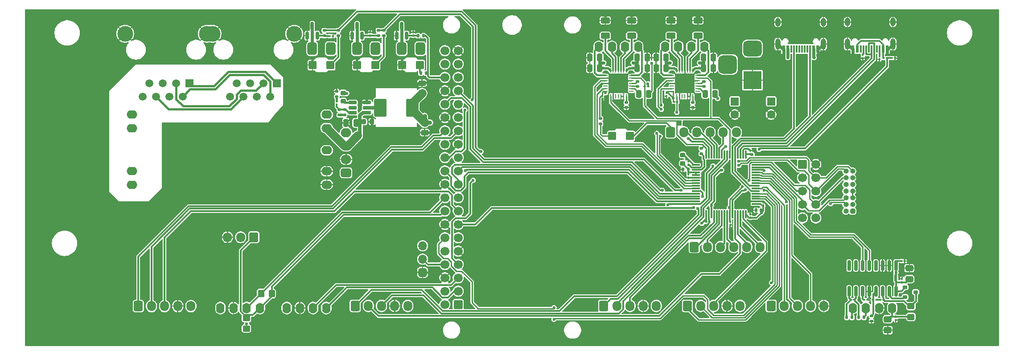
<source format=gbr>
%TF.GenerationSoftware,KiCad,Pcbnew,9.0.4*%
%TF.CreationDate,2025-12-23T11:57:38+01:00*%
%TF.ProjectId,licheerv_nano_base,6c696368-6565-4727-965f-6e616e6f5f62,rev?*%
%TF.SameCoordinates,Original*%
%TF.FileFunction,Copper,L2,Bot*%
%TF.FilePolarity,Positive*%
%FSLAX46Y46*%
G04 Gerber Fmt 4.6, Leading zero omitted, Abs format (unit mm)*
G04 Created by KiCad (PCBNEW 9.0.4) date 2025-12-23 11:57:38*
%MOMM*%
%LPD*%
G01*
G04 APERTURE LIST*
G04 Aperture macros list*
%AMRoundRect*
0 Rectangle with rounded corners*
0 $1 Rounding radius*
0 $2 $3 $4 $5 $6 $7 $8 $9 X,Y pos of 4 corners*
0 Add a 4 corners polygon primitive as box body*
4,1,4,$2,$3,$4,$5,$6,$7,$8,$9,$2,$3,0*
0 Add four circle primitives for the rounded corners*
1,1,$1+$1,$2,$3*
1,1,$1+$1,$4,$5*
1,1,$1+$1,$6,$7*
1,1,$1+$1,$8,$9*
0 Add four rect primitives between the rounded corners*
20,1,$1+$1,$2,$3,$4,$5,0*
20,1,$1+$1,$4,$5,$6,$7,0*
20,1,$1+$1,$6,$7,$8,$9,0*
20,1,$1+$1,$8,$9,$2,$3,0*%
G04 Aperture macros list end*
%TA.AperFunction,EtchedComponent*%
%ADD10C,0.000000*%
%TD*%
%TA.AperFunction,SMDPad,CuDef*%
%ADD11RoundRect,0.150000X0.600000X0.650000X-0.600000X0.650000X-0.600000X-0.650000X0.600000X-0.650000X0*%
%TD*%
%TA.AperFunction,SMDPad,CuDef*%
%ADD12RoundRect,0.135000X0.185000X-0.135000X0.185000X0.135000X-0.185000X0.135000X-0.185000X-0.135000X0*%
%TD*%
%TA.AperFunction,SMDPad,CuDef*%
%ADD13RoundRect,0.100000X0.130000X0.100000X-0.130000X0.100000X-0.130000X-0.100000X0.130000X-0.100000X0*%
%TD*%
%TA.AperFunction,ComponentPad*%
%ADD14O,2.000000X1.600000*%
%TD*%
%TA.AperFunction,ComponentPad*%
%ADD15RoundRect,0.250000X-0.600000X-0.725000X0.600000X-0.725000X0.600000X0.725000X-0.600000X0.725000X0*%
%TD*%
%TA.AperFunction,ComponentPad*%
%ADD16O,1.700000X1.950000*%
%TD*%
%TA.AperFunction,ComponentPad*%
%ADD17O,1.600000X2.000000*%
%TD*%
%TA.AperFunction,ComponentPad*%
%ADD18RoundRect,0.300000X0.200000X0.200000X-0.200000X0.200000X-0.200000X-0.200000X0.200000X-0.200000X0*%
%TD*%
%TA.AperFunction,ComponentPad*%
%ADD19O,1.000000X1.000000*%
%TD*%
%TA.AperFunction,ComponentPad*%
%ADD20RoundRect,0.250000X-0.600000X-0.600000X0.600000X-0.600000X0.600000X0.600000X-0.600000X0.600000X0*%
%TD*%
%TA.AperFunction,ComponentPad*%
%ADD21C,1.700000*%
%TD*%
%TA.AperFunction,ComponentPad*%
%ADD22RoundRect,0.425000X0.575000X0.425000X-0.575000X0.425000X-0.575000X-0.425000X0.575000X-0.425000X0*%
%TD*%
%TA.AperFunction,ComponentPad*%
%ADD23O,2.000000X1.700000*%
%TD*%
%TA.AperFunction,ComponentPad*%
%ADD24R,1.500000X1.500000*%
%TD*%
%TA.AperFunction,ComponentPad*%
%ADD25C,1.500000*%
%TD*%
%TA.AperFunction,ComponentPad*%
%ADD26C,3.000000*%
%TD*%
%TA.AperFunction,ComponentPad*%
%ADD27RoundRect,0.450000X0.450000X0.750000X-0.450000X0.750000X-0.450000X-0.750000X0.450000X-0.750000X0*%
%TD*%
%TA.AperFunction,ComponentPad*%
%ADD28R,3.500000X3.500000*%
%TD*%
%TA.AperFunction,ComponentPad*%
%ADD29RoundRect,0.750000X-1.000000X0.750000X-1.000000X-0.750000X1.000000X-0.750000X1.000000X0.750000X0*%
%TD*%
%TA.AperFunction,ComponentPad*%
%ADD30RoundRect,0.875000X-0.875000X0.875000X-0.875000X-0.875000X0.875000X-0.875000X0.875000X0.875000X0*%
%TD*%
%TA.AperFunction,ComponentPad*%
%ADD31RoundRect,0.500000X0.350000X0.350000X-0.350000X0.350000X-0.350000X-0.350000X0.350000X-0.350000X0*%
%TD*%
%TA.AperFunction,ComponentPad*%
%ADD32O,1.700000X1.700000*%
%TD*%
%TA.AperFunction,ComponentPad*%
%ADD33RoundRect,0.250000X0.600000X0.675000X-0.600000X0.675000X-0.600000X-0.675000X0.600000X-0.675000X0*%
%TD*%
%TA.AperFunction,ComponentPad*%
%ADD34O,1.700000X1.850000*%
%TD*%
%TA.AperFunction,ComponentPad*%
%ADD35RoundRect,0.250000X-0.550000X0.550000X-0.550000X-0.550000X0.550000X-0.550000X0.550000X0.550000X0*%
%TD*%
%TA.AperFunction,ComponentPad*%
%ADD36C,1.600000*%
%TD*%
%TA.AperFunction,SMDPad,CuDef*%
%ADD37RoundRect,0.135000X-0.185000X0.135000X-0.185000X-0.135000X0.185000X-0.135000X0.185000X0.135000X0*%
%TD*%
%TA.AperFunction,SMDPad,CuDef*%
%ADD38RoundRect,0.250000X0.250000X0.475000X-0.250000X0.475000X-0.250000X-0.475000X0.250000X-0.475000X0*%
%TD*%
%TA.AperFunction,SMDPad,CuDef*%
%ADD39RoundRect,0.140000X-0.170000X0.140000X-0.170000X-0.140000X0.170000X-0.140000X0.170000X0.140000X0*%
%TD*%
%TA.AperFunction,SMDPad,CuDef*%
%ADD40RoundRect,0.135000X-0.135000X-0.185000X0.135000X-0.185000X0.135000X0.185000X-0.135000X0.185000X0*%
%TD*%
%TA.AperFunction,SMDPad,CuDef*%
%ADD41RoundRect,0.250000X-0.250000X-0.475000X0.250000X-0.475000X0.250000X0.475000X-0.250000X0.475000X0*%
%TD*%
%TA.AperFunction,SMDPad,CuDef*%
%ADD42RoundRect,0.100000X-0.130000X-0.100000X0.130000X-0.100000X0.130000X0.100000X-0.130000X0.100000X0*%
%TD*%
%TA.AperFunction,SMDPad,CuDef*%
%ADD43RoundRect,0.250000X0.625000X-0.312500X0.625000X0.312500X-0.625000X0.312500X-0.625000X-0.312500X0*%
%TD*%
%TA.AperFunction,SMDPad,CuDef*%
%ADD44RoundRect,0.250000X0.450000X-0.350000X0.450000X0.350000X-0.450000X0.350000X-0.450000X-0.350000X0*%
%TD*%
%TA.AperFunction,SMDPad,CuDef*%
%ADD45RoundRect,0.100000X-0.100000X0.130000X-0.100000X-0.130000X0.100000X-0.130000X0.100000X0.130000X0*%
%TD*%
%TA.AperFunction,SMDPad,CuDef*%
%ADD46RoundRect,0.150000X-0.600000X-0.650000X0.600000X-0.650000X0.600000X0.650000X-0.600000X0.650000X0*%
%TD*%
%TA.AperFunction,SMDPad,CuDef*%
%ADD47RoundRect,0.150000X0.150000X-0.587500X0.150000X0.587500X-0.150000X0.587500X-0.150000X-0.587500X0*%
%TD*%
%TA.AperFunction,SMDPad,CuDef*%
%ADD48R,0.600000X1.450000*%
%TD*%
%TA.AperFunction,SMDPad,CuDef*%
%ADD49R,0.300000X1.450000*%
%TD*%
%TA.AperFunction,ComponentPad*%
%ADD50O,1.000000X1.600000*%
%TD*%
%TA.AperFunction,ComponentPad*%
%ADD51O,1.000000X2.100000*%
%TD*%
%TA.AperFunction,SMDPad,CuDef*%
%ADD52RoundRect,0.150000X0.150000X-0.825000X0.150000X0.825000X-0.150000X0.825000X-0.150000X-0.825000X0*%
%TD*%
%TA.AperFunction,SMDPad,CuDef*%
%ADD53RoundRect,0.235000X0.940000X1.465000X-0.940000X1.465000X-0.940000X-1.465000X0.940000X-1.465000X0*%
%TD*%
%TA.AperFunction,SMDPad,CuDef*%
%ADD54RoundRect,0.250000X-0.350000X-0.450000X0.350000X-0.450000X0.350000X0.450000X-0.350000X0.450000X0*%
%TD*%
%TA.AperFunction,SMDPad,CuDef*%
%ADD55RoundRect,0.250000X0.450000X-0.325000X0.450000X0.325000X-0.450000X0.325000X-0.450000X-0.325000X0*%
%TD*%
%TA.AperFunction,SMDPad,CuDef*%
%ADD56RoundRect,0.218750X0.256250X-0.218750X0.256250X0.218750X-0.256250X0.218750X-0.256250X-0.218750X0*%
%TD*%
%TA.AperFunction,SMDPad,CuDef*%
%ADD57RoundRect,0.250000X-0.475000X0.337500X-0.475000X-0.337500X0.475000X-0.337500X0.475000X0.337500X0*%
%TD*%
%TA.AperFunction,SMDPad,CuDef*%
%ADD58RoundRect,0.100000X0.100000X-0.130000X0.100000X0.130000X-0.100000X0.130000X-0.100000X-0.130000X0*%
%TD*%
%TA.AperFunction,SMDPad,CuDef*%
%ADD59RoundRect,0.250000X-0.475000X0.250000X-0.475000X-0.250000X0.475000X-0.250000X0.475000X0.250000X0*%
%TD*%
%TA.AperFunction,SMDPad,CuDef*%
%ADD60RoundRect,0.225000X0.250000X-0.225000X0.250000X0.225000X-0.250000X0.225000X-0.250000X-0.225000X0*%
%TD*%
%TA.AperFunction,SMDPad,CuDef*%
%ADD61C,0.500000*%
%TD*%
%TA.AperFunction,SMDPad,CuDef*%
%ADD62RoundRect,0.162500X0.617500X0.162500X-0.617500X0.162500X-0.617500X-0.162500X0.617500X-0.162500X0*%
%TD*%
%TA.AperFunction,SMDPad,CuDef*%
%ADD63RoundRect,0.075000X0.075000X-0.700000X0.075000X0.700000X-0.075000X0.700000X-0.075000X-0.700000X0*%
%TD*%
%TA.AperFunction,SMDPad,CuDef*%
%ADD64RoundRect,0.075000X0.700000X-0.075000X0.700000X0.075000X-0.700000X0.075000X-0.700000X-0.075000X0*%
%TD*%
%TA.AperFunction,SMDPad,CuDef*%
%ADD65RoundRect,0.225000X0.225000X0.250000X-0.225000X0.250000X-0.225000X-0.250000X0.225000X-0.250000X0*%
%TD*%
%TA.AperFunction,ComponentPad*%
%ADD66R,1.000000X1.000000*%
%TD*%
%TA.AperFunction,SMDPad,CuDef*%
%ADD67RoundRect,0.062500X0.325000X0.062500X-0.325000X0.062500X-0.325000X-0.062500X0.325000X-0.062500X0*%
%TD*%
%TA.AperFunction,SMDPad,CuDef*%
%ADD68RoundRect,0.062500X0.062500X0.325000X-0.062500X0.325000X-0.062500X-0.325000X0.062500X-0.325000X0*%
%TD*%
%TA.AperFunction,HeatsinkPad*%
%ADD69C,0.500000*%
%TD*%
%TA.AperFunction,HeatsinkPad*%
%ADD70R,3.750000X3.750000*%
%TD*%
%TA.AperFunction,SMDPad,CuDef*%
%ADD71RoundRect,0.250000X0.475000X-0.250000X0.475000X0.250000X-0.475000X0.250000X-0.475000X-0.250000X0*%
%TD*%
%TA.AperFunction,SMDPad,CuDef*%
%ADD72RoundRect,0.250000X0.475000X-0.337500X0.475000X0.337500X-0.475000X0.337500X-0.475000X-0.337500X0*%
%TD*%
%TA.AperFunction,SMDPad,CuDef*%
%ADD73RoundRect,0.140000X0.140000X0.170000X-0.140000X0.170000X-0.140000X-0.170000X0.140000X-0.170000X0*%
%TD*%
%TA.AperFunction,ComponentPad*%
%ADD74RoundRect,0.250000X0.600000X0.600000X-0.600000X0.600000X-0.600000X-0.600000X0.600000X-0.600000X0*%
%TD*%
%TA.AperFunction,SMDPad,CuDef*%
%ADD75RoundRect,0.175000X-0.275000X-0.175000X0.275000X-0.175000X0.275000X0.175000X-0.275000X0.175000X0*%
%TD*%
%TA.AperFunction,ViaPad*%
%ADD76C,0.600000*%
%TD*%
%TA.AperFunction,ViaPad*%
%ADD77C,1.200000*%
%TD*%
%TA.AperFunction,Conductor*%
%ADD78C,0.250000*%
%TD*%
%TA.AperFunction,Conductor*%
%ADD79C,0.300000*%
%TD*%
%TA.AperFunction,Conductor*%
%ADD80C,0.600000*%
%TD*%
%TA.AperFunction,Conductor*%
%ADD81C,0.400000*%
%TD*%
%TA.AperFunction,Conductor*%
%ADD82C,0.650000*%
%TD*%
%TA.AperFunction,Conductor*%
%ADD83C,1.600000*%
%TD*%
%TA.AperFunction,Conductor*%
%ADD84C,0.800000*%
%TD*%
%TA.AperFunction,Conductor*%
%ADD85C,0.200000*%
%TD*%
G04 APERTURE END LIST*
D10*
%TA.AperFunction,EtchedComponent*%
%TO.C,NT1*%
G36*
X173100000Y-102072500D02*
G01*
X172600000Y-102072500D01*
X172600000Y-101072500D01*
X173100000Y-101072500D01*
X173100000Y-102072500D01*
G37*
%TD.AperFunction*%
%TD*%
D11*
%TO.P,D4,2,A*%
%TO.N,Net-(D4-A)*%
X119000000Y-74600000D03*
%TO.P,D4,1,K*%
%TO.N,PB12*%
X122400000Y-74600000D03*
%TD*%
D12*
%TO.P,R31,1*%
%TO.N,Net-(D4-A)*%
X116800000Y-72310000D03*
%TO.P,R31,2*%
%TO.N,+3V3*%
X116800000Y-71290000D03*
%TD*%
D13*
%TO.P,R30,1*%
%TO.N,GND*%
X172720000Y-59800000D03*
%TO.P,R30,2*%
%TO.N,USB_VSENSE*%
X172080000Y-59800000D03*
%TD*%
%TO.P,R29,1*%
%TO.N,USB_VSENSE*%
X171220000Y-59800000D03*
%TO.P,R29,2*%
%TO.N,+5VP*%
X170580000Y-59800000D03*
%TD*%
D14*
%TO.P,U7,1,VIN+*%
%TO.N,+48V*%
X27800000Y-70550000D03*
%TO.P,U7,2,VIN+*%
X27800000Y-73100000D03*
%TO.P,U7,3,VIN-*%
%TO.N,GND1*%
X27800000Y-81300000D03*
%TO.P,U7,4,VIN-*%
X27800000Y-83850000D03*
%TO.P,U7,5,VOUT-*%
%TO.N,GND*%
X64800000Y-83850000D03*
%TO.P,U7,6,VOUT-*%
X64800000Y-81300000D03*
%TO.P,U7,7,VADJ*%
%TO.N,unconnected-(U7-VADJ-Pad7)*%
X64800000Y-77320000D03*
%TO.P,U7,8,VOUT+*%
%TO.N,5-24V*%
X64800000Y-73100000D03*
%TO.P,U7,9,VOUT+*%
X64800000Y-70550000D03*
%TD*%
D15*
%TO.P,J5,1,Pin_1*%
%TO.N,i2c*%
X117400000Y-106900000D03*
D16*
%TO.P,J5,2,Pin_2*%
%TO.N,i2d*%
X119900000Y-106900000D03*
%TO.P,J5,3,Pin_3*%
%TO.N,INT_TOF2*%
X122400000Y-106900000D03*
%TO.P,J5,4,Pin_4*%
%TO.N,GND*%
X124900000Y-106900000D03*
%TO.P,J5,5,Pin_5*%
%TO.N,+3V3*%
X127400000Y-106900000D03*
%TD*%
D15*
%TO.P,J4,1,Pin_1*%
%TO.N,i1c*%
X70200000Y-106900000D03*
D16*
%TO.P,J4,2,Pin_2*%
%TO.N,i1d*%
X72700000Y-106900000D03*
%TO.P,J4,3,Pin_3*%
%TO.N,INT_TOF1*%
X75200000Y-106900000D03*
%TO.P,J4,4,Pin_4*%
%TO.N,GND*%
X77700000Y-106900000D03*
%TO.P,J4,5,Pin_5*%
%TO.N,+3V3*%
X80200000Y-106900000D03*
%TD*%
D17*
%TO.P,J17,1,Pin_1*%
%TO.N,+9V*%
X44600000Y-107300000D03*
%TO.P,J17,2,Pin_2*%
%TO.N,GND*%
X47100000Y-107300000D03*
%TO.P,J17,3,Pin_3*%
%TO.N,ROBOT_RXD*%
X49600000Y-107300000D03*
%TO.P,J17,4,Pin_4*%
%TO.N,ROBOT_TXD*%
X52100000Y-107300000D03*
%TD*%
D15*
%TO.P,J6,1,Pin_1*%
%TO.N,SCL*%
X29000000Y-106927500D03*
D16*
%TO.P,J6,2,Pin_2*%
%TO.N,SDA*%
X31500000Y-106927500D03*
%TO.P,J6,3,Pin_3*%
%TO.N,INT_RGB*%
X34000000Y-106927500D03*
%TO.P,J6,4,Pin_4*%
%TO.N,GND*%
X36500000Y-106927500D03*
%TO.P,J6,5,Pin_5*%
%TO.N,+3V3*%
X39000000Y-106927500D03*
%TD*%
D17*
%TO.P,J7,1,Pin_1*%
%TO.N,Net-(J7-Pin_1)*%
X123950000Y-57672500D03*
%TO.P,J7,2,Pin_2*%
%TO.N,Net-(J7-Pin_2)*%
X121450000Y-57672500D03*
%TO.P,J7,3,Pin_3*%
%TO.N,Net-(J7-Pin_3)*%
X118950000Y-57672500D03*
%TO.P,J7,4,Pin_4*%
%TO.N,Net-(J7-Pin_4)*%
X116450000Y-57672500D03*
%TD*%
D18*
%TO.P,J21,1,NC*%
%TO.N,unconnected-(J21-NC-Pad1)*%
X164670000Y-88880000D03*
D19*
%TO.P,J21,2,NC*%
%TO.N,unconnected-(J21-NC-Pad2)*%
X163400000Y-88880000D03*
%TO.P,J21,3,VCC*%
%TO.N,+3V3*%
X164670000Y-87610000D03*
%TO.P,J21,4,JTMS/SWDIO*%
%TO.N,SWDIO*%
X163400000Y-87610000D03*
%TO.P,J21,5,GND*%
%TO.N,GND*%
X164670000Y-86340000D03*
%TO.P,J21,6,JCLK/SWCLK*%
%TO.N,SWCLK*%
X163400000Y-86340000D03*
%TO.P,J21,7,GND*%
%TO.N,GND*%
X164670000Y-85070000D03*
%TO.P,J21,8,JTDO/SWO*%
%TO.N,SWO*%
X163400000Y-85070000D03*
%TO.P,J21,9,JRCLK/NC*%
%TO.N,unconnected-(J21-JRCLK{slash}NC-Pad9)*%
X164670000Y-83800000D03*
%TO.P,J21,10,JTDI/NC*%
%TO.N,unconnected-(J21-JTDI{slash}NC-Pad10)*%
X163400000Y-83800000D03*
%TO.P,J21,11,GNDDetect*%
%TO.N,GND*%
X164670000Y-82530000D03*
%TO.P,J21,12,~{RST}*%
%TO.N,STM32_RESET*%
X163400000Y-82530000D03*
%TO.P,J21,13,VCP_RX*%
%TO.N,STM32BOOT_RXD*%
X164670000Y-81260000D03*
%TO.P,J21,14,VCP_TX*%
%TO.N,STM32BOOT_TXD*%
X163400000Y-81260000D03*
%TD*%
D20*
%TO.P,J18,1,Pin_1*%
%TO.N,unconnected-(J18-Pin_1-Pad1)*%
X155147500Y-80020000D03*
D21*
%TO.P,J18,2,Pin_2*%
%TO.N,GND*%
X157687500Y-80020000D03*
%TO.P,J18,3,Pin_3*%
%TO.N,unconnected-(J18-Pin_3-Pad3)*%
X155147500Y-82560000D03*
%TO.P,J18,4,Pin_4*%
%TO.N,STM32BOOT_RXD*%
X157687500Y-82560000D03*
%TO.P,J18,5,Pin_5*%
%TO.N,SWDIO*%
X155147500Y-85100000D03*
%TO.P,J18,6,Pin_6*%
%TO.N,STM32BOOT_TXD*%
X157687500Y-85100000D03*
%TO.P,J18,7,Pin_7*%
%TO.N,SWCLK*%
X155147500Y-87640000D03*
%TO.P,J18,8,Pin_8*%
%TO.N,STM32_RESET*%
X157687500Y-87640000D03*
%TO.P,J18,9,Pin_9*%
%TO.N,SWO*%
X155147500Y-90180000D03*
%TO.P,J18,10,Pin_10*%
%TO.N,+3V3*%
X157687500Y-90180000D03*
%TD*%
D22*
%TO.P,U4,1,OUT+*%
%TO.N,+9V*%
X68467500Y-81610000D03*
D23*
%TO.P,U4,2,GND*%
%TO.N,GND*%
X68467500Y-79070000D03*
%TO.P,U4,3,IN+*%
%TO.N,5-24V*%
X68467500Y-76530000D03*
%TO.P,U4,4,EN*%
%TO.N,unconnected-(U4-EN-Pad4)*%
X68467500Y-73990000D03*
%TD*%
D24*
%TO.P,J12,1*%
%TO.N,Net-(J11-Pad1)*%
X55315000Y-64555000D03*
D25*
%TO.P,J12,2*%
%TO.N,Net-(J11-Pad2)*%
X54045000Y-67095000D03*
%TO.P,J12,3*%
%TO.N,Net-(J11-Pad3)*%
X52775000Y-64555000D03*
%TO.P,J12,4*%
%TO.N,unconnected-(J12-Pad4)*%
X51505000Y-67095000D03*
%TO.P,J12,5*%
%TO.N,unconnected-(J12-Pad5)*%
X50235000Y-64555000D03*
%TO.P,J12,6*%
%TO.N,Net-(J11-Pad6)*%
X48965000Y-67095000D03*
%TO.P,J12,7*%
%TO.N,unconnected-(J12-Pad7)*%
X47695000Y-64555000D03*
%TO.P,J12,8*%
%TO.N,unconnected-(J12-Pad8)*%
X46425000Y-67095000D03*
D26*
%TO.P,J12,SH*%
%TO.N,GND*%
X58640000Y-55155000D03*
X43100000Y-55155000D03*
%TD*%
D27*
%TO.P,J10,1,Pin_1*%
%TO.N,5-24V*%
X82550000Y-58000000D03*
%TO.P,J10,2,Pin_2*%
%TO.N,Net-(J10-Pin_2)*%
X79050000Y-58000000D03*
%TD*%
D28*
%TO.P,J2,1*%
%TO.N,GND*%
X145657500Y-64000000D03*
D29*
%TO.P,J2,2*%
%TO.N,5-24V*%
X145657500Y-58000000D03*
D30*
%TO.P,J2,3*%
%TO.N,unconnected-(J2-Pad3)*%
X140957500Y-61000000D03*
%TD*%
D27*
%TO.P,J9,1,Pin_1*%
%TO.N,5-24V*%
X65550000Y-58000000D03*
%TO.P,J9,2,Pin_2*%
%TO.N,Net-(J9-Pin_2)*%
X62050000Y-58000000D03*
%TD*%
D15*
%TO.P,J3,1,Pin_1*%
%TO.N,i3c*%
X133300000Y-106900000D03*
D16*
%TO.P,J3,2,Pin_2*%
%TO.N,i3d*%
X135800000Y-106900000D03*
%TO.P,J3,3,Pin_3*%
%TO.N,INT_TOF3*%
X138300000Y-106900000D03*
%TO.P,J3,4,Pin_4*%
%TO.N,GND*%
X140800000Y-106900000D03*
%TO.P,J3,5,Pin_5*%
%TO.N,+3V3*%
X143300000Y-106900000D03*
%TD*%
D17*
%TO.P,J8,1,Pin_1*%
%TO.N,Net-(J8-Pin_1)*%
X136550000Y-57672500D03*
%TO.P,J8,2,Pin_2*%
%TO.N,Net-(J8-Pin_2)*%
X134050000Y-57672500D03*
%TO.P,J8,3,Pin_3*%
%TO.N,Net-(J8-Pin_3)*%
X131550000Y-57672500D03*
%TO.P,J8,4,Pin_4*%
%TO.N,Net-(J8-Pin_4)*%
X129050000Y-57672500D03*
%TD*%
%TO.P,J16,1,Pin_1*%
%TO.N,+5V*%
X57200000Y-107300000D03*
%TO.P,J16,2,Pin_2*%
%TO.N,GND*%
X59700000Y-107300000D03*
%TO.P,J16,3,Pin_3*%
%TO.N,MALIBOTTI_RXD*%
X62200000Y-107300000D03*
%TO.P,J16,4,Pin_4*%
%TO.N,MALIBOTTI_TXD*%
X64700000Y-107300000D03*
%TD*%
D15*
%TO.P,J23,1,Pin_1*%
%TO.N,PB12*%
X130100000Y-73900000D03*
D16*
%TO.P,J23,2,Pin_2*%
%TO.N,PB13*%
X132600000Y-73900000D03*
%TO.P,J23,3,Pin_3*%
%TO.N,T15C1*%
X135100000Y-73900000D03*
%TO.P,J23,4,Pin_4*%
%TO.N,T15C2*%
X137600000Y-73900000D03*
%TO.P,J23,5,Pin_5*%
%TO.N,T8C1*%
X140100000Y-73900000D03*
%TO.P,J23,6,Pin_6*%
%TO.N,T8C2*%
X142600000Y-73900000D03*
%TD*%
D31*
%TO.P,J14,1,Pin_1*%
%TO.N,GND*%
X83000000Y-100540000D03*
D32*
%TO.P,J14,2,Pin_2*%
%TO.N,/RX*%
X83000000Y-98000000D03*
%TO.P,J14,3,Pin_3*%
%TO.N,/TX*%
X83000000Y-95460000D03*
%TD*%
D15*
%TO.P,J24,1,Pin_1*%
%TO.N,T1C4*%
X134600000Y-95700000D03*
D16*
%TO.P,J24,2,Pin_2*%
%TO.N,T1C3*%
X137100000Y-95700000D03*
%TO.P,J24,3,Pin_3*%
%TO.N,T1C2-LU1T*%
X139600000Y-95700000D03*
%TO.P,J24,4,Pin_4*%
%TO.N,T1C1-LU1R*%
X142100000Y-95700000D03*
%TO.P,J24,5,Pin_5*%
%TO.N,PC15*%
X144600000Y-95700000D03*
%TO.P,J24,6,Pin_6*%
%TO.N,PC14*%
X147100000Y-95700000D03*
%TD*%
D33*
%TO.P,J20,1,Pin_1*%
%TO.N,ROBOT_TXD*%
X50950000Y-93850000D03*
D34*
%TO.P,J20,2,Pin_2*%
%TO.N,+9V*%
X48450000Y-93850000D03*
%TO.P,J20,3,Pin_3*%
%TO.N,GND*%
X45950000Y-93850000D03*
%TD*%
D24*
%TO.P,J11,1*%
%TO.N,Net-(J11-Pad1)*%
X38715000Y-64555000D03*
D25*
%TO.P,J11,2*%
%TO.N,Net-(J11-Pad2)*%
X37445000Y-67095000D03*
%TO.P,J11,3*%
%TO.N,Net-(J11-Pad3)*%
X36175000Y-64555000D03*
%TO.P,J11,4*%
%TO.N,+48V*%
X34905000Y-67095000D03*
%TO.P,J11,5*%
X33635000Y-64555000D03*
%TO.P,J11,6*%
%TO.N,Net-(J11-Pad6)*%
X32365000Y-67095000D03*
%TO.P,J11,7*%
%TO.N,GND1*%
X31095000Y-64555000D03*
%TO.P,J11,8*%
X29825000Y-67095000D03*
D26*
%TO.P,J11,SH*%
%TO.N,GND*%
X42040000Y-55155000D03*
X26500000Y-55155000D03*
%TD*%
D15*
%TO.P,J19,1,Pin_1*%
%TO.N,IO1*%
X149200000Y-106900000D03*
D16*
%TO.P,J19,2,Pin_2*%
%TO.N,IO2*%
X151700000Y-106900000D03*
%TO.P,J19,3,Pin_3*%
%TO.N,IO3*%
X154200000Y-106900000D03*
%TO.P,J19,4,Pin_4*%
%TO.N,IO4*%
X156700000Y-106900000D03*
%TO.P,J19,5,Pin_5*%
%TO.N,GND*%
X159200000Y-106900000D03*
%TD*%
D17*
%TO.P,J15,1,Pin_1*%
%TO.N,A+*%
X164700000Y-107300000D03*
%TO.P,J15,2,Pin_2*%
%TO.N,A-*%
X167200000Y-107300000D03*
%TO.P,J15,3,Pin_3*%
%TO.N,GND*%
X169700000Y-107300000D03*
%TO.P,J15,4,Pin_4*%
%TO.N,E+*%
X172200000Y-107300000D03*
%TD*%
D27*
%TO.P,J13,1,Pin_1*%
%TO.N,5-24V*%
X74050000Y-58000000D03*
%TO.P,J13,2,Pin_2*%
%TO.N,Net-(J13-Pin_2)*%
X70550000Y-58000000D03*
%TD*%
D35*
%TO.P,C23,1*%
%TO.N,5-24V*%
X149200000Y-68017620D03*
D36*
%TO.P,C23,2*%
%TO.N,GND*%
X149200000Y-70517620D03*
%TD*%
D37*
%TO.P,R4,1*%
%TO.N,GND*%
X66700000Y-66090000D03*
%TO.P,R4,2*%
%TO.N,Net-(R3-Pad1)*%
X66700000Y-67110000D03*
%TD*%
%TO.P,R7,1*%
%TO.N,Net-(U3-VFB)*%
X168250000Y-108762500D03*
%TO.P,R7,2*%
%TO.N,GND*%
X168250000Y-109782500D03*
%TD*%
D38*
%TO.P,C26,1*%
%TO.N,5-24V*%
X138550000Y-66600000D03*
%TO.P,C26,2*%
%TO.N,Net-(U6-VCP)*%
X136650000Y-66600000D03*
%TD*%
D39*
%TO.P,C36,1*%
%TO.N,Net-(U6-CPO)*%
X136400000Y-64220000D03*
%TO.P,C36,2*%
%TO.N,Net-(U6-CPI)*%
X136400000Y-65180000D03*
%TD*%
D40*
%TO.P,R23,1*%
%TO.N,Net-(Q3-G)*%
X82140000Y-55550000D03*
%TO.P,R23,2*%
%TO.N,Valve*%
X83160000Y-55550000D03*
%TD*%
D39*
%TO.P,C34,1*%
%TO.N,Net-(U5-CPO)*%
X123800000Y-64220000D03*
%TO.P,C34,2*%
%TO.N,Net-(U5-CPI)*%
X123800000Y-65180000D03*
%TD*%
D41*
%TO.P,C39,1*%
%TO.N,GND*%
X114750000Y-59700000D03*
%TO.P,C39,2*%
%TO.N,5-24V*%
X116650000Y-59700000D03*
%TD*%
D42*
%TO.P,C13,1*%
%TO.N,Net-(U3-VBG)*%
X166830000Y-105772500D03*
%TO.P,C13,2*%
%TO.N,GND*%
X167470000Y-105772500D03*
%TD*%
D43*
%TO.P,R17,1*%
%TO.N,Net-(U5-BRB)*%
X122700000Y-55562500D03*
%TO.P,R17,2*%
%TO.N,GND*%
X122700000Y-52637500D03*
%TD*%
D44*
%TO.P,R76,1*%
%TO.N,+3V3*%
X49550000Y-111200000D03*
%TO.P,R76,2*%
%TO.N,ROBOT_TXD*%
X49550000Y-109200000D03*
%TD*%
D45*
%TO.P,C6,1*%
%TO.N,E+*%
X172850000Y-108952500D03*
%TO.P,C6,2*%
%TO.N,GND*%
X172850000Y-109592500D03*
%TD*%
D40*
%TO.P,R22,1*%
%TO.N,Net-(D2-A)*%
X82640000Y-62650000D03*
%TO.P,R22,2*%
%TO.N,Valve*%
X83660000Y-62650000D03*
%TD*%
D12*
%TO.P,R25,1*%
%TO.N,Net-(D3-A)*%
X75600000Y-55560000D03*
%TO.P,R25,2*%
%TO.N,Compressor_PWM*%
X75600000Y-54540000D03*
%TD*%
D46*
%TO.P,D3,1,K*%
%TO.N,GND*%
X70600000Y-61100000D03*
%TO.P,D3,2,A*%
%TO.N,Net-(D3-A)*%
X74000000Y-61100000D03*
%TD*%
D47*
%TO.P,Q4,1,G*%
%TO.N,Net-(Q4-G)*%
X71500000Y-55537500D03*
%TO.P,Q4,2,S*%
%TO.N,GND*%
X69600000Y-55537500D03*
%TO.P,Q4,3,D*%
%TO.N,Net-(J13-Pin_2)*%
X70550000Y-53662500D03*
%TD*%
D40*
%TO.P,R6,1*%
%TO.N,Net-(U3-INA-)*%
X165840000Y-109072500D03*
%TO.P,R6,2*%
%TO.N,A-*%
X166860000Y-109072500D03*
%TD*%
D41*
%TO.P,C43,1*%
%TO.N,5-24V*%
X136350000Y-61700000D03*
%TO.P,C43,2*%
%TO.N,GND*%
X138250000Y-61700000D03*
%TD*%
D48*
%TO.P,J1,A1,GND*%
%TO.N,GND*%
X151550000Y-58045000D03*
%TO.P,J1,A4,VBUS*%
%TO.N,5-24V*%
X152350000Y-58045000D03*
D49*
%TO.P,J1,A5,CC1*%
%TO.N,USBPD_CC1*%
X153550000Y-58045000D03*
%TO.P,J1,A6,D+*%
%TO.N,unconnected-(J1-D+-PadA6)*%
X154550000Y-58045000D03*
%TO.P,J1,A7,D-*%
%TO.N,unconnected-(J1-D--PadA7)*%
X155050000Y-58045000D03*
%TO.P,J1,A8,SBU1*%
%TO.N,unconnected-(J1-SBU1-PadA8)*%
X156050000Y-58045000D03*
D48*
%TO.P,J1,A9,VBUS*%
%TO.N,5-24V*%
X157250000Y-58045000D03*
%TO.P,J1,A12,GND*%
%TO.N,GND*%
X158050000Y-58045000D03*
%TO.P,J1,B1,GND*%
X158050000Y-58045000D03*
%TO.P,J1,B4,VBUS*%
%TO.N,5-24V*%
X157250000Y-58045000D03*
D49*
%TO.P,J1,B5,CC2*%
%TO.N,USBPD_CC2*%
X156550000Y-58045000D03*
%TO.P,J1,B6,D+*%
%TO.N,unconnected-(J1-D+-PadB6)*%
X155550000Y-58045000D03*
%TO.P,J1,B7,D-*%
%TO.N,unconnected-(J1-D--PadB7)*%
X154050000Y-58045000D03*
%TO.P,J1,B8,SBU2*%
%TO.N,unconnected-(J1-SBU2-PadB8)*%
X153050000Y-58045000D03*
D48*
%TO.P,J1,B9,VBUS*%
%TO.N,5-24V*%
X152350000Y-58045000D03*
%TO.P,J1,B12,GND*%
%TO.N,GND*%
X151550000Y-58045000D03*
D50*
%TO.P,J1,S1,SHIELD*%
X150480000Y-52950000D03*
D51*
X150480000Y-57130000D03*
D50*
X159120000Y-52950000D03*
D51*
X159120000Y-57130000D03*
%TD*%
D48*
%TO.P,J22,A1,GND*%
%TO.N,GND*%
X164750000Y-58037500D03*
%TO.P,J22,A4,VBUS*%
%TO.N,+5VP*%
X165550000Y-58037500D03*
D49*
%TO.P,J22,A5,CC1*%
%TO.N,Net-(J22-CC1)*%
X166750000Y-58037500D03*
%TO.P,J22,A6,D+*%
%TO.N,USBPD_D+*%
X167750000Y-58037500D03*
%TO.P,J22,A7,D-*%
%TO.N,USBPD_D-*%
X168250000Y-58037500D03*
%TO.P,J22,A8,SBU1*%
%TO.N,unconnected-(J22-SBU1-PadA8)*%
X169250000Y-58037500D03*
D48*
%TO.P,J22,A9,VBUS*%
%TO.N,+5VP*%
X170450000Y-58037500D03*
%TO.P,J22,A12,GND*%
%TO.N,GND*%
X171250000Y-58037500D03*
%TO.P,J22,B1,GND*%
X171250000Y-58037500D03*
%TO.P,J22,B4,VBUS*%
%TO.N,+5VP*%
X170450000Y-58037500D03*
D49*
%TO.P,J22,B5,CC2*%
%TO.N,Net-(J22-CC2)*%
X169750000Y-58037500D03*
%TO.P,J22,B6,D+*%
%TO.N,USBPD_D+*%
X168750000Y-58037500D03*
%TO.P,J22,B7,D-*%
%TO.N,USBPD_D-*%
X167250000Y-58037500D03*
%TO.P,J22,B8,SBU2*%
%TO.N,unconnected-(J22-SBU2-PadB8)*%
X166250000Y-58037500D03*
D48*
%TO.P,J22,B9,VBUS*%
%TO.N,+5VP*%
X165550000Y-58037500D03*
%TO.P,J22,B12,GND*%
%TO.N,GND*%
X164750000Y-58037500D03*
D50*
%TO.P,J22,S1,SHIELD*%
X163680000Y-52942500D03*
D51*
X163680000Y-57122500D03*
D50*
X172320000Y-52942500D03*
D51*
X172320000Y-57122500D03*
%TD*%
D52*
%TO.P,U3,1,VSUP*%
%TO.N,+3.3VA*%
X172895000Y-104147500D03*
%TO.P,U3,2,BASE*%
%TO.N,Net-(Q1-B)*%
X171625000Y-104147500D03*
%TO.P,U3,3,AVDD*%
%TO.N,Net-(Q1-C)*%
X170355000Y-104147500D03*
%TO.P,U3,4,VFB*%
%TO.N,Net-(U3-VFB)*%
X169085000Y-104147500D03*
%TO.P,U3,5,AGND*%
%TO.N,GND*%
X167815000Y-104147500D03*
%TO.P,U3,6,VBG*%
%TO.N,Net-(U3-VBG)*%
X166545000Y-104147500D03*
%TO.P,U3,7,INA-*%
%TO.N,Net-(U3-INA-)*%
X165275000Y-104147500D03*
%TO.P,U3,8,INA+*%
%TO.N,Net-(U3-INA+)*%
X164005000Y-104147500D03*
%TO.P,U3,9,INB-*%
%TO.N,unconnected-(U3-INB--Pad9)*%
X164005000Y-99197500D03*
%TO.P,U3,10,INB+*%
%TO.N,unconnected-(U3-INB+-Pad10)*%
X165275000Y-99197500D03*
%TO.P,U3,11,PD_SCK*%
%TO.N,HX711_CLK*%
X166545000Y-99197500D03*
%TO.P,U3,12,DOUT*%
%TO.N,HX711_DATA*%
X167815000Y-99197500D03*
%TO.P,U3,13,XO*%
%TO.N,unconnected-(U3-XO-Pad13)*%
X169085000Y-99197500D03*
%TO.P,U3,14,XI*%
%TO.N,GND*%
X170355000Y-99197500D03*
%TO.P,U3,15,RATE*%
X171625000Y-99197500D03*
%TO.P,U3,16,DVDD*%
%TO.N,+3V3*%
X172895000Y-99197500D03*
%TD*%
D39*
%TO.P,C4,1*%
%TO.N,/psu/FB*%
X68200000Y-69620000D03*
%TO.P,C4,2*%
%TO.N,+5V*%
X68200000Y-70580000D03*
%TD*%
D43*
%TO.P,R18,1*%
%TO.N,Net-(U6-BRB)*%
X135300000Y-55562500D03*
%TO.P,R18,2*%
%TO.N,GND*%
X135300000Y-52637500D03*
%TD*%
D41*
%TO.P,C29,1*%
%TO.N,5-24V*%
X123750000Y-61700000D03*
%TO.P,C29,2*%
%TO.N,GND*%
X125650000Y-61700000D03*
%TD*%
D53*
%TO.P,L1,1,1*%
%TO.N,+5V*%
X81050000Y-69200000D03*
%TO.P,L1,2,2*%
%TO.N,/psu/SW*%
X75000000Y-69200000D03*
%TD*%
D54*
%TO.P,R77,1*%
%TO.N,ROBOT_RXD*%
X52350000Y-104550000D03*
%TO.P,R77,2*%
%TO.N,ROBOT_TXD*%
X54350000Y-104550000D03*
%TD*%
D55*
%TO.P,L2,1,1*%
%TO.N,E+*%
X175750000Y-108997500D03*
%TO.P,L2,2,2*%
%TO.N,Net-(Q1-C)*%
X175750000Y-106947500D03*
%TD*%
D47*
%TO.P,Q2,1,G*%
%TO.N,Net-(Q2-G)*%
X63000000Y-55537500D03*
%TO.P,Q2,2,S*%
%TO.N,GND*%
X61100000Y-55537500D03*
%TO.P,Q2,3,D*%
%TO.N,Net-(J9-Pin_2)*%
X62050000Y-53662500D03*
%TD*%
D56*
%TO.P,FB1,1*%
%TO.N,Net-(U2-VDDA)*%
X132400000Y-79787500D03*
%TO.P,FB1,2*%
%TO.N,+3V3*%
X132400000Y-78212500D03*
%TD*%
D13*
%TO.P,R21,1*%
%TO.N,GND*%
X65970000Y-55600000D03*
%TO.P,R21,2*%
%TO.N,Net-(Q2-G)*%
X65330000Y-55600000D03*
%TD*%
D45*
%TO.P,C27,1*%
%TO.N,+3V3*%
X117100000Y-66930000D03*
%TO.P,C27,2*%
%TO.N,GND*%
X117100000Y-67570000D03*
%TD*%
D13*
%TO.P,R8,1*%
%TO.N,Net-(Q1-C)*%
X170570000Y-105772500D03*
%TO.P,R8,2*%
%TO.N,Net-(R11-Pad1)*%
X169930000Y-105772500D03*
%TD*%
D42*
%TO.P,C16,1*%
%TO.N,+3V3*%
X136830000Y-90900000D03*
%TO.P,C16,2*%
%TO.N,GND*%
X137470000Y-90900000D03*
%TD*%
D39*
%TO.P,C35,1*%
%TO.N,Net-(U6-5VOUT)*%
X134300000Y-68220000D03*
%TO.P,C35,2*%
%TO.N,GND*%
X134300000Y-69180000D03*
%TD*%
D57*
%TO.P,C10,1*%
%TO.N,E+*%
X171350000Y-109435000D03*
%TO.P,C10,2*%
%TO.N,GND*%
X171350000Y-111510000D03*
%TD*%
D45*
%TO.P,R28,1*%
%TO.N,Net-(J22-CC2)*%
X169750000Y-59380000D03*
%TO.P,R28,2*%
%TO.N,GND*%
X169750000Y-60020000D03*
%TD*%
D38*
%TO.P,C25,1*%
%TO.N,5-24V*%
X125950000Y-66600000D03*
%TO.P,C25,2*%
%TO.N,Net-(U5-VCP)*%
X124050000Y-66600000D03*
%TD*%
D58*
%TO.P,C19,1*%
%TO.N,+3V3*%
X147700000Y-87820000D03*
%TO.P,C19,2*%
%TO.N,GND*%
X147700000Y-87180000D03*
%TD*%
D12*
%TO.P,R1,1*%
%TO.N,U3T*%
X135950000Y-77960000D03*
%TO.P,R1,2*%
%TO.N,STEPPER_UART*%
X135950000Y-76940000D03*
%TD*%
D59*
%TO.P,C5,1*%
%TO.N,+5V*%
X83400000Y-72050000D03*
%TO.P,C5,2*%
%TO.N,GND*%
X83400000Y-73950000D03*
%TD*%
D60*
%TO.P,C3,1*%
%TO.N,/psu/BOOT*%
X67900000Y-67975000D03*
%TO.P,C3,2*%
%TO.N,/psu/SW*%
X67900000Y-66425000D03*
%TD*%
D45*
%TO.P,C17,1*%
%TO.N,+3V3*%
X133500000Y-79430000D03*
%TO.P,C17,2*%
%TO.N,GND*%
X133500000Y-80070000D03*
%TD*%
D42*
%TO.P,R10,1*%
%TO.N,+3V3*%
X130735000Y-68100000D03*
%TO.P,R10,2*%
%TO.N,STEPPER_UART*%
X131375000Y-68100000D03*
%TD*%
D12*
%TO.P,R2,1*%
%TO.N,+5V*%
X67200000Y-70610000D03*
%TO.P,R2,2*%
%TO.N,/psu/FB*%
X67200000Y-69590000D03*
%TD*%
D58*
%TO.P,C20,1*%
%TO.N,+3.3VA*%
X174050000Y-102392500D03*
%TO.P,C20,2*%
%TO.N,GND*%
X174050000Y-101752500D03*
%TD*%
D38*
%TO.P,C30,1*%
%TO.N,5-24V*%
X129250000Y-61700000D03*
%TO.P,C30,2*%
%TO.N,GND*%
X127350000Y-61700000D03*
%TD*%
D61*
%TO.P,NT1,1,1*%
%TO.N,+3V3*%
X172850000Y-101072500D03*
%TO.P,NT1,2,2*%
%TO.N,+3.3VA*%
X172850000Y-102072500D03*
%TD*%
D62*
%TO.P,U1,1,GND*%
%TO.N,GND*%
X72450000Y-68250000D03*
%TO.P,U1,2,SW*%
%TO.N,/psu/SW*%
X72450000Y-69200000D03*
%TO.P,U1,3,VIN*%
%TO.N,5-24V*%
X72450000Y-70150000D03*
%TO.P,U1,4,FB*%
%TO.N,/psu/FB*%
X69750000Y-70150000D03*
%TO.P,U1,5,EN*%
%TO.N,unconnected-(U1-EN-Pad5)*%
X69750000Y-69200000D03*
%TO.P,U1,6,BOOT*%
%TO.N,/psu/BOOT*%
X69750000Y-68250000D03*
%TD*%
D38*
%TO.P,C37,1*%
%TO.N,GND*%
X125650000Y-59700000D03*
%TO.P,C37,2*%
%TO.N,5-24V*%
X123750000Y-59700000D03*
%TD*%
D63*
%TO.P,U2,1,VBAT*%
%TO.N,+3V3*%
X144350000Y-89475000D03*
%TO.P,U2,2,PC13*%
%TO.N,INT_TOF3*%
X143850000Y-89475000D03*
%TO.P,U2,3,PC14*%
%TO.N,PC14*%
X143350000Y-89475000D03*
%TO.P,U2,4,PC15*%
%TO.N,PC15*%
X142850000Y-89475000D03*
%TO.P,U2,5,PF0*%
%TO.N,i1d*%
X142350000Y-89475000D03*
%TO.P,U2,6,PF1*%
%TO.N,USB_VSENSE*%
X141850000Y-89475000D03*
%TO.P,U2,7,PG10*%
%TO.N,STM32_RESET*%
X141350000Y-89475000D03*
%TO.P,U2,8,PC0*%
%TO.N,T1C1-LU1R*%
X140850000Y-89475000D03*
%TO.P,U2,9,PC1*%
%TO.N,T1C2-LU1T*%
X140350000Y-89475000D03*
%TO.P,U2,10,PC2*%
%TO.N,T1C3*%
X139850000Y-89475000D03*
%TO.P,U2,11,PC3*%
%TO.N,T1C4*%
X139350000Y-89475000D03*
%TO.P,U2,12,PA0*%
%TO.N,INT_TOF2*%
X138850000Y-89475000D03*
%TO.P,U2,13,PA1*%
%TO.N,INT_TOF1*%
X138350000Y-89475000D03*
%TO.P,U2,14,PA2*%
%TO.N,STM32BOOT_TXD*%
X137850000Y-89475000D03*
%TO.P,U2,15,VSS*%
%TO.N,GND*%
X137350000Y-89475000D03*
%TO.P,U2,16,VDD*%
%TO.N,+3V3*%
X136850000Y-89475000D03*
D64*
%TO.P,U2,17,PA3*%
%TO.N,STM32BOOT_RXD*%
X134925000Y-87550000D03*
%TO.P,U2,18,PA4*%
%TO.N,SPI1_NSS*%
X134925000Y-87050000D03*
%TO.P,U2,19,PA5*%
%TO.N,SPI1_SCK*%
X134925000Y-86550000D03*
%TO.P,U2,20,PA6*%
%TO.N,SPI1_MISO*%
X134925000Y-86050000D03*
%TO.P,U2,21,PA7*%
%TO.N,SPI1_MOSI*%
X134925000Y-85550000D03*
%TO.P,U2,22,PC4*%
%TO.N,i1c*%
X134925000Y-85050000D03*
%TO.P,U2,23,PC5*%
%TO.N,Stepper1_Dir*%
X134925000Y-84550000D03*
%TO.P,U2,24,PB0*%
%TO.N,Stepper1_Step*%
X134925000Y-84050000D03*
%TO.P,U2,25,PB1*%
%TO.N,Stepper2_Step*%
X134925000Y-83550000D03*
%TO.P,U2,26,PB2*%
%TO.N,Stepper2_Dir*%
X134925000Y-83050000D03*
%TO.P,U2,27,VSSA*%
%TO.N,GND*%
X134925000Y-82550000D03*
%TO.P,U2,28,VREF+*%
%TO.N,Net-(U2-VDDA)*%
X134925000Y-82050000D03*
%TO.P,U2,29,VDDA*%
X134925000Y-81550000D03*
%TO.P,U2,30,PB10*%
%TO.N,U3T*%
X134925000Y-81050000D03*
%TO.P,U2,31,VSS*%
%TO.N,GND*%
X134925000Y-80550000D03*
%TO.P,U2,32,VDD*%
%TO.N,+3V3*%
X134925000Y-80050000D03*
D63*
%TO.P,U2,33,PB11*%
%TO.N,STEPPER_UART*%
X136850000Y-78125000D03*
%TO.P,U2,34,PB12*%
%TO.N,PB12*%
X137350000Y-78125000D03*
%TO.P,U2,35,PB13*%
%TO.N,PB13*%
X137850000Y-78125000D03*
%TO.P,U2,36,PB14*%
%TO.N,T15C1*%
X138350000Y-78125000D03*
%TO.P,U2,37,PB15*%
%TO.N,T15C2*%
X138850000Y-78125000D03*
%TO.P,U2,38,PC6*%
%TO.N,T8C1*%
X139350000Y-78125000D03*
%TO.P,U2,39,PC7*%
%TO.N,T8C2*%
X139850000Y-78125000D03*
%TO.P,U2,40,PC8*%
%TO.N,i2c*%
X140350000Y-78125000D03*
%TO.P,U2,41,PC9*%
%TO.N,i2d*%
X140850000Y-78125000D03*
%TO.P,U2,42,PA8*%
%TO.N,STEPPER_EN*%
X141350000Y-78125000D03*
%TO.P,U2,43,PA9*%
%TO.N,USBPD_CC1*%
X141850000Y-78125000D03*
%TO.P,U2,44,PA10*%
%TO.N,USBPD_CC2*%
X142350000Y-78125000D03*
%TO.P,U2,45,PA11*%
%TO.N,USBPD_D-*%
X142850000Y-78125000D03*
%TO.P,U2,46,PA12*%
%TO.N,USBPD_D+*%
X143350000Y-78125000D03*
%TO.P,U2,47,VSS*%
%TO.N,GND*%
X143850000Y-78125000D03*
%TO.P,U2,48,VDD*%
%TO.N,+3V3*%
X144350000Y-78125000D03*
D64*
%TO.P,U2,49,PA13*%
%TO.N,SWDIO*%
X146275000Y-80050000D03*
%TO.P,U2,50,PA14*%
%TO.N,SWCLK*%
X146275000Y-80550000D03*
%TO.P,U2,51,PA15*%
%TO.N,i3c*%
X146275000Y-81050000D03*
%TO.P,U2,52,PC10*%
%TO.N,HX711_DATA*%
X146275000Y-81550000D03*
%TO.P,U2,53,PC11*%
%TO.N,HX711_CLK*%
X146275000Y-82050000D03*
%TO.P,U2,54,PC12*%
%TO.N,IO4*%
X146275000Y-82550000D03*
%TO.P,U2,55,PD2*%
%TO.N,IO3*%
X146275000Y-83050000D03*
%TO.P,U2,56,PB3*%
%TO.N,SWO*%
X146275000Y-83550000D03*
%TO.P,U2,57,PB4*%
%TO.N,USBPD_CC2*%
X146275000Y-84050000D03*
%TO.P,U2,58,PB5*%
%TO.N,IO2*%
X146275000Y-84550000D03*
%TO.P,U2,59,PB6*%
%TO.N,USBPD_CC1*%
X146275000Y-85050000D03*
%TO.P,U2,60,PB7*%
%TO.N,i3d*%
X146275000Y-85550000D03*
%TO.P,U2,61,PB8*%
%TO.N,STM32_BOOT*%
X146275000Y-86050000D03*
%TO.P,U2,62,PB9*%
%TO.N,IO1*%
X146275000Y-86550000D03*
%TO.P,U2,63,VSS*%
%TO.N,GND*%
X146275000Y-87050000D03*
%TO.P,U2,64,VDD*%
%TO.N,+3V3*%
X146275000Y-87550000D03*
%TD*%
D12*
%TO.P,R19,1*%
%TO.N,Net-(D1-A)*%
X67000000Y-55560000D03*
%TO.P,R19,2*%
%TO.N,Conveyor_PWM*%
X67000000Y-54540000D03*
%TD*%
D47*
%TO.P,Q3,1,G*%
%TO.N,Net-(Q3-G)*%
X79962500Y-55537500D03*
%TO.P,Q3,2,S*%
%TO.N,GND*%
X78062500Y-55537500D03*
%TO.P,Q3,3,D*%
%TO.N,Net-(J10-Pin_2)*%
X79012500Y-53662500D03*
%TD*%
D65*
%TO.P,C1,1*%
%TO.N,GND*%
X73375000Y-71900000D03*
%TO.P,C1,2*%
%TO.N,5-24V*%
X71825000Y-71900000D03*
%TD*%
D66*
%TO.P,TP1,1,1*%
%TO.N,STEPPER_UART*%
X131700000Y-72100000D03*
%TD*%
D40*
%TO.P,R5,1*%
%TO.N,Net-(U3-INA+)*%
X163540000Y-109072500D03*
%TO.P,R5,2*%
%TO.N,A+*%
X164560000Y-109072500D03*
%TD*%
D45*
%TO.P,C12,1*%
%TO.N,STM32_RESET*%
X141400000Y-90880000D03*
%TO.P,C12,2*%
%TO.N,GND*%
X141400000Y-91520000D03*
%TD*%
D67*
%TO.P,U5,1,Coil_B_Out_2*%
%TO.N,Net-(J7-Pin_1)*%
X122662500Y-63100000D03*
%TO.P,U5,2,ENN*%
%TO.N,STEPPER_EN*%
X122662500Y-63600000D03*
%TO.P,U5,3,GND*%
%TO.N,GND*%
X122662500Y-64100000D03*
%TO.P,U5,4,CPO*%
%TO.N,Net-(U5-CPO)*%
X122662500Y-64600000D03*
%TO.P,U5,5,CPI*%
%TO.N,Net-(U5-CPI)*%
X122662500Y-65100000D03*
%TO.P,U5,6,VCP*%
%TO.N,Net-(U5-VCP)*%
X122662500Y-65600000D03*
%TO.P,U5,7,SPREAD*%
%TO.N,unconnected-(U5-SPREAD-Pad7)*%
X122662500Y-66100000D03*
D68*
%TO.P,U5,8,5VOUT*%
%TO.N,Net-(U5-5VOUT)*%
X121700000Y-67062500D03*
%TO.P,U5,9,MS1_AD0*%
%TO.N,GND*%
X121200000Y-67062500D03*
%TO.P,U5,10,MS2_AD1*%
X120700000Y-67062500D03*
%TO.P,U5,11,DIAG*%
%TO.N,unconnected-(U5-DIAG-Pad11)*%
X120200000Y-67062500D03*
%TO.P,U5,12,INDEX*%
%TO.N,unconnected-(U5-INDEX-Pad12)*%
X119700000Y-67062500D03*
%TO.P,U5,13,CLK*%
%TO.N,GND*%
X119200000Y-67062500D03*
%TO.P,U5,14,PDN_UART*%
%TO.N,STEPPER_UART*%
X118700000Y-67062500D03*
D67*
%TO.P,U5,15,VCC_IO*%
%TO.N,+3V3*%
X117737500Y-66100000D03*
%TO.P,U5,16,STEP*%
%TO.N,Stepper1_Step*%
X117737500Y-65600000D03*
%TO.P,U5,17,VREF*%
%TO.N,unconnected-(U5-VREF-Pad17)*%
X117737500Y-65100000D03*
%TO.P,U5,18,GND*%
%TO.N,GND*%
X117737500Y-64600000D03*
%TO.P,U5,19,DIR*%
%TO.N,Stepper1_Dir*%
X117737500Y-64100000D03*
%TO.P,U5,20,STDBY*%
%TO.N,GND*%
X117737500Y-63600000D03*
%TO.P,U5,21,Coil_A_Out_2*%
%TO.N,Net-(J7-Pin_4)*%
X117737500Y-63100000D03*
D68*
%TO.P,U5,22,VS*%
%TO.N,5-24V*%
X118700000Y-62137500D03*
%TO.P,U5,23,BRA*%
%TO.N,Net-(U5-BRA)*%
X119200000Y-62137500D03*
%TO.P,U5,24,Coil_A_Out_1*%
%TO.N,Net-(J7-Pin_3)*%
X119700000Y-62137500D03*
%TO.P,U5,25,GND*%
%TO.N,GND*%
X120200000Y-62137500D03*
%TO.P,U5,26,Coil_B_Out_1*%
%TO.N,Net-(J7-Pin_2)*%
X120700000Y-62137500D03*
%TO.P,U5,27,BRB*%
%TO.N,Net-(U5-BRB)*%
X121200000Y-62137500D03*
%TO.P,U5,28,VS*%
%TO.N,5-24V*%
X121700000Y-62137500D03*
D69*
%TO.P,U5,29,PAD*%
%TO.N,GND*%
X121600000Y-66000000D03*
X121600000Y-65300000D03*
X121600000Y-64600000D03*
X121600000Y-63900000D03*
X121600000Y-63200000D03*
X120900000Y-66000000D03*
X120900000Y-65300000D03*
X120900000Y-64600000D03*
X120900000Y-63900000D03*
X120900000Y-63200000D03*
X120200000Y-66000000D03*
X120200000Y-65300000D03*
X120200000Y-64600000D03*
D70*
X120200000Y-64600000D03*
D69*
X120200000Y-63900000D03*
X120200000Y-63200000D03*
X119500000Y-66000000D03*
X119500000Y-65300000D03*
X119500000Y-64600000D03*
X119500000Y-63900000D03*
X119500000Y-63200000D03*
X118800000Y-66000000D03*
X118800000Y-65300000D03*
X118800000Y-64600000D03*
X118800000Y-63900000D03*
X118800000Y-63200000D03*
%TD*%
D46*
%TO.P,D2,1,K*%
%TO.N,GND*%
X79100000Y-61100000D03*
%TO.P,D2,2,A*%
%TO.N,Net-(D2-A)*%
X82500000Y-61100000D03*
%TD*%
D42*
%TO.P,C21,1*%
%TO.N,+3V3*%
X173930000Y-98372500D03*
%TO.P,C21,2*%
%TO.N,GND*%
X174570000Y-98372500D03*
%TD*%
D39*
%TO.P,C33,1*%
%TO.N,Net-(U5-5VOUT)*%
X121700000Y-68220000D03*
%TO.P,C33,2*%
%TO.N,GND*%
X121700000Y-69180000D03*
%TD*%
D71*
%TO.P,C7,1*%
%TO.N,+5V*%
X82900000Y-66450000D03*
%TO.P,C7,2*%
%TO.N,GND*%
X82900000Y-64550000D03*
%TD*%
D45*
%TO.P,R24,1*%
%TO.N,GND*%
X81200000Y-54880000D03*
%TO.P,R24,2*%
%TO.N,Net-(Q3-G)*%
X81200000Y-55520000D03*
%TD*%
D46*
%TO.P,D1,1,K*%
%TO.N,GND*%
X62100000Y-61100000D03*
%TO.P,D1,2,A*%
%TO.N,Net-(D1-A)*%
X65500000Y-61100000D03*
%TD*%
D45*
%TO.P,R27,1*%
%TO.N,GND*%
X73050000Y-54880000D03*
%TO.P,R27,2*%
%TO.N,Net-(Q4-G)*%
X73050000Y-55520000D03*
%TD*%
D72*
%TO.P,C22,1*%
%TO.N,+3.3VA*%
X175450000Y-101810000D03*
%TO.P,C22,2*%
%TO.N,GND*%
X175450000Y-99735000D03*
%TD*%
D12*
%TO.P,R26,1*%
%TO.N,Net-(Q4-G)*%
X74600000Y-55560000D03*
%TO.P,R26,2*%
%TO.N,Compressor_PWM*%
X74600000Y-54540000D03*
%TD*%
D13*
%TO.P,R11,1*%
%TO.N,Net-(R11-Pad1)*%
X169170000Y-105772500D03*
%TO.P,R11,2*%
%TO.N,Net-(U3-VFB)*%
X168530000Y-105772500D03*
%TD*%
%TO.P,R9,1*%
%TO.N,+3V3*%
X125820000Y-65200000D03*
%TO.P,R9,2*%
%TO.N,STEPPER_EN*%
X125180000Y-65200000D03*
%TD*%
D73*
%TO.P,C8,1*%
%TO.N,Net-(U2-VDDA)*%
X133430000Y-80950000D03*
%TO.P,C8,2*%
%TO.N,GND*%
X132470000Y-80950000D03*
%TD*%
D45*
%TO.P,C28,1*%
%TO.N,+3V3*%
X129300000Y-66380000D03*
%TO.P,C28,2*%
%TO.N,GND*%
X129300000Y-67020000D03*
%TD*%
D42*
%TO.P,C11,1*%
%TO.N,Net-(U3-INA+)*%
X164330000Y-105772500D03*
%TO.P,C11,2*%
%TO.N,Net-(U3-INA-)*%
X164970000Y-105772500D03*
%TD*%
D73*
%TO.P,C14,1*%
%TO.N,+3V3*%
X147280000Y-88700000D03*
%TO.P,C14,2*%
%TO.N,GND*%
X146320000Y-88700000D03*
%TD*%
D12*
%TO.P,R20,1*%
%TO.N,Net-(Q2-G)*%
X64350000Y-55560000D03*
%TO.P,R20,2*%
%TO.N,Conveyor_PWM*%
X64350000Y-54540000D03*
%TD*%
D38*
%TO.P,C42,1*%
%TO.N,5-24V*%
X116650000Y-61700000D03*
%TO.P,C42,2*%
%TO.N,GND*%
X114750000Y-61700000D03*
%TD*%
%TO.P,C40,1*%
%TO.N,GND*%
X138250000Y-59700000D03*
%TO.P,C40,2*%
%TO.N,5-24V*%
X136350000Y-59700000D03*
%TD*%
D45*
%TO.P,R3,1*%
%TO.N,Net-(R3-Pad1)*%
X66700000Y-67980000D03*
%TO.P,R3,2*%
%TO.N,/psu/FB*%
X66700000Y-68620000D03*
%TD*%
D41*
%TO.P,C38,1*%
%TO.N,GND*%
X127350000Y-59700000D03*
%TO.P,C38,2*%
%TO.N,5-24V*%
X129250000Y-59700000D03*
%TD*%
D67*
%TO.P,U6,1,Coil_B_Out_2*%
%TO.N,Net-(J8-Pin_1)*%
X135262500Y-63100000D03*
%TO.P,U6,2,ENN*%
%TO.N,STEPPER_EN*%
X135262500Y-63600000D03*
%TO.P,U6,3,GND*%
%TO.N,GND*%
X135262500Y-64100000D03*
%TO.P,U6,4,CPO*%
%TO.N,Net-(U6-CPO)*%
X135262500Y-64600000D03*
%TO.P,U6,5,CPI*%
%TO.N,Net-(U6-CPI)*%
X135262500Y-65100000D03*
%TO.P,U6,6,VCP*%
%TO.N,Net-(U6-VCP)*%
X135262500Y-65600000D03*
%TO.P,U6,7,SPREAD*%
%TO.N,unconnected-(U6-SPREAD-Pad7)*%
X135262500Y-66100000D03*
D68*
%TO.P,U6,8,5VOUT*%
%TO.N,Net-(U6-5VOUT)*%
X134300000Y-67062500D03*
%TO.P,U6,9,MS1_AD0*%
%TO.N,GND*%
X133800000Y-67062500D03*
%TO.P,U6,10,MS2_AD1*%
X133300000Y-67062500D03*
%TO.P,U6,11,DIAG*%
%TO.N,unconnected-(U6-DIAG-Pad11)*%
X132800000Y-67062500D03*
%TO.P,U6,12,INDEX*%
%TO.N,unconnected-(U6-INDEX-Pad12)*%
X132300000Y-67062500D03*
%TO.P,U6,13,CLK*%
%TO.N,GND*%
X131800000Y-67062500D03*
%TO.P,U6,14,PDN_UART*%
%TO.N,STEPPER_UART*%
X131300000Y-67062500D03*
D67*
%TO.P,U6,15,VCC_IO*%
%TO.N,+3V3*%
X130337500Y-66100000D03*
%TO.P,U6,16,STEP*%
%TO.N,Stepper2_Step*%
X130337500Y-65600000D03*
%TO.P,U6,17,VREF*%
%TO.N,unconnected-(U6-VREF-Pad17)*%
X130337500Y-65100000D03*
%TO.P,U6,18,GND*%
%TO.N,GND*%
X130337500Y-64600000D03*
%TO.P,U6,19,DIR*%
%TO.N,Stepper2_Dir*%
X130337500Y-64100000D03*
%TO.P,U6,20,STDBY*%
%TO.N,GND*%
X130337500Y-63600000D03*
%TO.P,U6,21,Coil_A_Out_2*%
%TO.N,Net-(J8-Pin_4)*%
X130337500Y-63100000D03*
D68*
%TO.P,U6,22,VS*%
%TO.N,5-24V*%
X131300000Y-62137500D03*
%TO.P,U6,23,BRA*%
%TO.N,Net-(U6-BRA)*%
X131800000Y-62137500D03*
%TO.P,U6,24,Coil_A_Out_1*%
%TO.N,Net-(J8-Pin_3)*%
X132300000Y-62137500D03*
%TO.P,U6,25,GND*%
%TO.N,GND*%
X132800000Y-62137500D03*
%TO.P,U6,26,Coil_B_Out_1*%
%TO.N,Net-(J8-Pin_2)*%
X133300000Y-62137500D03*
%TO.P,U6,27,BRB*%
%TO.N,Net-(U6-BRB)*%
X133800000Y-62137500D03*
%TO.P,U6,28,VS*%
%TO.N,5-24V*%
X134300000Y-62137500D03*
D69*
%TO.P,U6,29,PAD*%
%TO.N,GND*%
X134200000Y-66000000D03*
X134200000Y-65300000D03*
X134200000Y-64600000D03*
X134200000Y-63900000D03*
X134200000Y-63200000D03*
X133500000Y-66000000D03*
X133500000Y-65300000D03*
X133500000Y-64600000D03*
X133500000Y-63900000D03*
X133500000Y-63200000D03*
X132800000Y-66000000D03*
X132800000Y-65300000D03*
X132800000Y-64600000D03*
D70*
X132800000Y-64600000D03*
D69*
X132800000Y-63900000D03*
X132800000Y-63200000D03*
X132100000Y-66000000D03*
X132100000Y-65300000D03*
X132100000Y-64600000D03*
X132100000Y-63900000D03*
X132100000Y-63200000D03*
X131400000Y-66000000D03*
X131400000Y-65300000D03*
X131400000Y-64600000D03*
X131400000Y-63900000D03*
X131400000Y-63200000D03*
%TD*%
D58*
%TO.P,C15,1*%
%TO.N,+3V3*%
X145200000Y-90120000D03*
%TO.P,C15,2*%
%TO.N,GND*%
X145200000Y-89480000D03*
%TD*%
D43*
%TO.P,R15,1*%
%TO.N,Net-(U5-BRA)*%
X117700000Y-55562500D03*
%TO.P,R15,2*%
%TO.N,GND*%
X117700000Y-52637500D03*
%TD*%
D45*
%TO.P,R13,1*%
%TO.N,Net-(J22-CC1)*%
X166600000Y-59180000D03*
%TO.P,R13,2*%
%TO.N,GND*%
X166600000Y-59820000D03*
%TD*%
D35*
%TO.P,C24,1*%
%TO.N,5-24V*%
X142300000Y-68017620D03*
D36*
%TO.P,C24,2*%
%TO.N,GND*%
X142300000Y-70517620D03*
%TD*%
D45*
%TO.P,C9,1*%
%TO.N,Net-(U2-VDDA)*%
X133500000Y-81855000D03*
%TO.P,C9,2*%
%TO.N,GND*%
X133500000Y-82495000D03*
%TD*%
D74*
%TO.P,X1,1,3V3*%
%TO.N,+3V3*%
X89770000Y-106630000D03*
D21*
%TO.P,X1,2,5V*%
%TO.N,+5V*%
X87230000Y-106630000D03*
%TO.P,X1,3,G1A0/U3R/PU!*%
%TO.N,MALIBOTTI_TXD*%
X89770000Y-104090000D03*
%TO.P,X1,4,5V*%
%TO.N,+5V*%
X87230000Y-104090000D03*
%TO.P,X1,5,G1A1/U3T/PU!*%
%TO.N,MALIBOTTI_RXD*%
X89770000Y-101550000D03*
%TO.P,X1,6,GND*%
%TO.N,GND*%
X87230000Y-101550000D03*
%TO.P,X1,7,G3C4/-/-/PWM14_M0*%
%TO.N,Conveyor_PWM*%
X89770000Y-99010000D03*
%TO.P,X1,8,U2T*%
%TO.N,/RX*%
X87230000Y-99010000D03*
%TO.P,X1,9,GND*%
%TO.N,GND*%
X89770000Y-96470000D03*
%TO.P,X1,10,U2R*%
%TO.N,/TX*%
X87230000Y-96470000D03*
%TO.P,X1,11,GPIO3_A1*%
%TO.N,unconnected-(X1-GPIO3_A1-Pad11)*%
X89770000Y-93930000D03*
%TO.P,X1,12,G3A3*%
%TO.N,STM32_BOOT*%
X87230000Y-93930000D03*
%TO.P,X1,13,G3A2/-/-/I2S3_MCLK*%
%TO.N,STM32_RESET*%
X89770000Y-91390000D03*
%TO.P,X1,14,GND*%
%TO.N,GND*%
X87230000Y-91390000D03*
%TO.P,X1,15,G3B0*%
%TO.N,INT_RGB*%
X89770000Y-88850000D03*
%TO.P,X1,16,G3B1/U4R/PWM8*%
%TO.N,ROBOT_TXD*%
X87230000Y-88850000D03*
%TO.P,X1,17,3V3*%
%TO.N,+3V3*%
X89770000Y-86310000D03*
%TO.P,X1,18,G3B2/U4T/PWM9*%
%TO.N,ROBOT_RXD*%
X87230000Y-86310000D03*
%TO.P,X1,19,G4C3/S3MOSI/I3S_SCLK/PWM15*%
%TO.N,SPI1_MOSI*%
X89770000Y-83770000D03*
%TO.P,X1,20,GND*%
%TO.N,GND*%
X87230000Y-83770000D03*
%TO.P,X1,21,G4C5/S3_MISO/I3S_SDO/PWM12/U9T*%
%TO.N,SPI1_MISO*%
X89770000Y-81230000D03*
%TO.P,X1,22,G3C1/-/-/-/I1S_SDO2*%
%TO.N,SPI1_NSS*%
X87230000Y-81230000D03*
%TO.P,X1,23,G4C2/S3_CLK/I3S_MCLK/PWM14*%
%TO.N,SPI1_SCK*%
X89770000Y-78690000D03*
%TO.P,X1,24,G4C6/S3_CS0/PWM13/U9R/I3S_SDI*%
%TO.N,Compressor_PWM*%
X87230000Y-78690000D03*
%TO.P,X1,25,GND*%
%TO.N,GND*%
X89770000Y-76150000D03*
%TO.P,X1,26,NC*%
%TO.N,unconnected-(X1-NC-Pad26)*%
X87230000Y-76150000D03*
%TO.P,X1,27,G4B2/-/I2S_SDI/I4C_SDA/PU!*%
%TO.N,SDA*%
X89770000Y-73610000D03*
%TO.P,X1,28,G4B3/-/-/I4C_SCL/I2S_SDO/PU!*%
%TO.N,SCL*%
X87230000Y-73610000D03*
%TO.P,X1,29,G3B3/-/-/I5C_SCL*%
%TO.N,unconnected-(X1-G3B3{slash}-{slash}-{slash}I5C_SCL-Pad29)*%
X89770000Y-71070000D03*
%TO.P,X1,30,GND*%
%TO.N,GND*%
X87230000Y-71070000D03*
%TO.P,X1,31,G3B4/-/-/I5C_SSDA*%
%TO.N,unconnected-(X1-G3B4{slash}-{slash}-{slash}I5C_SSDA-Pad31)*%
X89770000Y-68530000D03*
%TO.P,X1,32,G3C2/U5T/-/-/I2S_SDO3*%
%TO.N,STM32BOOT_RXD*%
X87230000Y-68530000D03*
%TO.P,X1,33,G3C3/-/I1S_SCLK/-/U5R*%
%TO.N,STM32BOOT_TXD*%
X89770000Y-65990000D03*
%TO.P,X1,34,GND*%
%TO.N,GND*%
X87230000Y-65990000D03*
%TO.P,X1,35,G3A4/-/I3S_LRCK*%
%TO.N,unconnected-(X1-G3A4{slash}-{slash}I3S_LRCK-Pad35)*%
X89770000Y-63450000D03*
%TO.P,X1,36,G3A7*%
%TO.N,Valve*%
X87230000Y-63450000D03*
%TO.P,X1,37,G1A4/-/I1S_SCLK*%
%TO.N,unconnected-(X1-G1A4{slash}-{slash}I1S_SCLK-Pad37)*%
X89770000Y-60910000D03*
%TO.P,X1,38,G3A6/-/-/-/I3S_SDI*%
%TO.N,unconnected-(X1-G3A6{slash}-{slash}-{slash}-{slash}I3S_SDI-Pad38)*%
X87230000Y-60910000D03*
%TO.P,X1,39,GND*%
%TO.N,GND*%
X89770000Y-58370000D03*
%TO.P,X1,40,G3A5/-/-/-/I3S_SDO*%
%TO.N,unconnected-(X1-G3A5{slash}-{slash}-{slash}-{slash}I3S_SDO-Pad40)*%
X87230000Y-58370000D03*
%TD*%
D43*
%TO.P,R16,1*%
%TO.N,Net-(U6-BRA)*%
X130200000Y-55562500D03*
%TO.P,R16,2*%
%TO.N,GND*%
X130200000Y-52637500D03*
%TD*%
D58*
%TO.P,C18,1*%
%TO.N,+3V3*%
X145200000Y-78020000D03*
%TO.P,C18,2*%
%TO.N,GND*%
X145200000Y-77380000D03*
%TD*%
D41*
%TO.P,C2,1*%
%TO.N,GND*%
X68450000Y-72100000D03*
%TO.P,C2,2*%
%TO.N,5-24V*%
X70350000Y-72100000D03*
%TD*%
D75*
%TO.P,Q1,1,B*%
%TO.N,Net-(Q1-B)*%
X174650000Y-105222500D03*
%TO.P,Q1,2,E*%
%TO.N,+3.3VA*%
X174650000Y-103322500D03*
%TO.P,Q1,3,C*%
%TO.N,Net-(Q1-C)*%
X176650000Y-104272500D03*
%TD*%
D76*
%TO.N,GND*%
X143500000Y-81100000D03*
X123400000Y-77800000D03*
X130100000Y-69300000D03*
X129300000Y-70600000D03*
X125800000Y-68400000D03*
X119400000Y-70600000D03*
X117900000Y-71400000D03*
X117600000Y-69700000D03*
X127200000Y-80000000D03*
X151500000Y-79900000D03*
X163800000Y-66700000D03*
X159400000Y-72000000D03*
X154500000Y-75700000D03*
X167300000Y-62500000D03*
X168700000Y-62400000D03*
X169600000Y-61100000D03*
%TO.N,USB_VSENSE*%
X144292942Y-84810148D03*
X146900000Y-77130000D03*
%TO.N,5-24V*%
X123000000Y-60700000D03*
X129250000Y-60700000D03*
X123000000Y-61700000D03*
X117400000Y-60700000D03*
X135600000Y-61700000D03*
X117400000Y-61700000D03*
X136350000Y-60700000D03*
X139044196Y-67455804D03*
X152350000Y-59700000D03*
X116650000Y-60700000D03*
X123750000Y-60700000D03*
X130000000Y-60700000D03*
X126500001Y-60808998D03*
X157350000Y-59700000D03*
X135600000Y-60700000D03*
X130000000Y-61700000D03*
%TO.N,+5V*%
X83400000Y-70800000D03*
X84400000Y-72050000D03*
X67725000Y-70625000D03*
%TO.N,STM32_RESET*%
X143741397Y-84258603D03*
X134507372Y-88187958D03*
X145020002Y-83075061D03*
X141220000Y-88227938D03*
%TO.N,+3V3*%
X172895000Y-100572500D03*
X130619000Y-67400000D03*
X147319764Y-89219764D03*
X145608739Y-78091261D03*
X125800000Y-64700000D03*
X136050714Y-91200714D03*
X117737500Y-66400000D03*
X133161149Y-78938851D03*
X49590380Y-110280000D03*
%TO.N,Conveyor_PWM*%
X92600000Y-83000000D03*
X94080096Y-77558904D03*
%TO.N,i1c*%
X136200000Y-86100000D03*
X135258000Y-88400000D03*
%TO.N,i3c*%
X147900000Y-84945000D03*
X147895125Y-81180000D03*
%TO.N,STEPPER_UART*%
X131300000Y-70100000D03*
%TO.N,STM32_BOOT*%
X107950000Y-109442000D03*
X107950000Y-107220000D03*
%TO.N,PB12*%
X133456723Y-75047679D03*
%TO.N,SPI1_SCK*%
X91150000Y-81160000D03*
%TO.N,Stepper2_Step*%
X127480000Y-74100000D03*
X128305000Y-68700000D03*
%TO.N,SWDIO*%
X160475300Y-87480300D03*
%TO.N,Compressor_PWM*%
X91025000Y-69675000D03*
X92426211Y-67755257D03*
%TO.N,STM32BOOT_TXD*%
X132142151Y-84907277D03*
X137850000Y-87800000D03*
X139792082Y-81105360D03*
X143036741Y-80191636D03*
%TO.N,STM32BOOT_RXD*%
X129600000Y-87680000D03*
X142997169Y-79375607D03*
X128529046Y-84920000D03*
X138142647Y-80292647D03*
%TO.N,T8C2*%
X140600000Y-76600000D03*
%TO.N,GND*%
X66700000Y-65400000D03*
X124800000Y-70500000D03*
X133100000Y-113500000D03*
X175250000Y-104272500D03*
X167600000Y-70300000D03*
X140450000Y-82250000D03*
X120400000Y-68300000D03*
X85800000Y-105500000D03*
X83500000Y-82800000D03*
X160000000Y-78000000D03*
X161800000Y-85500000D03*
X97450000Y-86200000D03*
X168350000Y-102372500D03*
X120200000Y-53400000D03*
X148400000Y-88800000D03*
X28600000Y-113300000D03*
X124700000Y-53300000D03*
X56000000Y-61500000D03*
X118000000Y-113400000D03*
X80750000Y-96900000D03*
X159300000Y-84700000D03*
X130350000Y-100700000D03*
X160500000Y-89300000D03*
X112800000Y-75400000D03*
X168700000Y-88400000D03*
X132000000Y-55400000D03*
X71950000Y-51900000D03*
X52500000Y-110800000D03*
X135300000Y-54200000D03*
X63900000Y-58300000D03*
X143100000Y-66100000D03*
D77*
X135600000Y-68800000D03*
D76*
X68250000Y-54700000D03*
X170000000Y-73600000D03*
X93600000Y-113100000D03*
X57500000Y-65000000D03*
X38000000Y-92600000D03*
X115000000Y-55900000D03*
X59500000Y-58100000D03*
X75200000Y-100250000D03*
X137200000Y-53500000D03*
D77*
X135300000Y-51600000D03*
D76*
X76700000Y-51600000D03*
X154950000Y-69000000D03*
X124800000Y-55500000D03*
X166450000Y-113772500D03*
X120900000Y-110700000D03*
X173800000Y-69100000D03*
X117900000Y-67700000D03*
X142100000Y-84150000D03*
X104500000Y-110000000D03*
X120250000Y-89750000D03*
X91400000Y-77700000D03*
X158700000Y-59200000D03*
X164050000Y-102272500D03*
X74950000Y-96250000D03*
X85900000Y-53450000D03*
X67000000Y-71400000D03*
X108400000Y-69300000D03*
X66900000Y-72900000D03*
D77*
X130200000Y-51600000D03*
D76*
X157600000Y-77700000D03*
X139950000Y-83950000D03*
X102100000Y-95600000D03*
X74450000Y-90400000D03*
X130300000Y-54200000D03*
X57300000Y-68200000D03*
X145000000Y-87000000D03*
X56500000Y-111000000D03*
X133500000Y-55300000D03*
X90900000Y-102800000D03*
X141500000Y-83300000D03*
X171250000Y-59100000D03*
X107500000Y-113500000D03*
X100000000Y-82700000D03*
D77*
X129400000Y-68300000D03*
D76*
X76350000Y-64300000D03*
X65550000Y-96350000D03*
X108750000Y-82950000D03*
X75850000Y-102200000D03*
X173950000Y-111572500D03*
X49800000Y-113600000D03*
X135935671Y-92535671D03*
D77*
X127500000Y-51100000D03*
D76*
X133150000Y-96000000D03*
X68300000Y-61400000D03*
X172300000Y-63200000D03*
D77*
X117700000Y-51500000D03*
D76*
X144400000Y-80900000D03*
X132100000Y-53400000D03*
X151150000Y-61850000D03*
X107800000Y-89700000D03*
X155000000Y-61450000D03*
X143500000Y-86350000D03*
X55200000Y-113400000D03*
X135900000Y-72200000D03*
X134720626Y-79379671D03*
X106650000Y-86650000D03*
D77*
X122700000Y-51500000D03*
D76*
X125200000Y-75100000D03*
X27500000Y-92500000D03*
X100100000Y-113600000D03*
X95600000Y-55100000D03*
X73400000Y-72500000D03*
X138500000Y-63300000D03*
X119500000Y-55500000D03*
X82100000Y-64900000D03*
X92700000Y-110400000D03*
X138500000Y-64200000D03*
X124800000Y-80000000D03*
X144300000Y-110600000D03*
X134700000Y-77900000D03*
X69150000Y-92050000D03*
X132800000Y-51700000D03*
X135050000Y-103550000D03*
X146000000Y-93400000D03*
X143900000Y-98700000D03*
X106400000Y-60500000D03*
X133900000Y-100100000D03*
X97300000Y-75100000D03*
X172500000Y-83000000D03*
X80800000Y-58500000D03*
X153700000Y-79400000D03*
X38000000Y-98800000D03*
X139100000Y-102000000D03*
X140150000Y-87950000D03*
X56100000Y-98300000D03*
X138850000Y-87800000D03*
X171400000Y-68000000D03*
X80150000Y-101800000D03*
X98000000Y-60900000D03*
X78600000Y-113300000D03*
D77*
X138100000Y-51700000D03*
D76*
X159100000Y-63300000D03*
X120900000Y-53000000D03*
X63300000Y-65000000D03*
X171050000Y-102372500D03*
X153800000Y-94500000D03*
X137200000Y-55700000D03*
X136200000Y-82550000D03*
X69200000Y-53800000D03*
X111850000Y-95850000D03*
X72300000Y-58000000D03*
X120900000Y-99600000D03*
X129800000Y-104200000D03*
X83800000Y-64500000D03*
X139400000Y-85650000D03*
X170050000Y-114072500D03*
X116887996Y-64896547D03*
X115050000Y-86900000D03*
X50800000Y-74500000D03*
X98100000Y-101100000D03*
X55500000Y-83300000D03*
X35300000Y-113100000D03*
X144450000Y-82200000D03*
X80550000Y-99050000D03*
X91300000Y-65600000D03*
X148800000Y-77900000D03*
X34100000Y-109300000D03*
X90600000Y-113800000D03*
X104100000Y-76000000D03*
X111200000Y-102700000D03*
X60900000Y-68100000D03*
X134100000Y-89400000D03*
X91700000Y-106900000D03*
X122400000Y-59700000D03*
X158900000Y-66300000D03*
D77*
X125500000Y-51900000D03*
X133100000Y-69800000D03*
D76*
X75050000Y-92450000D03*
X127600000Y-63500000D03*
X43100000Y-100700000D03*
X83700000Y-106800000D03*
X42400000Y-79200000D03*
X67050000Y-97750000D03*
X141450000Y-85150000D03*
X132800000Y-68200000D03*
X82100000Y-106200000D03*
X85400000Y-62300000D03*
X173850000Y-107472500D03*
X70600000Y-60100000D03*
X114500000Y-65700000D03*
X127900000Y-55100000D03*
X27300000Y-108900000D03*
X72450000Y-98300000D03*
X120200000Y-86550000D03*
X148500000Y-89500000D03*
X81700000Y-91300000D03*
X74400000Y-111400000D03*
X153400000Y-82200000D03*
X137300000Y-79550000D03*
X127400000Y-57600000D03*
X156300000Y-113000000D03*
X165500000Y-78200000D03*
X34500000Y-72900000D03*
X115800000Y-52600000D03*
X76500000Y-61400000D03*
X71900000Y-86900000D03*
X97400000Y-92800000D03*
X127500000Y-53000000D03*
X70600000Y-80500000D03*
X32600000Y-87300000D03*
X38700000Y-110500000D03*
X127400000Y-83000000D03*
X100600000Y-66600000D03*
X115500000Y-63900000D03*
X123000000Y-69500000D03*
X94650000Y-51250000D03*
X141000000Y-100800000D03*
X83400000Y-109600000D03*
X75400000Y-83100000D03*
X71500000Y-68200000D03*
X138500000Y-65100000D03*
X134800000Y-92800000D03*
X117700000Y-83050000D03*
X69300000Y-72800000D03*
X83800000Y-92800000D03*
X93300000Y-83650000D03*
X113650000Y-106350000D03*
X129600000Y-110500000D03*
X126200000Y-113200000D03*
X141500000Y-92600000D03*
X60500000Y-93000000D03*
X56400000Y-79200000D03*
X96400000Y-111100000D03*
D77*
X114700000Y-53500000D03*
D76*
X155300000Y-64850000D03*
X130500000Y-59700000D03*
X163350000Y-113672500D03*
X120900000Y-55500000D03*
X69600000Y-113600000D03*
X44700000Y-90700000D03*
X61000000Y-113600000D03*
X80550000Y-52350000D03*
X117900000Y-77800000D03*
X173100000Y-94100000D03*
X85100000Y-66300000D03*
X83300000Y-69000000D03*
X79100000Y-60100000D03*
X125700000Y-63000000D03*
X138600000Y-94200000D03*
X61700000Y-78100000D03*
X71100000Y-69200000D03*
X73200000Y-76700000D03*
X156500000Y-99600000D03*
X77100000Y-60100000D03*
X91400000Y-59400000D03*
X161300000Y-82600000D03*
X138400000Y-69200000D03*
X23300000Y-113900000D03*
X141700000Y-112900000D03*
X67600000Y-65100000D03*
X71000000Y-102050000D03*
X146900000Y-102600000D03*
X127200000Y-65100000D03*
X85400000Y-70200000D03*
X67600000Y-72100000D03*
X130400000Y-62400000D03*
X76500000Y-57850000D03*
X68800000Y-59000000D03*
X78600000Y-75300000D03*
X91950000Y-78950000D03*
X73900000Y-73200000D03*
X138700000Y-79500000D03*
X129300000Y-65000000D03*
X143600000Y-87900000D03*
X84300000Y-74000000D03*
X66800000Y-53200000D03*
X159300000Y-81200000D03*
X80300000Y-82300000D03*
X77500000Y-54000000D03*
X83400000Y-74900000D03*
X173450000Y-113872500D03*
X69400000Y-71200000D03*
D77*
X108500000Y-65700000D03*
D76*
X152200000Y-109800000D03*
X42000000Y-113700000D03*
X150300000Y-113100000D03*
X114500000Y-63200000D03*
X165450000Y-110772500D03*
X125500000Y-56400000D03*
X99300000Y-104350000D03*
X164750000Y-59100000D03*
X168450000Y-111472500D03*
X119500000Y-53000000D03*
X73400000Y-71300000D03*
X163300000Y-74200000D03*
X66600000Y-111300000D03*
X81450000Y-78800000D03*
X136700000Y-70500000D03*
X57200000Y-93600000D03*
X50100000Y-59400000D03*
X142000000Y-75400000D03*
X149900000Y-65600000D03*
X122700000Y-54100000D03*
X65900000Y-51350000D03*
X85600000Y-79600000D03*
X125600000Y-54100000D03*
X81900000Y-87000000D03*
X71100000Y-67200000D03*
X145200000Y-88500000D03*
X61600000Y-100300000D03*
X162500000Y-90400000D03*
X117900000Y-59700000D03*
X148874517Y-58403910D03*
X64250000Y-101000000D03*
X124500000Y-69100000D03*
X26700000Y-101200000D03*
X90650000Y-54650000D03*
X133700000Y-53300000D03*
X161300000Y-109500000D03*
X73650000Y-53550000D03*
X45400000Y-111000000D03*
X69900000Y-95350000D03*
X125550000Y-104650000D03*
X85200000Y-58300000D03*
X104550000Y-103400000D03*
X141500000Y-93700000D03*
X136700000Y-111100000D03*
X144700000Y-85800000D03*
X62100000Y-60100000D03*
X85550000Y-90750000D03*
X162950000Y-105772500D03*
X172700000Y-78000000D03*
X72400000Y-67700000D03*
X135100000Y-59700000D03*
X165000000Y-69200000D03*
%TO.N,IO1*%
X149259000Y-102474503D03*
%TO.N,/psu/SW*%
X68600000Y-66500000D03*
X73500000Y-69200000D03*
%TO.N,SWO*%
X152085470Y-87114530D03*
%TO.N,GND*%
X130700000Y-75900000D03*
%TO.N,Stepper2_Dir*%
X128105000Y-74621875D03*
X128340023Y-69520577D03*
%TO.N,GND*%
X125200000Y-74000000D03*
X132500000Y-76600000D03*
X129500000Y-82300000D03*
%TD*%
D78*
%TO.N,Net-(D4-A)*%
X117119052Y-74600000D02*
X116800000Y-74280948D01*
X119000000Y-74600000D02*
X117119052Y-74600000D01*
X116800000Y-72310000D02*
X116800000Y-74280948D01*
D79*
%TO.N,PB12*%
X123156000Y-74600000D02*
X122400000Y-74600000D01*
X125600000Y-72156000D02*
X123156000Y-74600000D01*
D78*
%TO.N,Stepper1_Step*%
X117731500Y-65594000D02*
X117737500Y-65600000D01*
X117978526Y-76069000D02*
X116100000Y-74190474D01*
X124769000Y-76069000D02*
X117978526Y-76069000D01*
X117196474Y-65594000D02*
X117731500Y-65594000D01*
X132750000Y-84050000D02*
X124769000Y-76069000D01*
X116100000Y-74190474D02*
X116100000Y-66690474D01*
X134925000Y-84050000D02*
X132750000Y-84050000D01*
X116100000Y-66690474D02*
X117196474Y-65594000D01*
%TO.N,Stepper1_Dir*%
X116827529Y-64100000D02*
X117737500Y-64100000D01*
X115669000Y-74369000D02*
X115669000Y-65258529D01*
X115669000Y-65258529D02*
X116827529Y-64100000D01*
X117800000Y-76500000D02*
X115669000Y-74369000D01*
X132640474Y-84550000D02*
X124590474Y-76500000D01*
X134925000Y-84550000D02*
X132640474Y-84550000D01*
X124590474Y-76500000D02*
X117800000Y-76500000D01*
%TO.N,Stepper2_Dir*%
X132994052Y-83075000D02*
X134900000Y-83075000D01*
X127931000Y-78011948D02*
X132994052Y-83075000D01*
X128105000Y-74621875D02*
X127931000Y-74795875D01*
X127931000Y-74795875D02*
X127931000Y-78011948D01*
%TO.N,Stepper2_Step*%
X127500000Y-74120000D02*
X127480000Y-74100000D01*
X127500000Y-78190474D02*
X127500000Y-74120000D01*
X132834526Y-83525000D02*
X127500000Y-78190474D01*
X134900000Y-83525000D02*
X132834526Y-83525000D01*
D79*
%TO.N,PB12*%
X129356000Y-72156000D02*
X125600000Y-72156000D01*
X130100000Y-73900000D02*
X130100000Y-72900000D01*
X130100000Y-72900000D02*
X129356000Y-72156000D01*
D78*
%TO.N,+3V3*%
X116800000Y-71200000D02*
X116800000Y-71290000D01*
X116594000Y-70994000D02*
X116800000Y-71200000D01*
X116594000Y-67269058D02*
X116594000Y-70994000D01*
X116933058Y-66930000D02*
X116594000Y-67269058D01*
X117100000Y-66930000D02*
X116933058Y-66930000D01*
%TO.N,STEPPER_UART*%
X136055460Y-76156000D02*
X136399730Y-76500270D01*
X133096169Y-76156000D02*
X136055460Y-76156000D01*
X131300000Y-74359831D02*
X133096169Y-76156000D01*
X131300000Y-71700000D02*
X131300000Y-74359831D01*
X118700000Y-68200000D02*
X122200000Y-71700000D01*
X122200000Y-71700000D02*
X131300000Y-71700000D01*
X118700000Y-67062500D02*
X118700000Y-68200000D01*
D79*
%TO.N,i1d*%
X143281000Y-95085814D02*
X142350000Y-94154814D01*
X139400000Y-100800000D02*
X143281000Y-96919000D01*
X135955118Y-100800000D02*
X139400000Y-100800000D01*
X142350000Y-94154814D02*
X142350000Y-89475000D01*
X127943118Y-108812000D02*
X135955118Y-100800000D01*
X74612000Y-108812000D02*
X127943118Y-108812000D01*
X72700000Y-106900000D02*
X74612000Y-108812000D01*
X143281000Y-96919000D02*
X143281000Y-95085814D01*
D78*
%TO.N,STM32BOOT_TXD*%
X143246770Y-79981607D02*
X143036741Y-80191636D01*
X143248183Y-79981607D02*
X143246770Y-79981607D01*
X143498790Y-79731000D02*
X143248183Y-79981607D01*
X144668580Y-79731000D02*
X143498790Y-79731000D01*
X145236580Y-79163000D02*
X144668580Y-79731000D01*
X152263000Y-79163000D02*
X145236580Y-79163000D01*
X156300000Y-82000000D02*
X155476000Y-81176000D01*
X156300000Y-82077669D02*
X156300000Y-82000000D01*
X155476000Y-81176000D02*
X154276000Y-81176000D01*
X156300000Y-83042331D02*
X156303500Y-83038831D01*
X156303500Y-82081169D02*
X156300000Y-82077669D01*
X156303500Y-83038831D02*
X156303500Y-82081169D01*
X156300000Y-83712500D02*
X156300000Y-83042331D01*
X157687500Y-85100000D02*
X156300000Y-83712500D01*
X154276000Y-81176000D02*
X152263000Y-79163000D01*
D79*
%TO.N,SWDIO*%
X146275000Y-80050000D02*
X149030236Y-80050000D01*
X149030236Y-80050000D02*
X154080236Y-85100000D01*
X154080236Y-85100000D02*
X155147500Y-85100000D01*
D78*
%TO.N,STM32_RESET*%
X156531500Y-86484000D02*
X157687500Y-87640000D01*
X149219118Y-79594000D02*
X153569118Y-83944000D01*
X145100000Y-79909106D02*
X145415106Y-79594000D01*
X145415106Y-79594000D02*
X149219118Y-79594000D01*
X156531500Y-84849169D02*
X156531500Y-86484000D01*
X145100000Y-82995063D02*
X145100000Y-79909106D01*
X155626331Y-83944000D02*
X156531500Y-84849169D01*
X145020002Y-83075061D02*
X145100000Y-82995063D01*
X153569118Y-83944000D02*
X155626331Y-83944000D01*
D79*
%TO.N,USB_VSENSE*%
X171220000Y-61380000D02*
X171220000Y-59800000D01*
X155619000Y-76981000D02*
X171220000Y-61380000D01*
X146900000Y-77130000D02*
X147049000Y-76981000D01*
X147049000Y-76981000D02*
X155619000Y-76981000D01*
X172080000Y-59800000D02*
X171220000Y-59800000D01*
D78*
%TO.N,STM32_RESET*%
X141350000Y-86650000D02*
X141350000Y-89475000D01*
X143741397Y-84258603D02*
X141350000Y-86650000D01*
D79*
%TO.N,USB_VSENSE*%
X143622441Y-85022441D02*
X144080649Y-85022441D01*
X142172441Y-86472441D02*
X143622441Y-85022441D01*
X141850000Y-86794882D02*
X142172441Y-86472441D01*
X141850000Y-89475000D02*
X141850000Y-86794882D01*
X144080649Y-85022441D02*
X144292942Y-84810148D01*
%TO.N,+5VP*%
X170450000Y-59670000D02*
X170580000Y-59800000D01*
X170450000Y-58037500D02*
X170450000Y-59670000D01*
D80*
%TO.N,5-24V*%
X129250000Y-60700000D02*
X130000000Y-60700000D01*
X116650000Y-60700000D02*
X116650000Y-59700000D01*
X136350000Y-61700000D02*
X136350000Y-60700000D01*
D81*
X123000000Y-61700000D02*
X122168500Y-61700000D01*
X116650000Y-61700000D02*
X118231500Y-61700000D01*
D78*
X125950000Y-66600000D02*
X126500001Y-66049999D01*
D80*
X129250000Y-60700000D02*
X129250000Y-59700000D01*
D81*
X130000000Y-61700000D02*
X130831500Y-61700000D01*
D80*
X123750000Y-60700000D02*
X123000000Y-60700000D01*
D82*
X71100000Y-74096925D02*
X70675000Y-74521925D01*
D80*
X136350000Y-60700000D02*
X135600000Y-60700000D01*
D81*
X135600000Y-61700000D02*
X134768500Y-61700000D01*
D80*
X123750000Y-61700000D02*
X123750000Y-60700000D01*
D81*
X134768500Y-61700000D02*
X134331000Y-62137500D01*
X130831500Y-61700000D02*
X131269000Y-62137500D01*
D80*
X123750000Y-60700000D02*
X123750000Y-59700000D01*
D82*
X72450000Y-70150000D02*
X71650000Y-70150000D01*
D81*
X118231500Y-61700000D02*
X118669000Y-62137500D01*
D80*
X129250000Y-61700000D02*
X129250000Y-60700000D01*
D83*
X68467500Y-76530000D02*
X68230000Y-76530000D01*
D82*
X71650000Y-70150000D02*
X71100000Y-70700000D01*
D83*
X68666925Y-76530000D02*
X70675000Y-74521925D01*
D80*
X157250000Y-58045000D02*
X157250000Y-59600000D01*
X152350000Y-58045000D02*
X152350000Y-59700000D01*
D81*
X136350000Y-61700000D02*
X135600000Y-61700000D01*
X129250000Y-61700000D02*
X130000000Y-61700000D01*
D80*
X116650000Y-60700000D02*
X117400000Y-60700000D01*
D82*
X71100000Y-70700000D02*
X71100000Y-74096925D01*
D80*
X116650000Y-61700000D02*
X116650000Y-60700000D01*
X136350000Y-60700000D02*
X136350000Y-59700000D01*
D78*
X126500001Y-66049999D02*
X126500001Y-60808998D01*
D81*
X123750000Y-61700000D02*
X123000000Y-61700000D01*
X122168500Y-61700000D02*
X121731000Y-62137500D01*
D79*
X138550000Y-66961608D02*
X139044196Y-67455804D01*
D80*
X157250000Y-59600000D02*
X157350000Y-59700000D01*
D83*
X68230000Y-76530000D02*
X64800000Y-73100000D01*
D79*
%TO.N,E+*%
X175750000Y-108997500D02*
X175150000Y-108997500D01*
X172200000Y-107300000D02*
X172200000Y-108902500D01*
X175105000Y-108952500D02*
X172850000Y-108952500D01*
X171832500Y-108952500D02*
X171350000Y-109435000D01*
X172850000Y-108952500D02*
X172250000Y-108952500D01*
X172200000Y-108902500D02*
X172250000Y-108952500D01*
X175150000Y-108997500D02*
X175105000Y-108952500D01*
X172250000Y-108952500D02*
X171832500Y-108952500D01*
%TO.N,Net-(U2-VDDA)*%
X134925000Y-81550000D02*
X133500000Y-81550000D01*
X133500000Y-81550000D02*
X133500000Y-81070000D01*
X134925000Y-82050000D02*
X134925000Y-81550000D01*
X133430000Y-80892298D02*
X132400000Y-79862298D01*
X133500000Y-81855000D02*
X133500000Y-81550000D01*
%TO.N,Net-(U3-INA+)*%
X163540000Y-106562500D02*
X163540000Y-109072500D01*
X164005000Y-104147500D02*
X164005000Y-105447500D01*
X164005000Y-105447500D02*
X164330000Y-105772500D01*
X164330000Y-105772500D02*
X163540000Y-106562500D01*
D83*
%TO.N,+5V*%
X81050000Y-68300000D02*
X82900000Y-66450000D01*
D84*
X83400000Y-72050000D02*
X83400000Y-70800000D01*
X84400000Y-72050000D02*
X83400000Y-72050000D01*
D83*
X81050000Y-69700000D02*
X83400000Y-72050000D01*
D79*
X68200000Y-70580000D02*
X67230000Y-70580000D01*
%TO.N,Net-(U3-INA-)*%
X165275000Y-104147500D02*
X165275000Y-105467500D01*
X165840000Y-106642500D02*
X165840000Y-109072500D01*
X164970000Y-105772500D02*
X165840000Y-106642500D01*
X165275000Y-105467500D02*
X164970000Y-105772500D01*
%TO.N,STM32_RESET*%
X141350000Y-89475000D02*
X141350000Y-90830000D01*
X134384330Y-88311000D02*
X134507372Y-88187958D01*
X96089000Y-88311000D02*
X134384330Y-88311000D01*
X93010000Y-91390000D02*
X89770000Y-91390000D01*
X93010000Y-91390000D02*
X96089000Y-88311000D01*
D78*
X157687500Y-87640000D02*
X162797500Y-82530000D01*
X162797500Y-82530000D02*
X163400000Y-82530000D01*
D79*
%TO.N,+3.3VA*%
X173925000Y-104147500D02*
X174650000Y-103422500D01*
X172975000Y-102392500D02*
X172895000Y-102472500D01*
X172895000Y-102472500D02*
X172895000Y-102117500D01*
X172895000Y-104147500D02*
X172895000Y-102472500D01*
X174050000Y-102392500D02*
X172975000Y-102392500D01*
X174050000Y-102392500D02*
X174867500Y-102392500D01*
X174867500Y-102392500D02*
X175450000Y-101810000D01*
X172895000Y-104147500D02*
X173925000Y-104147500D01*
D78*
%TO.N,Net-(U5-VCP)*%
X123275380Y-65600000D02*
X123675380Y-66000000D01*
X123675380Y-66000000D02*
X123680000Y-66000000D01*
X122662500Y-65600000D02*
X123275380Y-65600000D01*
%TO.N,Net-(U6-VCP)*%
X135262500Y-65600000D02*
X135672870Y-65600000D01*
X135672870Y-65600000D02*
X136650000Y-66577130D01*
%TO.N,Net-(U5-5VOUT)*%
X121700000Y-68220000D02*
X121700000Y-67062500D01*
%TO.N,Net-(U5-CPI)*%
X122662500Y-65100000D02*
X123720000Y-65100000D01*
%TO.N,Net-(U5-CPO)*%
X122662500Y-64600000D02*
X123420000Y-64600000D01*
X123420000Y-64600000D02*
X123800000Y-64220000D01*
%TO.N,Net-(U6-5VOUT)*%
X134300000Y-67062500D02*
X134300000Y-68220000D01*
D79*
%TO.N,SDA*%
X31500000Y-95680236D02*
X31500000Y-106927500D01*
X89770000Y-73610000D02*
X88411000Y-74969000D01*
X38764354Y-88415882D02*
X31500000Y-95680236D01*
X83000000Y-77200000D02*
X77200000Y-77200000D01*
X85231000Y-74969000D02*
X83000000Y-77200000D01*
X88411000Y-74969000D02*
X85231000Y-74969000D01*
X65984118Y-88415882D02*
X38764354Y-88415882D01*
X77200000Y-77200000D02*
X65984118Y-88415882D01*
D78*
%TO.N,Net-(U6-CPI)*%
X135262500Y-65100000D02*
X136380000Y-65100000D01*
D79*
%TO.N,SCL*%
X86352000Y-74488000D02*
X85031763Y-74488000D01*
X65784882Y-87934882D02*
X38565117Y-87934882D01*
X87230000Y-73610000D02*
X86352000Y-74488000D01*
X85031763Y-74488000D02*
X82800764Y-76719000D01*
X29000000Y-97500000D02*
X29000000Y-106927500D01*
X77000763Y-76719000D02*
X65784882Y-87934882D01*
X38565117Y-87934882D02*
X29000000Y-97500000D01*
X82800764Y-76719000D02*
X77000763Y-76719000D01*
%TO.N,+3V3*%
X136850000Y-90770000D02*
X136830000Y-90790000D01*
X173930000Y-98372500D02*
X172895000Y-98372500D01*
D85*
X49550000Y-110320380D02*
X49550000Y-111200000D01*
D78*
X129580000Y-66100000D02*
X129300000Y-66380000D01*
D79*
X145006000Y-90131000D02*
X144350000Y-89475000D01*
X136850000Y-89475000D02*
X136850000Y-90770000D01*
X147319764Y-89219764D02*
X147700000Y-88839528D01*
D78*
X117300000Y-66100000D02*
X117737500Y-66100000D01*
X117100000Y-66930000D02*
X117100000Y-66300000D01*
D79*
X172895000Y-99197500D02*
X172895000Y-101027500D01*
D78*
X130619000Y-67984000D02*
X130619000Y-66100000D01*
D79*
X146275000Y-87550000D02*
X147150000Y-87550000D01*
X147420000Y-87820000D02*
X147700000Y-87820000D01*
D78*
X130619000Y-66100000D02*
X130337500Y-66100000D01*
D79*
X145200000Y-78020000D02*
X145537478Y-78020000D01*
X144455000Y-78020000D02*
X144350000Y-78125000D01*
X136830000Y-90790000D02*
X136830000Y-90900000D01*
D78*
X117737500Y-66400000D02*
X117737500Y-66100000D01*
D79*
X136850000Y-90401428D02*
X136050714Y-91200714D01*
X147319764Y-89219764D02*
X146408528Y-90131000D01*
D78*
X117100000Y-66300000D02*
X117300000Y-66100000D01*
D79*
X145537478Y-78020000D02*
X145608739Y-78091261D01*
D78*
X130619000Y-67400000D02*
X129599000Y-66380000D01*
D79*
X147700000Y-88839528D02*
X147700000Y-87820000D01*
X136850000Y-89475000D02*
X136850000Y-90401428D01*
D78*
X130735000Y-68100000D02*
X130619000Y-67984000D01*
D79*
X147150000Y-87550000D02*
X147420000Y-87820000D01*
X134500000Y-80050000D02*
X132712500Y-78262500D01*
X125820000Y-64720000D02*
X125800000Y-64700000D01*
X145200000Y-78020000D02*
X144455000Y-78020000D01*
D78*
X129599000Y-66380000D02*
X129300000Y-66380000D01*
D85*
X49590380Y-110280000D02*
X49550000Y-110320380D01*
D79*
X146408528Y-90131000D02*
X145006000Y-90131000D01*
X125820000Y-65200000D02*
X125820000Y-64720000D01*
D78*
X130337500Y-66100000D02*
X129580000Y-66100000D01*
D79*
%TO.N,Net-(U3-VBG)*%
X166545000Y-105587500D02*
X166730000Y-105772500D01*
X166730000Y-105772500D02*
X166830000Y-105772500D01*
X166545000Y-104147500D02*
X166545000Y-105587500D01*
D78*
%TO.N,Net-(U6-CPO)*%
X135262500Y-64600000D02*
X135920000Y-64600000D01*
X135920000Y-64600000D02*
X136300000Y-64220000D01*
D79*
%TO.N,Conveyor_PWM*%
X94080096Y-77558904D02*
X93869376Y-77558904D01*
X93056211Y-76745739D02*
X93056211Y-53606211D01*
X92050000Y-83550000D02*
X92050000Y-89350000D01*
X70571000Y-50969000D02*
X67000000Y-54540000D01*
X91191000Y-90209000D02*
X89280813Y-90209000D01*
X67000000Y-54540000D02*
X64350000Y-54540000D01*
X88589000Y-90900813D02*
X88589000Y-97829000D01*
X92600000Y-83000000D02*
X92050000Y-83550000D01*
X93056211Y-53606211D02*
X90419000Y-50969000D01*
X70571000Y-50969000D02*
X90419000Y-50969000D01*
X89280813Y-90209000D02*
X88589000Y-90900813D01*
X93869376Y-77558904D02*
X93056211Y-76745739D01*
X92050000Y-89350000D02*
X91191000Y-90209000D01*
X88589000Y-97829000D02*
X89770000Y-99010000D01*
%TO.N,Valve*%
X83560000Y-55550000D02*
X83160000Y-55550000D01*
X84050000Y-56040000D02*
X83560000Y-55550000D01*
X84050000Y-61450000D02*
X84050000Y-63190000D01*
X87230000Y-63450000D02*
X84310000Y-63450000D01*
X84050000Y-63190000D02*
X84310000Y-63450000D01*
X84050000Y-61450000D02*
X84050000Y-56040000D01*
%TO.N,Net-(D3-A)*%
X75600000Y-55560000D02*
X75600000Y-59500000D01*
X75600000Y-59500000D02*
X74000000Y-61100000D01*
%TO.N,USBPD_D-*%
X143744277Y-76019000D02*
X152100764Y-76019000D01*
X152100764Y-76019000D02*
X168250000Y-59869764D01*
X168250000Y-59869764D02*
X168250000Y-59074500D01*
X168250000Y-59074500D02*
X168250000Y-58037500D01*
X167269000Y-59093500D02*
X168231000Y-59093500D01*
X168231000Y-59093500D02*
X168250000Y-59074500D01*
X142850000Y-78125000D02*
X142850000Y-76913277D01*
X142850000Y-76913277D02*
X143744277Y-76019000D01*
X167250000Y-59074500D02*
X167269000Y-59093500D01*
X167250000Y-58037500D02*
X167250000Y-59074500D01*
D80*
%TO.N,Net-(J10-Pin_2)*%
X79012500Y-53662500D02*
X79012500Y-57962500D01*
D79*
%TO.N,USBPD_CC1*%
X141850000Y-81476250D02*
X141850000Y-78531000D01*
X143345804Y-75057000D02*
X151702292Y-75057000D01*
X145423750Y-85050000D02*
X141850000Y-81476250D01*
X141850000Y-78125000D02*
X141850000Y-76552803D01*
X141850000Y-76552803D02*
X143345804Y-75057000D01*
X153550000Y-73209292D02*
X153550000Y-58045000D01*
X146275000Y-85050000D02*
X145423750Y-85050000D01*
X151702292Y-75057000D02*
X153550000Y-73209292D01*
%TO.N,USBPD_D+*%
X168731000Y-56981500D02*
X167769000Y-56981500D01*
X143943513Y-76500000D02*
X152300000Y-76500000D01*
X167769000Y-56981500D02*
X167750000Y-57000500D01*
X152300000Y-76500000D02*
X168750000Y-60050000D01*
X143350000Y-77093513D02*
X143943513Y-76500000D01*
X143350000Y-78125000D02*
X143350000Y-77093513D01*
X168750000Y-60050000D02*
X168750000Y-58037500D01*
X168750000Y-57000500D02*
X168731000Y-56981500D01*
X167750000Y-57000500D02*
X167750000Y-58037500D01*
X168750000Y-58037500D02*
X168750000Y-57000500D01*
%TO.N,USBPD_CC2*%
X151901528Y-75538000D02*
X156550000Y-70889528D01*
X146275000Y-84050000D02*
X145103986Y-84050000D01*
X156550000Y-70889528D02*
X156550000Y-58045000D01*
X145103986Y-84050000D02*
X142350000Y-81296014D01*
X143545041Y-75538000D02*
X151901528Y-75538000D01*
X142350000Y-81296014D02*
X142350000Y-78125000D01*
X142350000Y-78125000D02*
X142350000Y-76733040D01*
X142350000Y-76733040D02*
X143545041Y-75538000D01*
%TO.N,i1c*%
X135400000Y-88542000D02*
X135400000Y-89600000D01*
X135258000Y-88400000D02*
X135400000Y-88542000D01*
X86779813Y-107850000D02*
X82800813Y-103871000D01*
X73229000Y-103871000D02*
X70200000Y-106900000D01*
X119931000Y-105069000D02*
X111781000Y-105069000D01*
X135850000Y-85050000D02*
X134925000Y-85050000D01*
X136200000Y-85400000D02*
X135850000Y-85050000D01*
X135400000Y-89600000D02*
X119931000Y-105069000D01*
X82800813Y-103871000D02*
X73229000Y-103871000D01*
X111781000Y-105069000D02*
X109000000Y-107850000D01*
X136200000Y-86100000D02*
X136200000Y-85400000D01*
X109000000Y-107850000D02*
X86779813Y-107850000D01*
%TO.N,i2d*%
X136369000Y-88317724D02*
X137893000Y-86793724D01*
X140850000Y-79156486D02*
X140850000Y-78125000D01*
X119900000Y-106460472D02*
X136369000Y-89991472D01*
X136369000Y-89991472D02*
X136369000Y-88317724D01*
X137893000Y-82113486D02*
X140850000Y-79156486D01*
X137893000Y-86793724D02*
X137893000Y-82113486D01*
%TO.N,i2c*%
X137412000Y-81914250D02*
X140350000Y-78976250D01*
X118750000Y-105550000D02*
X120130236Y-105550000D01*
X135881000Y-89799236D02*
X135881000Y-89719000D01*
X135888000Y-89712000D02*
X135888000Y-88118488D01*
X137412000Y-86594487D02*
X137412000Y-81914250D01*
X117400000Y-106900000D02*
X118750000Y-105550000D01*
X120130236Y-105550000D02*
X135881000Y-89799236D01*
X135888000Y-88118488D02*
X137412000Y-86594487D01*
X135881000Y-89719000D02*
X135888000Y-89712000D01*
X140350000Y-78976250D02*
X140350000Y-78125000D01*
%TO.N,i3c*%
X147895125Y-81180000D02*
X147765125Y-81050000D01*
D78*
X133300000Y-106900000D02*
X133300000Y-107400000D01*
X144335118Y-109524000D02*
X150726000Y-103133118D01*
X150726000Y-87406948D02*
X148264052Y-84945000D01*
X133300000Y-107400000D02*
X135424000Y-109524000D01*
X135424000Y-109524000D02*
X144335118Y-109524000D01*
D79*
X147765125Y-81050000D02*
X146275000Y-81050000D01*
D78*
X148264052Y-84945000D02*
X147900000Y-84945000D01*
X150726000Y-103133118D02*
X150726000Y-87406948D01*
D79*
%TO.N,Net-(Q3-G)*%
X82140000Y-55550000D02*
X79975000Y-55550000D01*
X79975000Y-55550000D02*
X79962500Y-55537500D01*
D78*
%TO.N,i3d*%
X144156592Y-109093000D02*
X137993000Y-109093000D01*
X137993000Y-109093000D02*
X135800000Y-106900000D01*
X148250000Y-85550000D02*
X148319000Y-85619000D01*
X148319000Y-85619000D02*
X148328526Y-85619000D01*
X150295000Y-102954592D02*
X144156592Y-109093000D01*
X150295000Y-87585474D02*
X150295000Y-102954592D01*
X146275000Y-85550000D02*
X148250000Y-85550000D01*
X148328526Y-85619000D02*
X150295000Y-87585474D01*
D79*
%TO.N,Net-(J7-Pin_1)*%
X124100000Y-63100000D02*
X124700000Y-62500000D01*
X124700000Y-58422500D02*
X123950000Y-57672500D01*
X124700000Y-62500000D02*
X124700000Y-58422500D01*
X122662500Y-63100000D02*
X124100000Y-63100000D01*
%TO.N,Net-(J7-Pin_2)*%
X121450000Y-58950000D02*
X121450000Y-57672500D01*
X120700000Y-59700000D02*
X121450000Y-58950000D01*
X120700000Y-62137500D02*
X120700000Y-59700000D01*
%TO.N,Net-(J7-Pin_4)*%
X115700000Y-62600000D02*
X115700000Y-58422500D01*
X116200000Y-63100000D02*
X115700000Y-62600000D01*
X117737500Y-63100000D02*
X116200000Y-63100000D01*
X115700000Y-58422500D02*
X116450000Y-57672500D01*
%TO.N,Net-(J7-Pin_3)*%
X119700000Y-59600000D02*
X118950000Y-58850000D01*
X118950000Y-58850000D02*
X118950000Y-57672500D01*
X119700000Y-62137500D02*
X119700000Y-59600000D01*
%TO.N,Net-(J8-Pin_3)*%
X131550000Y-58850000D02*
X131550000Y-57672500D01*
X132300000Y-62137500D02*
X132300000Y-59600000D01*
X132300000Y-59600000D02*
X131550000Y-58850000D01*
%TO.N,Net-(J8-Pin_4)*%
X128300000Y-58422500D02*
X129050000Y-57672500D01*
X128300000Y-62600000D02*
X128300000Y-58422500D01*
X130337500Y-63100000D02*
X128800000Y-63100000D01*
X128800000Y-63100000D02*
X128300000Y-62600000D01*
%TO.N,Net-(J8-Pin_1)*%
X137300000Y-62459752D02*
X136659752Y-63100000D01*
X136550000Y-57672500D02*
X137300000Y-58422500D01*
X137300000Y-58422500D02*
X137300000Y-62459752D01*
X136659752Y-63100000D02*
X135262500Y-63100000D01*
%TO.N,Net-(J8-Pin_2)*%
X133300000Y-59600000D02*
X134050000Y-58850000D01*
X133300000Y-62137500D02*
X133300000Y-59600000D01*
X134050000Y-58850000D02*
X134050000Y-57672500D01*
D81*
%TO.N,Net-(J11-Pad3)*%
X52775000Y-64555000D02*
X51366000Y-65964000D01*
X48436000Y-65964000D02*
X47700000Y-66700000D01*
X37500000Y-68919000D02*
X36175000Y-67594000D01*
X51366000Y-65964000D02*
X48436000Y-65964000D01*
X36175000Y-67594000D02*
X36175000Y-64555000D01*
X46300171Y-68919000D02*
X37500000Y-68919000D01*
X47700000Y-67519171D02*
X46300171Y-68919000D01*
X47700000Y-66700000D02*
X47700000Y-67519171D01*
%TO.N,Net-(J11-Pad6)*%
X46560000Y-69500000D02*
X34770000Y-69500000D01*
X48965000Y-67095000D02*
X46560000Y-69500000D01*
X34770000Y-69500000D02*
X32365000Y-67095000D01*
%TO.N,Net-(J11-Pad2)*%
X52800476Y-62981000D02*
X46319000Y-62981000D01*
X54045000Y-64225524D02*
X52800476Y-62981000D01*
X43600000Y-65700000D02*
X38840000Y-65700000D01*
X54045000Y-67095000D02*
X54045000Y-64225524D01*
X38840000Y-65700000D02*
X37445000Y-67095000D01*
X46319000Y-62981000D02*
X43600000Y-65700000D01*
%TO.N,Net-(J11-Pad1)*%
X43359342Y-65119000D02*
X46078342Y-62400000D01*
X38715000Y-64555000D02*
X39279000Y-65119000D01*
X53160000Y-62400000D02*
X55315000Y-64555000D01*
X39279000Y-65119000D02*
X43359342Y-65119000D01*
X46078342Y-62400000D02*
X53160000Y-62400000D01*
D79*
%TO.N,/RX*%
X84010000Y-99010000D02*
X87230000Y-99010000D01*
X83000000Y-98000000D02*
X84010000Y-99010000D01*
%TO.N,MALIBOTTI_TXD*%
X89010000Y-104090000D02*
X89770000Y-104090000D01*
X86740813Y-105271000D02*
X87829000Y-105271000D01*
X87829000Y-105271000D02*
X89010000Y-104090000D01*
X64700000Y-107300000D02*
X68610000Y-103390000D01*
X68610000Y-103390000D02*
X84859813Y-103390000D01*
X84859813Y-103390000D02*
X86740813Y-105271000D01*
%TO.N,MALIBOTTI_RXD*%
X66591000Y-102909000D02*
X62200000Y-107300000D01*
X88411000Y-102909000D02*
X66591000Y-102909000D01*
X89770000Y-101550000D02*
X88411000Y-102909000D01*
%TO.N,ROBOT_TXD*%
X48469000Y-107968476D02*
X48469000Y-96331000D01*
X48469000Y-96331000D02*
X50950000Y-93850000D01*
X52100000Y-107300000D02*
X50769000Y-108631000D01*
X54350000Y-104550000D02*
X54350000Y-105050000D01*
X72100000Y-89600000D02*
X67980236Y-89600000D01*
X49131524Y-108631000D02*
X48469000Y-107968476D01*
X54350000Y-105050000D02*
X52100000Y-107300000D01*
X86480000Y-89600000D02*
X72100000Y-89600000D01*
X54350000Y-103230236D02*
X54350000Y-104550000D01*
X67980236Y-89600000D02*
X54350000Y-103230236D01*
X87230000Y-88850000D02*
X86480000Y-89600000D01*
X50769000Y-108631000D02*
X49131524Y-108631000D01*
%TO.N,Net-(D1-A)*%
X67000000Y-55560000D02*
X67000000Y-59600000D01*
X67000000Y-59600000D02*
X65500000Y-61100000D01*
%TO.N,ROBOT_RXD*%
X67781000Y-89119000D02*
X49600000Y-107300000D01*
X84421000Y-89119000D02*
X67781000Y-89119000D01*
X87230000Y-86310000D02*
X84421000Y-89119000D01*
%TO.N,Net-(D2-A)*%
X82640000Y-62650000D02*
X82490000Y-62500000D01*
X82490000Y-61110000D02*
X82500000Y-61100000D01*
X82490000Y-62500000D02*
X82490000Y-61110000D01*
%TO.N,Net-(Q1-C)*%
X174431000Y-105953500D02*
X175450000Y-106972500D01*
X170570000Y-105392500D02*
X170570000Y-105772500D01*
X170355000Y-104147500D02*
X170355000Y-105177500D01*
X176750000Y-104472500D02*
X176750000Y-105947500D01*
X170355000Y-105177500D02*
X170570000Y-105392500D01*
X170751000Y-105953500D02*
X174431000Y-105953500D01*
X170570000Y-105772500D02*
X170751000Y-105953500D01*
X176750000Y-105947500D02*
X175750000Y-106947500D01*
%TO.N,Net-(Q1-B)*%
X174400000Y-105472500D02*
X174650000Y-105222500D01*
X172171976Y-105472500D02*
X174400000Y-105472500D01*
X171625000Y-104925524D02*
X172171976Y-105472500D01*
%TO.N,Net-(Q2-G)*%
X65330000Y-55600000D02*
X64390000Y-55600000D01*
X64350000Y-55560000D02*
X63022500Y-55560000D01*
%TO.N,Net-(Q4-G)*%
X74600000Y-55560000D02*
X71522500Y-55560000D01*
D78*
%TO.N,STEPPER_UART*%
X135950000Y-76940000D02*
X135960000Y-76940000D01*
X131300000Y-70100000D02*
X131300000Y-67062500D01*
X136850000Y-76950540D02*
X136850000Y-78125000D01*
X135960000Y-76940000D02*
X136399730Y-76500270D01*
X136399730Y-76500270D02*
X136850000Y-76950540D01*
D81*
%TO.N,Net-(R3-Pad1)*%
X66700000Y-67980000D02*
X66700000Y-67110000D01*
D79*
%TO.N,A+*%
X164560000Y-109072500D02*
X164560000Y-107440000D01*
%TO.N,A-*%
X167200000Y-107300000D02*
X167200000Y-108732500D01*
X167200000Y-108732500D02*
X166860000Y-109072500D01*
%TO.N,Net-(U3-VFB)*%
X169085000Y-104147500D02*
X168569000Y-104663500D01*
X168569000Y-108443500D02*
X168250000Y-108762500D01*
X168569000Y-104663500D02*
X168569000Y-108443500D01*
D78*
%TO.N,STEPPER_EN*%
X137744000Y-64244000D02*
X137744000Y-71269000D01*
X136600000Y-71269000D02*
X139228832Y-71269000D01*
X125144000Y-64374000D02*
X124370000Y-63600000D01*
X127569000Y-71269000D02*
X136600000Y-71269000D01*
X135262500Y-63600000D02*
X137100000Y-63600000D01*
X141350000Y-73390169D02*
X141350000Y-78125000D01*
X125144000Y-68844000D02*
X125144000Y-64374000D01*
X124370000Y-63600000D02*
X122662500Y-63600000D01*
X137100000Y-63600000D02*
X137744000Y-64244000D01*
X127569000Y-71269000D02*
X125144000Y-68844000D01*
X137744000Y-71269000D02*
X136600000Y-71269000D01*
X139829916Y-71870084D02*
X141350000Y-73390169D01*
X139228832Y-71269000D02*
X139829916Y-71870084D01*
D79*
%TO.N,Net-(U5-BRA)*%
X119200000Y-62137500D02*
X119200000Y-59905494D01*
X119200000Y-59905494D02*
X117700000Y-58405494D01*
X117700000Y-58405494D02*
X117700000Y-55562500D01*
%TO.N,Net-(U6-BRA)*%
X131800000Y-59900000D02*
X130300000Y-58400000D01*
X130300000Y-58400000D02*
X130300000Y-55662500D01*
X131800000Y-62137500D02*
X131800000Y-59900000D01*
%TO.N,Net-(U5-BRB)*%
X122700000Y-58400000D02*
X122700000Y-55562500D01*
X121200000Y-59900000D02*
X122700000Y-58400000D01*
X121200000Y-62137500D02*
X121200000Y-59900000D01*
%TO.N,Net-(U6-BRB)*%
X135300000Y-58400000D02*
X135300000Y-55562500D01*
X133800000Y-59900000D02*
X135300000Y-58400000D01*
X133800000Y-62137500D02*
X133800000Y-59900000D01*
%TO.N,INT_RGB*%
X87897187Y-85129000D02*
X70021000Y-85129000D01*
X70021000Y-85129000D02*
X66253118Y-88896882D01*
X34000000Y-93860472D02*
X34000000Y-106927500D01*
X88589000Y-87669000D02*
X88589000Y-85820813D01*
X38963590Y-88896882D02*
X34000000Y-93860472D01*
X66253118Y-88896882D02*
X38963590Y-88896882D01*
X89770000Y-88850000D02*
X88589000Y-87669000D01*
X88589000Y-85820813D02*
X87897187Y-85129000D01*
D78*
%TO.N,INT_TOF3*%
X148256000Y-96439014D02*
X138300000Y-106395014D01*
X143850000Y-90350000D02*
X148256000Y-94756000D01*
X148256000Y-94756000D02*
X148256000Y-96439014D01*
X138300000Y-106395014D02*
X138300000Y-106900000D01*
X143850000Y-89475000D02*
X143850000Y-90350000D01*
D79*
%TO.N,INT_TOF2*%
X138850000Y-91192535D02*
X135992535Y-94050000D01*
X138850000Y-89475000D02*
X138850000Y-91192535D01*
X133670944Y-94050000D02*
X122400000Y-105320944D01*
X135992535Y-94050000D02*
X133670944Y-94050000D01*
X122400000Y-105320944D02*
X122400000Y-106900000D01*
%TO.N,INT_TOF1*%
X121081000Y-107514186D02*
X121081000Y-105959708D01*
X86580577Y-108331000D02*
X120264186Y-108331000D01*
X77200000Y-104900000D02*
X83149577Y-104900000D01*
X75200000Y-106900000D02*
X77200000Y-104900000D01*
X133471708Y-93569000D02*
X135793298Y-93569000D01*
X121081000Y-105959708D02*
X133471708Y-93569000D01*
X135793298Y-93569000D02*
X138350000Y-91012298D01*
X120264186Y-108331000D02*
X121081000Y-107514186D01*
X83149577Y-104900000D02*
X86580577Y-108331000D01*
X138350000Y-91012298D02*
X138350000Y-89475000D01*
D80*
%TO.N,Net-(J13-Pin_2)*%
X70550000Y-58000000D02*
X70550000Y-53662500D01*
%TO.N,Net-(J9-Pin_2)*%
X62050000Y-53662500D02*
X62050000Y-58000000D01*
D79*
%TO.N,T1C2-LU1T*%
X140350000Y-94950000D02*
X139600000Y-95700000D01*
X140350000Y-89475000D02*
X140350000Y-94950000D01*
D78*
%TO.N,STM32_BOOT*%
X86074000Y-96948831D02*
X86074000Y-95086000D01*
X88386000Y-98531169D02*
X87708831Y-97854000D01*
X107950000Y-107220000D02*
X107776000Y-107394000D01*
X86979169Y-97854000D02*
X86074000Y-96948831D01*
X90400000Y-100300000D02*
X89425169Y-100300000D01*
X137144000Y-107503831D02*
X137144000Y-105694000D01*
X92400000Y-106250000D02*
X92400000Y-102300000D01*
X87708831Y-97854000D02*
X86979169Y-97854000D01*
X149864000Y-102776066D02*
X143978066Y-108662000D01*
X137144000Y-105694000D02*
X136400000Y-104950000D01*
X138302169Y-108662000D02*
X137144000Y-107503831D01*
X93544000Y-107394000D02*
X92400000Y-106250000D01*
X86074000Y-95086000D02*
X87230000Y-93930000D01*
X132450000Y-104950000D02*
X128132000Y-109268000D01*
X149864000Y-87764000D02*
X149864000Y-102776066D01*
X107950000Y-109268000D02*
X107950000Y-109442000D01*
X148150000Y-86050000D02*
X149864000Y-87764000D01*
X146275000Y-86050000D02*
X148150000Y-86050000D01*
X89425169Y-100300000D02*
X88386000Y-99260830D01*
X107776000Y-107394000D02*
X93544000Y-107394000D01*
X88386000Y-99260830D02*
X88386000Y-98531169D01*
X128132000Y-109268000D02*
X107950000Y-109268000D01*
X92400000Y-102300000D02*
X90400000Y-100300000D01*
X136400000Y-104950000D02*
X132450000Y-104950000D01*
X143978066Y-108662000D02*
X138302169Y-108662000D01*
D79*
%TO.N,T8C1*%
X139350000Y-78125000D02*
X139350000Y-76850000D01*
X140100000Y-76100000D02*
X140100000Y-73900000D01*
X139350000Y-76850000D02*
X140100000Y-76100000D01*
%TO.N,U3T*%
X136512000Y-80494487D02*
X136512000Y-79138250D01*
X135956486Y-81050000D02*
X136512000Y-80494487D01*
X136369000Y-78379000D02*
X135950000Y-77960000D01*
X134925000Y-81050000D02*
X135956486Y-81050000D01*
X136512000Y-79138250D02*
X136369000Y-78995250D01*
X136369000Y-78995250D02*
X136369000Y-78379000D01*
%TO.N,T1C1-LU1R*%
X142100000Y-95500000D02*
X142100000Y-95700000D01*
X140850000Y-89475000D02*
X140850000Y-94250000D01*
X140850000Y-94250000D02*
X142100000Y-95500000D01*
%TO.N,SWCLK*%
X146275000Y-80550000D02*
X148850000Y-80550000D01*
X148850000Y-80550000D02*
X155147500Y-86847500D01*
D78*
X158304000Y-88796000D02*
X160300000Y-86800000D01*
D79*
X155147500Y-86847500D02*
X155147500Y-87640000D01*
D78*
X155147500Y-87640000D02*
X156303500Y-88796000D01*
X160300000Y-86800000D02*
X162940000Y-86800000D01*
X156303500Y-88796000D02*
X158304000Y-88796000D01*
X162940000Y-86800000D02*
X163400000Y-86340000D01*
D79*
%TO.N,T15C2*%
X138850000Y-76264950D02*
X137600000Y-75014950D01*
X137600000Y-75014950D02*
X137600000Y-73900000D01*
X138850000Y-78125000D02*
X138850000Y-76264950D01*
%TO.N,PB12*%
X136244342Y-75700000D02*
X137350000Y-76805658D01*
X137350000Y-76805658D02*
X137350000Y-78125000D01*
X134109044Y-75700000D02*
X136244342Y-75700000D01*
X133456723Y-75047679D02*
X134109044Y-75700000D01*
%TO.N,PB13*%
X133200000Y-73900000D02*
X132600000Y-73900000D01*
X134506000Y-75206000D02*
X133200000Y-73900000D01*
X137850000Y-78125000D02*
X137850000Y-76625422D01*
X136430578Y-75206000D02*
X134506000Y-75206000D01*
X137850000Y-76625422D02*
X136430578Y-75206000D01*
%TO.N,SPI1_SCK*%
X91299000Y-81011000D02*
X122170291Y-81011000D01*
X134925000Y-86550000D02*
X127709291Y-86550000D01*
X127709291Y-86550000D02*
X122170291Y-81011000D01*
X91299000Y-81011000D02*
X91150000Y-81160000D01*
%TO.N,T1C4*%
X139350000Y-89475000D02*
X139350000Y-91372772D01*
X139350000Y-91372772D02*
X135022771Y-95700000D01*
X135022771Y-95700000D02*
X134600000Y-95700000D01*
%TO.N,SPI1_MISO*%
X127889528Y-86050000D02*
X122369528Y-80530000D01*
X134925000Y-86050000D02*
X127889528Y-86050000D01*
X122369528Y-80530000D02*
X90520000Y-80530000D01*
X90520000Y-80530000D02*
X89820000Y-81230000D01*
%TO.N,SPI1_MOSI*%
X122568764Y-80049000D02*
X89091236Y-80049000D01*
X134925000Y-85550000D02*
X128069764Y-85550000D01*
X128069764Y-85550000D02*
X122568764Y-80049000D01*
X89770000Y-82970000D02*
X89770000Y-83770000D01*
X88589000Y-80551236D02*
X88589000Y-81789000D01*
X88589000Y-81789000D02*
X89770000Y-82970000D01*
X89091236Y-80049000D02*
X88589000Y-80551236D01*
D78*
%TO.N,Stepper2_Step*%
X129048986Y-65606000D02*
X129551014Y-65606000D01*
X129557014Y-65600000D02*
X130337500Y-65600000D01*
X128305000Y-68700000D02*
X128200000Y-68595000D01*
X129042986Y-65600000D02*
X129048986Y-65606000D01*
X129551014Y-65606000D02*
X129557014Y-65600000D01*
X128400000Y-65600000D02*
X129042986Y-65600000D01*
X128200000Y-65800000D02*
X128400000Y-65600000D01*
X128200000Y-68595000D02*
X128200000Y-65800000D01*
%TO.N,SWDIO*%
X160669000Y-87231000D02*
X163021000Y-87231000D01*
X160475300Y-87480300D02*
X160475300Y-87424700D01*
X163021000Y-87231000D02*
X163400000Y-87610000D01*
X160475300Y-87424700D02*
X160669000Y-87231000D01*
D79*
%TO.N,T15C1*%
X135804814Y-73900000D02*
X135100000Y-73900000D01*
X138350000Y-78125000D02*
X138350000Y-76445186D01*
X138350000Y-76445186D02*
X135804814Y-73900000D01*
%TO.N,Compressor_PWM*%
X91025000Y-69675000D02*
X90951000Y-69749000D01*
X92575211Y-67606257D02*
X92575211Y-53805447D01*
X90400000Y-77500000D02*
X89250000Y-77500000D01*
X90951000Y-69749000D02*
X90951000Y-76949000D01*
X88060000Y-78690000D02*
X87230000Y-78690000D01*
X90219764Y-51450000D02*
X78700000Y-51450000D01*
X90951000Y-76949000D02*
X90400000Y-77500000D01*
X92575211Y-53805447D02*
X90219764Y-51450000D01*
X78700000Y-51450000D02*
X75610000Y-54540000D01*
X92426211Y-67755257D02*
X92575211Y-67606257D01*
X89250000Y-77500000D02*
X88060000Y-78690000D01*
X75600000Y-54540000D02*
X74600000Y-54540000D01*
%TO.N,STM32BOOT_TXD*%
X92575211Y-68795210D02*
X92575211Y-76944975D01*
X89770000Y-65990000D02*
X92575211Y-68795210D01*
X137850000Y-89475000D02*
X137850000Y-87800000D01*
X130907277Y-84907277D02*
X132142151Y-84907277D01*
D78*
X162971000Y-80831000D02*
X161956500Y-80831000D01*
D79*
X139581362Y-81105360D02*
X138374000Y-82312722D01*
X125050000Y-79050000D02*
X130907277Y-84907277D01*
X94680236Y-79050000D02*
X125050000Y-79050000D01*
X138374000Y-86992961D02*
X137850000Y-87516960D01*
D78*
X161956500Y-80831000D02*
X157687500Y-85100000D01*
D79*
X92575211Y-76944975D02*
X94680236Y-79050000D01*
X138374000Y-82312722D02*
X138374000Y-86992961D01*
X139792082Y-81105360D02*
X139581362Y-81105360D01*
X137850000Y-87516960D02*
X137850000Y-87800000D01*
D78*
X163400000Y-81260000D02*
X162971000Y-80831000D01*
%TO.N,STM32BOOT_RXD*%
X159617974Y-82560000D02*
X157687500Y-82560000D01*
D79*
X138142647Y-80292647D02*
X138142647Y-80503366D01*
D78*
X144490054Y-79300000D02*
X145058054Y-78732000D01*
X156303500Y-81176000D02*
X157687500Y-82560000D01*
X156303500Y-79182770D02*
X156303500Y-81176000D01*
X163810000Y-80400000D02*
X161777974Y-80400000D01*
D79*
X138142647Y-80503366D02*
X136931000Y-81715013D01*
D78*
X142997169Y-79375607D02*
X143072776Y-79300000D01*
D79*
X122768000Y-79568000D02*
X94518000Y-79568000D01*
D78*
X161777974Y-80400000D02*
X159617974Y-82560000D01*
X143072776Y-79300000D02*
X144490054Y-79300000D01*
D79*
X94518000Y-79568000D02*
X92094211Y-77144211D01*
D78*
X145058054Y-78732000D02*
X155852730Y-78732000D01*
X155852730Y-78732000D02*
X156303500Y-79182770D01*
D79*
X128120000Y-84920000D02*
X122768000Y-79568000D01*
X88411000Y-67349000D02*
X87230000Y-68530000D01*
X92094211Y-77144211D02*
X92094211Y-68994447D01*
X92094211Y-68994447D02*
X90448764Y-67349000D01*
X90448764Y-67349000D02*
X88411000Y-67349000D01*
X136931000Y-86395250D02*
X135776250Y-87550000D01*
X136931000Y-81715013D02*
X136931000Y-86395250D01*
X128529046Y-84920000D02*
X128120000Y-84920000D01*
X129730000Y-87550000D02*
X134925000Y-87550000D01*
X129600000Y-87680000D02*
X129730000Y-87550000D01*
D78*
X164670000Y-81260000D02*
X163810000Y-80400000D01*
D79*
X135776250Y-87550000D02*
X134925000Y-87550000D01*
%TO.N,T8C2*%
X139850000Y-78125000D02*
X139850000Y-77273750D01*
X139850000Y-77273750D02*
X140523750Y-76600000D01*
X140523750Y-76600000D02*
X140600000Y-76600000D01*
%TO.N,SPI1_NSS*%
X91808000Y-81492000D02*
X94550000Y-81492000D01*
X94550000Y-81492000D02*
X91710369Y-81492000D01*
X127529054Y-87050000D02*
X121971055Y-81492000D01*
X90951000Y-84259187D02*
X90259187Y-84951000D01*
X90951000Y-82251369D02*
X90951000Y-84259187D01*
X88411000Y-84081187D02*
X88411000Y-82411000D01*
X127529054Y-87050000D02*
X134925000Y-87050000D01*
X90259187Y-84951000D02*
X89280813Y-84951000D01*
X91710369Y-81492000D02*
X90951000Y-82251369D01*
X94550000Y-81492000D02*
X121971055Y-81492000D01*
X89280813Y-84951000D02*
X88411000Y-84081187D01*
X88411000Y-82411000D02*
X87230000Y-81230000D01*
%TO.N,T1C3*%
X137100000Y-94303009D02*
X137100000Y-95700000D01*
X139850000Y-91553009D02*
X137100000Y-94303009D01*
X139850000Y-89475000D02*
X139850000Y-91553009D01*
D78*
%TO.N,HX711_CLK*%
X153560500Y-90837357D02*
X153560500Y-86514908D01*
X149262592Y-82217000D02*
X147465585Y-82217000D01*
X166545000Y-99197500D02*
X166545000Y-95654526D01*
X166545000Y-95654526D02*
X164721474Y-93831000D01*
X164721474Y-93831000D02*
X156554143Y-93831000D01*
X147298585Y-82050000D02*
X146275000Y-82050000D01*
X156554143Y-93831000D02*
X153560500Y-90837357D01*
X153560500Y-86514908D02*
X149262592Y-82217000D01*
X147465585Y-82217000D02*
X147298585Y-82050000D01*
%TO.N,HX711_DATA*%
X149441118Y-81786000D02*
X153991500Y-86336382D01*
X153991500Y-86336382D02*
X153991500Y-90658831D01*
X164900000Y-93400000D02*
X167815000Y-96315000D01*
X167815000Y-96315000D02*
X167815000Y-99197500D01*
X156732669Y-93400000D02*
X164900000Y-93400000D01*
X147644111Y-81786000D02*
X149441118Y-81786000D01*
X153991500Y-90658831D02*
X156732669Y-93400000D01*
X146275000Y-81550000D02*
X147408111Y-81550000D01*
X147408111Y-81550000D02*
X147644111Y-81786000D01*
%TO.N,IO4*%
X149084066Y-82648000D02*
X153129500Y-86693434D01*
X147189059Y-82550000D02*
X147287059Y-82648000D01*
X153129500Y-97229500D02*
X156700000Y-100800000D01*
X153129500Y-86693434D02*
X153129500Y-97229500D01*
X156700000Y-100800000D02*
X156700000Y-106900000D01*
X146275000Y-82550000D02*
X147189059Y-82550000D01*
X147287059Y-82648000D02*
X149084066Y-82648000D01*
%TO.N,GND*%
X129700000Y-64600000D02*
X129300000Y-65000000D01*
X132800000Y-62237500D02*
X132800000Y-63300000D01*
X117100000Y-67790474D02*
X117609526Y-68300000D01*
X69300000Y-72800000D02*
X69150000Y-72800000D01*
X67600000Y-72100000D02*
X68450000Y-72100000D01*
D79*
X148827000Y-88087473D02*
X148827000Y-89173000D01*
X146275000Y-87050000D02*
X145050000Y-87050000D01*
X136031000Y-79804750D02*
X135605921Y-79379671D01*
X137350000Y-90577702D02*
X137470000Y-90697702D01*
D78*
X130337500Y-64600000D02*
X132100000Y-64600000D01*
D79*
X120200000Y-62137500D02*
X120200000Y-53400000D01*
X136031000Y-80295250D02*
X136031000Y-79804750D01*
D78*
X117184543Y-64600000D02*
X117737500Y-64600000D01*
D80*
X158050000Y-58045000D02*
X158050000Y-58550000D01*
D79*
X137350000Y-89475000D02*
X137350000Y-88250000D01*
D80*
X151395000Y-58045000D02*
X150480000Y-57130000D01*
D79*
X143850000Y-77273750D02*
X144104750Y-77019000D01*
D78*
X116887996Y-64896547D02*
X117184543Y-64600000D01*
D79*
X147700000Y-87180000D02*
X147570000Y-87050000D01*
D80*
X158050000Y-58550000D02*
X158700000Y-59200000D01*
D78*
X117737500Y-64600000D02*
X119500000Y-64600000D01*
D79*
X146275000Y-87050000D02*
X147789528Y-87050000D01*
D80*
X158050000Y-58045000D02*
X158205000Y-58045000D01*
D79*
X167815000Y-104147500D02*
X167815000Y-105327500D01*
X137470000Y-91102298D02*
X136036627Y-92535671D01*
X133599988Y-80120000D02*
X133529976Y-80120000D01*
D80*
X171250000Y-58037500D02*
X171250000Y-59100000D01*
D78*
X118000000Y-67800000D02*
X117900000Y-67700000D01*
D80*
X151550000Y-58045000D02*
X151550000Y-61450000D01*
D78*
X69150000Y-72800000D02*
X68450000Y-72100000D01*
D79*
X137350000Y-89475000D02*
X137350000Y-90577702D01*
X148827000Y-89173000D02*
X148500000Y-89500000D01*
D80*
X164595000Y-58037500D02*
X163680000Y-57122500D01*
X164750000Y-58037500D02*
X164750000Y-59100000D01*
D79*
X167470000Y-105672500D02*
X167470000Y-105772500D01*
X134925000Y-80550000D02*
X135776250Y-80550000D01*
D78*
X133300000Y-67062500D02*
X133300000Y-65100000D01*
D79*
X135776250Y-80550000D02*
X136031000Y-80295250D01*
D78*
X117609526Y-68300000D02*
X118000000Y-68300000D01*
X69350000Y-71200000D02*
X68450000Y-72100000D01*
X118000000Y-68300000D02*
X118000000Y-67800000D01*
D80*
X158205000Y-58045000D02*
X159120000Y-57130000D01*
D79*
X144104750Y-77019000D02*
X144839000Y-77019000D01*
X167815000Y-105327500D02*
X167470000Y-105672500D01*
D78*
X131800000Y-67062500D02*
X131800000Y-65600000D01*
D79*
X147570000Y-87050000D02*
X146275000Y-87050000D01*
X87230000Y-101550000D02*
X86220000Y-100540000D01*
D80*
X171405000Y-58037500D02*
X172320000Y-57122500D01*
D79*
X137350000Y-88250000D02*
X137300000Y-88200000D01*
X136036627Y-92535671D02*
X135935671Y-92535671D01*
X132800000Y-62137500D02*
X132800000Y-51700000D01*
D80*
X171250000Y-58037500D02*
X171405000Y-58037500D01*
X151550000Y-58045000D02*
X151395000Y-58045000D01*
D78*
X135262500Y-64100000D02*
X133300000Y-64100000D01*
D79*
X137470000Y-90697702D02*
X137470000Y-90900000D01*
D78*
X69400000Y-71200000D02*
X69350000Y-71200000D01*
D79*
X134925000Y-80550000D02*
X134029988Y-80550000D01*
X86220000Y-100540000D02*
X83000000Y-100540000D01*
D78*
X122662500Y-64100000D02*
X120700000Y-64100000D01*
D80*
X164750000Y-58037500D02*
X164595000Y-58037500D01*
D79*
X134925000Y-82550000D02*
X133530000Y-82550000D01*
D78*
X133800000Y-67062500D02*
X133800000Y-65600000D01*
D79*
X135605921Y-79379671D02*
X134720626Y-79379671D01*
X145050000Y-87050000D02*
X145000000Y-87000000D01*
X144839000Y-77019000D02*
X145200000Y-77380000D01*
X147789528Y-87050000D02*
X148827000Y-88087473D01*
D78*
X117100000Y-67570000D02*
X117100000Y-67790474D01*
D79*
X137470000Y-90900000D02*
X137470000Y-91102298D01*
D80*
X151550000Y-61450000D02*
X151150000Y-61850000D01*
D78*
X117737500Y-63600000D02*
X119200000Y-63600000D01*
D79*
X143850000Y-78125000D02*
X143850000Y-77273750D01*
D78*
X130337500Y-64600000D02*
X129700000Y-64600000D01*
D79*
X134029988Y-80550000D02*
X133599988Y-80120000D01*
D78*
%TO.N,IO2*%
X147648986Y-84339000D02*
X148267578Y-84339000D01*
X148267578Y-84339000D02*
X151700000Y-87771422D01*
X146275000Y-84550000D02*
X147437986Y-84550000D01*
X151700000Y-87771422D02*
X151700000Y-106900000D01*
X147437986Y-84550000D02*
X147648986Y-84339000D01*
%TO.N,IO3*%
X152691470Y-86864930D02*
X152691470Y-105391470D01*
X152691470Y-105391470D02*
X154200000Y-106900000D01*
X147049999Y-83050000D02*
X147099999Y-83100000D01*
X148926540Y-83100000D02*
X152691470Y-86864930D01*
X146275000Y-83050000D02*
X147049999Y-83050000D01*
X147099999Y-83100000D02*
X148926540Y-83100000D01*
%TO.N,IO1*%
X149433000Y-102300503D02*
X149259000Y-102474503D01*
X148040474Y-86550000D02*
X149433000Y-87942526D01*
X146275000Y-86550000D02*
X148040474Y-86550000D01*
X149433000Y-87942526D02*
X149433000Y-102300503D01*
D79*
%TO.N,Net-(R11-Pad1)*%
X169170000Y-105772500D02*
X169930000Y-105772500D01*
%TO.N,Net-(J22-CC2)*%
X169750000Y-58037500D02*
X169750000Y-59380000D01*
%TO.N,Net-(J22-CC1)*%
X166750000Y-58037500D02*
X166750000Y-59030000D01*
X166750000Y-59030000D02*
X166600000Y-59180000D01*
%TO.N,+5VP*%
X169750000Y-56500500D02*
X170450000Y-57200500D01*
X170450000Y-57200500D02*
X170450000Y-58037500D01*
X166250000Y-56500500D02*
X169750000Y-56500500D01*
X165550000Y-57200500D02*
X166250000Y-56500500D01*
X165550000Y-58037500D02*
X165550000Y-57200500D01*
D82*
%TO.N,/psu/SW*%
X73500000Y-69200000D02*
X74500000Y-69200000D01*
X72450000Y-69200000D02*
X73500000Y-69200000D01*
D81*
X68525000Y-66425000D02*
X68600000Y-66500000D01*
X67900000Y-66425000D02*
X68525000Y-66425000D01*
%TO.N,/psu/BOOT*%
X68175000Y-68250000D02*
X67900000Y-67975000D01*
X69750000Y-68250000D02*
X68175000Y-68250000D01*
D79*
%TO.N,/psu/FB*%
X68970001Y-70150000D02*
X68440001Y-69620000D01*
X66700000Y-68620000D02*
X66700000Y-69090000D01*
X69750000Y-70150000D02*
X68970001Y-70150000D01*
X66700000Y-69090000D02*
X67200000Y-69590000D01*
X68440001Y-69620000D02*
X68200000Y-69620000D01*
X68200000Y-69620000D02*
X67230000Y-69620000D01*
%TO.N,PC14*%
X147100000Y-95500000D02*
X147100000Y-95700000D01*
X143350000Y-91750000D02*
X147100000Y-95500000D01*
X143350000Y-89475000D02*
X143350000Y-91750000D01*
%TO.N,PC15*%
X142850000Y-93250000D02*
X144600000Y-95000000D01*
X142850000Y-89475000D02*
X142850000Y-93250000D01*
X144600000Y-95000000D02*
X144600000Y-95700000D01*
D78*
%TO.N,SWO*%
X152070940Y-87100000D02*
X152085470Y-87114530D01*
X152070940Y-86853926D02*
X152070940Y-87100000D01*
X155039526Y-90180000D02*
X155147500Y-90180000D01*
X148767014Y-83550000D02*
X152070940Y-86853926D01*
X146275000Y-83550000D02*
X148767014Y-83550000D01*
%TO.N,Stepper2_Dir*%
X128231000Y-65169000D02*
X128221474Y-65169000D01*
X127769000Y-65631000D02*
X127700000Y-65700000D01*
X127769000Y-65621474D02*
X127769000Y-65631000D01*
X127700000Y-65700000D02*
X127700000Y-68952014D01*
X130337500Y-64100000D02*
X129300000Y-64100000D01*
X128221474Y-65169000D02*
X127769000Y-65621474D01*
X127700000Y-68952014D02*
X128268563Y-69520577D01*
X128268563Y-69520577D02*
X128340023Y-69520577D01*
X129300000Y-64100000D02*
X128231000Y-65169000D01*
%TD*%
%TA.AperFunction,Conductor*%
%TO.N,GND*%
G36*
X129707642Y-64444407D02*
G01*
X129725979Y-64461695D01*
X129753312Y-64495000D01*
X130238500Y-64495000D01*
X130253412Y-64499845D01*
X130269093Y-64499845D01*
X130281778Y-64509061D01*
X130296691Y-64513907D01*
X130305907Y-64526592D01*
X130318593Y-64535809D01*
X130323438Y-64550721D01*
X130332655Y-64563407D01*
X130337500Y-64594000D01*
X130337500Y-64606000D01*
X130318593Y-64664191D01*
X130269093Y-64700155D01*
X130238500Y-64705000D01*
X129753311Y-64705000D01*
X129765229Y-64764920D01*
X129765230Y-64764924D01*
X129785025Y-64794548D01*
X129801634Y-64853436D01*
X129785027Y-64904550D01*
X129764761Y-64934880D01*
X129764759Y-64934886D01*
X129749501Y-65011589D01*
X129749500Y-65011599D01*
X129749500Y-65098493D01*
X129749501Y-65175499D01*
X129745177Y-65188805D01*
X129745666Y-65202787D01*
X129735958Y-65217178D01*
X129730594Y-65233690D01*
X129719275Y-65241913D01*
X129711452Y-65253512D01*
X129695977Y-65258840D01*
X129681094Y-65269654D01*
X129653957Y-65274440D01*
X129652239Y-65274500D01*
X129514161Y-65274500D01*
X129493462Y-65280046D01*
X129482190Y-65280440D01*
X129481245Y-65280169D01*
X129478734Y-65280500D01*
X129121265Y-65280500D01*
X129095643Y-65277127D01*
X129085839Y-65274500D01*
X129085838Y-65274500D01*
X128824835Y-65274500D01*
X128766644Y-65255593D01*
X128730680Y-65206093D01*
X128730680Y-65144907D01*
X128754831Y-65105496D01*
X129405831Y-64454496D01*
X129412948Y-64450869D01*
X129417644Y-64444407D01*
X129439692Y-64437243D01*
X129460348Y-64426719D01*
X129475835Y-64425500D01*
X129649451Y-64425500D01*
X129707642Y-64444407D01*
G37*
%TD.AperFunction*%
%TA.AperFunction,Conductor*%
G36*
X70317093Y-50502157D02*
G01*
X70322341Y-50501042D01*
X70345782Y-50511478D01*
X70370184Y-50519407D01*
X70373336Y-50523746D01*
X70378237Y-50525928D01*
X70391064Y-50548146D01*
X70406148Y-50568907D01*
X70406148Y-50574272D01*
X70408829Y-50578916D01*
X70406148Y-50604426D01*
X70406148Y-50630093D01*
X70402994Y-50634433D01*
X70402434Y-50639766D01*
X70385270Y-50658827D01*
X70370184Y-50679593D01*
X70361493Y-50685236D01*
X70355790Y-50688528D01*
X67003814Y-54040504D01*
X66949297Y-54068281D01*
X66933810Y-54069500D01*
X66775684Y-54069500D01*
X66759398Y-54071644D01*
X66726825Y-54075932D01*
X66726824Y-54075932D01*
X66619598Y-54125933D01*
X66619595Y-54125935D01*
X66585026Y-54160504D01*
X66530509Y-54188281D01*
X66515023Y-54189500D01*
X64834977Y-54189500D01*
X64776786Y-54170593D01*
X64764974Y-54160504D01*
X64730404Y-54125935D01*
X64730401Y-54125933D01*
X64623175Y-54075932D01*
X64590601Y-54071644D01*
X64574316Y-54069500D01*
X64125684Y-54069500D01*
X64109398Y-54071644D01*
X64076825Y-54075932D01*
X64076824Y-54075932D01*
X63969598Y-54125933D01*
X63885933Y-54209598D01*
X63835932Y-54316824D01*
X63835932Y-54316825D01*
X63829500Y-54365685D01*
X63829500Y-54714314D01*
X63835932Y-54763174D01*
X63835932Y-54763175D01*
X63885933Y-54870401D01*
X63885934Y-54870402D01*
X63885935Y-54870404D01*
X63969596Y-54954065D01*
X63969597Y-54954065D01*
X63969598Y-54954066D01*
X63982915Y-54960276D01*
X64027663Y-55002005D01*
X64039337Y-55062066D01*
X64013478Y-55117518D01*
X64002707Y-55127475D01*
X63993533Y-55134772D01*
X63969596Y-55145935D01*
X63931061Y-55184469D01*
X63926655Y-55187975D01*
X63903005Y-55196819D01*
X63880509Y-55208281D01*
X63870180Y-55209094D01*
X63869346Y-55209406D01*
X63868654Y-55209214D01*
X63865023Y-55209500D01*
X63599500Y-55209500D01*
X63541309Y-55190593D01*
X63505345Y-55141093D01*
X63500500Y-55110500D01*
X63500500Y-54916743D01*
X63500500Y-54916740D01*
X63490573Y-54848607D01*
X63439198Y-54743517D01*
X63356483Y-54660802D01*
X63356481Y-54660801D01*
X63251395Y-54609427D01*
X63224139Y-54605456D01*
X63183260Y-54599500D01*
X62816740Y-54599500D01*
X62782673Y-54604463D01*
X62748604Y-54609427D01*
X62692980Y-54636621D01*
X62632398Y-54645192D01*
X62578349Y-54616517D01*
X62551476Y-54561548D01*
X62550500Y-54547680D01*
X62550500Y-53041743D01*
X62549460Y-53034602D01*
X62540573Y-52973607D01*
X62489198Y-52868517D01*
X62406483Y-52785802D01*
X62392021Y-52778732D01*
X62301395Y-52734427D01*
X62274139Y-52730456D01*
X62233260Y-52724500D01*
X61866740Y-52724500D01*
X61832673Y-52729463D01*
X61798604Y-52734427D01*
X61693518Y-52785801D01*
X61610801Y-52868518D01*
X61559427Y-52973604D01*
X61559427Y-52973607D01*
X61550541Y-53034601D01*
X61549500Y-53041743D01*
X61549500Y-54548236D01*
X61530593Y-54606427D01*
X61481093Y-54642391D01*
X61419907Y-54642391D01*
X61407020Y-54637177D01*
X61351248Y-54609912D01*
X61283216Y-54600000D01*
X61205001Y-54600000D01*
X61205000Y-54600001D01*
X61205000Y-56474998D01*
X61205001Y-56474999D01*
X61270680Y-56474999D01*
X61328871Y-56493906D01*
X61364835Y-56543406D01*
X61364835Y-56604592D01*
X61328871Y-56654092D01*
X61321075Y-56659212D01*
X61198138Y-56731916D01*
X61081918Y-56848136D01*
X60998256Y-56989602D01*
X60952403Y-57147427D01*
X60952401Y-57147434D01*
X60951225Y-57162383D01*
X60949500Y-57184306D01*
X60949500Y-58815694D01*
X60949686Y-58818054D01*
X60952401Y-58852565D01*
X60952401Y-58852568D01*
X60952402Y-58852569D01*
X60998256Y-59010398D01*
X61081919Y-59151865D01*
X61198135Y-59268081D01*
X61339602Y-59351744D01*
X61497431Y-59397598D01*
X61534306Y-59400500D01*
X61534311Y-59400500D01*
X62565689Y-59400500D01*
X62565694Y-59400500D01*
X62602569Y-59397598D01*
X62760398Y-59351744D01*
X62901865Y-59268081D01*
X63018081Y-59151865D01*
X63101744Y-59010398D01*
X63147598Y-58852569D01*
X63150500Y-58815694D01*
X63150500Y-57184306D01*
X63147598Y-57147431D01*
X63101744Y-56989602D01*
X63018081Y-56848135D01*
X62901865Y-56731919D01*
X62901862Y-56731917D01*
X62901861Y-56731916D01*
X62779772Y-56659713D01*
X62739309Y-56613818D01*
X62733551Y-56552904D01*
X62764697Y-56500239D01*
X62820850Y-56475939D01*
X62830167Y-56475500D01*
X63183257Y-56475500D01*
X63183260Y-56475500D01*
X63251393Y-56465573D01*
X63356483Y-56414198D01*
X63439198Y-56331483D01*
X63490573Y-56226393D01*
X63500500Y-56158260D01*
X63500500Y-56009500D01*
X63519407Y-55951309D01*
X63568907Y-55915345D01*
X63599500Y-55910500D01*
X63865023Y-55910500D01*
X63923214Y-55929407D01*
X63935026Y-55939496D01*
X63969595Y-55974064D01*
X63969598Y-55974066D01*
X64076824Y-56024067D01*
X64076825Y-56024067D01*
X64076827Y-56024068D01*
X64125684Y-56030500D01*
X64125685Y-56030500D01*
X64574314Y-56030500D01*
X64574316Y-56030500D01*
X64623173Y-56024068D01*
X64730404Y-55974065D01*
X64730407Y-55974061D01*
X64737499Y-55969097D01*
X64739571Y-55972057D01*
X64779489Y-55951719D01*
X64794976Y-55950500D01*
X65002488Y-55950500D01*
X65042473Y-55958934D01*
X65130009Y-55997585D01*
X65155135Y-56000500D01*
X65504864Y-56000499D01*
X65529991Y-55997585D01*
X65610631Y-55961978D01*
X65671498Y-55955770D01*
X65690606Y-55961978D01*
X65770128Y-55997090D01*
X65770127Y-55997090D01*
X65795203Y-55999999D01*
X65864999Y-55999998D01*
X65865000Y-55999998D01*
X65865000Y-55199999D01*
X65795211Y-55200000D01*
X65795207Y-55200001D01*
X65770125Y-55202909D01*
X65690605Y-55238021D01*
X65629735Y-55244229D01*
X65610637Y-55238023D01*
X65529991Y-55202415D01*
X65529988Y-55202414D01*
X65504868Y-55199500D01*
X65155140Y-55199500D01*
X65155135Y-55199501D01*
X65130009Y-55202414D01*
X65089041Y-55220504D01*
X65042473Y-55241065D01*
X65002488Y-55249500D01*
X64874976Y-55249500D01*
X64816785Y-55230593D01*
X64804978Y-55220509D01*
X64730404Y-55145935D01*
X64717085Y-55139724D01*
X64672337Y-55097997D01*
X64660662Y-55037936D01*
X64686519Y-54982483D01*
X64697292Y-54972524D01*
X64706461Y-54965229D01*
X64730404Y-54954065D01*
X64768944Y-54915524D01*
X64773345Y-54912024D01*
X64796998Y-54903179D01*
X64819491Y-54891719D01*
X64829820Y-54890905D01*
X64830655Y-54890594D01*
X64831346Y-54890785D01*
X64834977Y-54890500D01*
X66515023Y-54890500D01*
X66573214Y-54909407D01*
X66585026Y-54919496D01*
X66619595Y-54954064D01*
X66619596Y-54954065D01*
X66632915Y-54960276D01*
X66677663Y-55002005D01*
X66689337Y-55062066D01*
X66663478Y-55117518D01*
X66632915Y-55139724D01*
X66619598Y-55145933D01*
X66535933Y-55229598D01*
X66505983Y-55293827D01*
X66464255Y-55338575D01*
X66404193Y-55350249D01*
X66348741Y-55324391D01*
X66346255Y-55321991D01*
X66272477Y-55248213D01*
X66169872Y-55202909D01*
X66144797Y-55200000D01*
X66075001Y-55200000D01*
X66075000Y-55200001D01*
X66075000Y-55999998D01*
X66075001Y-55999999D01*
X66144790Y-55999999D01*
X66144791Y-55999998D01*
X66169874Y-55997090D01*
X66272477Y-55951786D01*
X66351788Y-55872475D01*
X66356971Y-55864910D01*
X66359616Y-55866721D01*
X66389972Y-55832793D01*
X66449780Y-55819883D01*
X66505754Y-55844593D01*
X66514254Y-55853188D01*
X66523519Y-55863779D01*
X66535935Y-55890404D01*
X66619596Y-55974065D01*
X66620281Y-55974384D01*
X66625011Y-55979791D01*
X66635816Y-56005025D01*
X66648281Y-56029489D01*
X66648728Y-56035179D01*
X66649096Y-56036037D01*
X66648873Y-56037015D01*
X66649500Y-56044976D01*
X66649500Y-56740547D01*
X66630593Y-56798738D01*
X66581093Y-56834702D01*
X66519907Y-56834702D01*
X66480498Y-56810552D01*
X66401865Y-56731919D01*
X66260398Y-56648256D01*
X66102569Y-56602402D01*
X66102568Y-56602401D01*
X66102565Y-56602401D01*
X66079140Y-56600558D01*
X66065694Y-56599500D01*
X65034306Y-56599500D01*
X65021773Y-56600486D01*
X64997434Y-56602401D01*
X64997427Y-56602403D01*
X64839602Y-56648256D01*
X64698136Y-56731918D01*
X64581918Y-56848136D01*
X64498256Y-56989602D01*
X64452403Y-57147427D01*
X64452401Y-57147434D01*
X64451225Y-57162383D01*
X64449500Y-57184306D01*
X64449500Y-58815694D01*
X64449686Y-58818054D01*
X64452401Y-58852565D01*
X64452401Y-58852568D01*
X64452402Y-58852569D01*
X64498256Y-59010398D01*
X64581919Y-59151865D01*
X64698135Y-59268081D01*
X64839602Y-59351744D01*
X64997431Y-59397598D01*
X65034306Y-59400500D01*
X65034311Y-59400500D01*
X66065689Y-59400500D01*
X66065694Y-59400500D01*
X66102569Y-59397598D01*
X66260398Y-59351744D01*
X66401865Y-59268081D01*
X66480498Y-59189447D01*
X66501151Y-59178924D01*
X66519907Y-59165298D01*
X66527896Y-59165298D01*
X66535013Y-59161672D01*
X66557908Y-59165298D01*
X66581093Y-59165298D01*
X66587555Y-59169993D01*
X66595445Y-59171243D01*
X66611836Y-59187634D01*
X66630593Y-59201262D01*
X66633061Y-59208859D01*
X66638710Y-59214508D01*
X66649500Y-59259453D01*
X66649500Y-59413810D01*
X66630593Y-59472001D01*
X66620504Y-59483814D01*
X66033815Y-60070504D01*
X65979298Y-60098281D01*
X65963811Y-60099500D01*
X65132155Y-60099500D01*
X65073964Y-60080593D01*
X65042960Y-60043456D01*
X65011675Y-59978493D01*
X64927305Y-59872695D01*
X64821507Y-59788325D01*
X64699588Y-59729611D01*
X64699586Y-59729610D01*
X64699584Y-59729609D01*
X64567660Y-59699500D01*
X64565892Y-59699500D01*
X63165892Y-59699500D01*
X63100000Y-59699500D01*
X63032340Y-59699500D01*
X62900415Y-59729609D01*
X62900412Y-59729611D01*
X62778493Y-59788325D01*
X62738617Y-59820125D01*
X62672697Y-59872693D01*
X62672688Y-59872702D01*
X62588329Y-59978485D01*
X62588323Y-59978495D01*
X62556799Y-60043955D01*
X62514516Y-60088179D01*
X62467604Y-60100000D01*
X62205001Y-60100000D01*
X62205000Y-60100001D01*
X62205000Y-62099998D01*
X62205001Y-62099999D01*
X62467603Y-62099999D01*
X62525794Y-62118906D01*
X62556799Y-62156044D01*
X62588323Y-62221504D01*
X62588324Y-62221505D01*
X62588325Y-62221507D01*
X62672695Y-62327305D01*
X62778493Y-62411675D01*
X62900412Y-62470389D01*
X62900414Y-62470389D01*
X62900415Y-62470390D01*
X63032340Y-62500500D01*
X64567660Y-62500500D01*
X64699584Y-62470390D01*
X64699584Y-62470389D01*
X64699588Y-62470389D01*
X64821507Y-62411675D01*
X64927305Y-62327305D01*
X65011675Y-62221507D01*
X65042960Y-62156543D01*
X65085243Y-62112321D01*
X65132155Y-62100500D01*
X66133257Y-62100500D01*
X66133260Y-62100500D01*
X66201393Y-62090573D01*
X66306483Y-62039198D01*
X66389198Y-61956483D01*
X66440573Y-61851393D01*
X66450500Y-61783260D01*
X66450500Y-61205001D01*
X69650001Y-61205001D01*
X69650001Y-61783216D01*
X69659912Y-61851250D01*
X69711214Y-61956188D01*
X69793812Y-62038786D01*
X69898751Y-62090087D01*
X69966784Y-62099999D01*
X70494998Y-62099999D01*
X70495000Y-62099998D01*
X70495000Y-61205001D01*
X70494999Y-61205000D01*
X69650002Y-61205000D01*
X69650001Y-61205001D01*
X66450500Y-61205001D01*
X66450500Y-60686188D01*
X66469407Y-60627997D01*
X66479490Y-60616190D01*
X66678896Y-60416784D01*
X69650000Y-60416784D01*
X69650000Y-60994999D01*
X69650001Y-60995000D01*
X70494999Y-60995000D01*
X70495000Y-60994999D01*
X70495000Y-60100001D01*
X70494999Y-60100000D01*
X69966786Y-60100000D01*
X69966783Y-60100001D01*
X69898749Y-60109912D01*
X69793811Y-60161214D01*
X69711213Y-60243812D01*
X69659912Y-60348751D01*
X69650000Y-60416784D01*
X66678896Y-60416784D01*
X67280469Y-59815212D01*
X67326614Y-59735288D01*
X67329803Y-59723386D01*
X67331744Y-59716144D01*
X67339962Y-59685471D01*
X67350500Y-59646144D01*
X67350500Y-56044976D01*
X67369407Y-55986785D01*
X67379496Y-55974972D01*
X67380402Y-55974065D01*
X67380404Y-55974065D01*
X67464065Y-55890404D01*
X67514068Y-55783173D01*
X67520500Y-55734316D01*
X67520500Y-55642501D01*
X69100001Y-55642501D01*
X69100001Y-56158216D01*
X69109912Y-56226250D01*
X69161214Y-56331188D01*
X69243812Y-56413786D01*
X69348751Y-56465087D01*
X69416784Y-56474999D01*
X69494999Y-56474998D01*
X69495000Y-56474998D01*
X69495000Y-55642501D01*
X69494999Y-55642500D01*
X69100002Y-55642500D01*
X69100001Y-55642501D01*
X67520500Y-55642501D01*
X67520500Y-55385684D01*
X67514068Y-55336827D01*
X67509595Y-55327235D01*
X67464066Y-55229598D01*
X67464065Y-55229597D01*
X67464065Y-55229596D01*
X67380404Y-55145935D01*
X67367085Y-55139724D01*
X67322337Y-55097997D01*
X67310662Y-55037936D01*
X67336519Y-54982483D01*
X67340842Y-54978126D01*
X67352512Y-54967071D01*
X67380404Y-54954065D01*
X67417685Y-54916784D01*
X69100000Y-54916784D01*
X69100000Y-55432499D01*
X69100001Y-55432500D01*
X69494999Y-55432500D01*
X69495000Y-55432499D01*
X69495000Y-54599999D01*
X69416786Y-54600000D01*
X69416782Y-54600001D01*
X69348750Y-54609912D01*
X69243811Y-54661214D01*
X69161213Y-54743812D01*
X69109912Y-54848751D01*
X69100000Y-54916784D01*
X67417685Y-54916784D01*
X67464065Y-54870404D01*
X67514068Y-54763173D01*
X67520500Y-54714316D01*
X67520500Y-54556190D01*
X67539407Y-54497999D01*
X67549496Y-54486186D01*
X70687186Y-51348496D01*
X70741703Y-51320719D01*
X70757190Y-51319500D01*
X78095810Y-51319500D01*
X78154001Y-51338407D01*
X78189965Y-51387907D01*
X78189965Y-51449093D01*
X78165814Y-51488504D01*
X75613814Y-54040504D01*
X75559297Y-54068281D01*
X75543810Y-54069500D01*
X75375684Y-54069500D01*
X75359398Y-54071644D01*
X75326825Y-54075932D01*
X75326824Y-54075932D01*
X75219598Y-54125933D01*
X75219595Y-54125935D01*
X75185026Y-54160504D01*
X75177909Y-54164129D01*
X75173214Y-54170593D01*
X75151162Y-54177757D01*
X75130509Y-54188281D01*
X75115023Y-54189500D01*
X75084977Y-54189500D01*
X75026786Y-54170593D01*
X75014974Y-54160504D01*
X74980404Y-54125935D01*
X74980401Y-54125933D01*
X74873175Y-54075932D01*
X74840601Y-54071644D01*
X74824316Y-54069500D01*
X74375684Y-54069500D01*
X74359398Y-54071644D01*
X74326825Y-54075932D01*
X74326824Y-54075932D01*
X74219598Y-54125933D01*
X74135933Y-54209598D01*
X74085932Y-54316824D01*
X74085932Y-54316825D01*
X74079500Y-54365685D01*
X74079500Y-54714314D01*
X74085932Y-54763174D01*
X74085932Y-54763175D01*
X74135933Y-54870401D01*
X74135934Y-54870402D01*
X74135935Y-54870404D01*
X74219596Y-54954065D01*
X74219597Y-54954065D01*
X74219598Y-54954066D01*
X74232915Y-54960276D01*
X74277663Y-55002005D01*
X74289337Y-55062066D01*
X74263478Y-55117518D01*
X74252707Y-55127475D01*
X74243533Y-55134772D01*
X74219596Y-55145935D01*
X74181061Y-55184469D01*
X74176655Y-55187975D01*
X74153005Y-55196819D01*
X74130509Y-55208281D01*
X74120180Y-55209094D01*
X74119346Y-55209406D01*
X74118654Y-55209214D01*
X74115023Y-55209500D01*
X73541356Y-55209500D01*
X73483165Y-55190593D01*
X73447201Y-55141093D01*
X73445829Y-55084507D01*
X73447090Y-55079870D01*
X73449999Y-55054797D01*
X73450000Y-55054795D01*
X73450000Y-54985001D01*
X73449999Y-54985000D01*
X72650002Y-54985000D01*
X72650001Y-54985001D01*
X72650001Y-55054791D01*
X72652910Y-55079879D01*
X72654171Y-55084513D01*
X72651202Y-55145626D01*
X72612878Y-55193322D01*
X72558643Y-55209500D01*
X72099500Y-55209500D01*
X72041309Y-55190593D01*
X72005345Y-55141093D01*
X72000500Y-55110500D01*
X72000500Y-54916743D01*
X72000500Y-54916740D01*
X71990573Y-54848607D01*
X71967961Y-54802354D01*
X71940328Y-54745828D01*
X71940327Y-54745827D01*
X71939199Y-54743519D01*
X71939198Y-54743518D01*
X71939198Y-54743517D01*
X71900883Y-54705202D01*
X72650000Y-54705202D01*
X72650000Y-54774999D01*
X72650001Y-54775000D01*
X72944999Y-54775000D01*
X72945000Y-54774999D01*
X72945000Y-54450001D01*
X73155000Y-54450001D01*
X73155000Y-54774999D01*
X73155001Y-54775000D01*
X73449998Y-54775000D01*
X73449999Y-54774999D01*
X73449999Y-54705210D01*
X73449998Y-54705208D01*
X73447090Y-54680125D01*
X73401786Y-54577522D01*
X73322477Y-54498213D01*
X73219872Y-54452909D01*
X73194797Y-54450000D01*
X73155001Y-54450000D01*
X73155000Y-54450001D01*
X72945000Y-54450001D01*
X72945000Y-54450000D01*
X72944999Y-54449999D01*
X72905212Y-54450000D01*
X72905207Y-54450001D01*
X72880125Y-54452909D01*
X72777522Y-54498213D01*
X72698213Y-54577522D01*
X72652909Y-54680127D01*
X72650000Y-54705202D01*
X71900883Y-54705202D01*
X71856483Y-54660802D01*
X71856481Y-54660801D01*
X71751395Y-54609427D01*
X71724139Y-54605456D01*
X71683260Y-54599500D01*
X71316740Y-54599500D01*
X71282673Y-54604463D01*
X71248604Y-54609427D01*
X71192980Y-54636621D01*
X71132398Y-54645192D01*
X71078349Y-54616517D01*
X71051476Y-54561548D01*
X71050500Y-54547680D01*
X71050500Y-53041743D01*
X71049460Y-53034602D01*
X71040573Y-52973607D01*
X70989198Y-52868517D01*
X70906483Y-52785802D01*
X70892021Y-52778732D01*
X70801395Y-52734427D01*
X70774139Y-52730456D01*
X70733260Y-52724500D01*
X70366740Y-52724500D01*
X70332673Y-52729463D01*
X70298604Y-52734427D01*
X70193518Y-52785801D01*
X70110801Y-52868518D01*
X70059427Y-52973604D01*
X70059427Y-52973607D01*
X70050541Y-53034601D01*
X70049500Y-53041743D01*
X70049500Y-54548236D01*
X70030593Y-54606427D01*
X69981093Y-54642391D01*
X69919907Y-54642391D01*
X69907020Y-54637177D01*
X69851248Y-54609912D01*
X69783216Y-54600000D01*
X69705001Y-54600000D01*
X69705000Y-54600001D01*
X69705000Y-56474998D01*
X69705001Y-56474999D01*
X69770680Y-56474999D01*
X69828871Y-56493906D01*
X69864835Y-56543406D01*
X69864835Y-56604592D01*
X69828871Y-56654092D01*
X69821075Y-56659212D01*
X69698138Y-56731916D01*
X69581918Y-56848136D01*
X69498256Y-56989602D01*
X69452403Y-57147427D01*
X69452401Y-57147434D01*
X69451225Y-57162383D01*
X69449500Y-57184306D01*
X69449500Y-58815694D01*
X69449686Y-58818054D01*
X69452401Y-58852565D01*
X69452401Y-58852568D01*
X69452402Y-58852569D01*
X69498256Y-59010398D01*
X69581919Y-59151865D01*
X69698135Y-59268081D01*
X69839602Y-59351744D01*
X69997431Y-59397598D01*
X70034306Y-59400500D01*
X70034311Y-59400500D01*
X71065689Y-59400500D01*
X71065694Y-59400500D01*
X71102569Y-59397598D01*
X71260398Y-59351744D01*
X71401865Y-59268081D01*
X71518081Y-59151865D01*
X71601744Y-59010398D01*
X71647598Y-58852569D01*
X71650500Y-58815694D01*
X71650500Y-57184306D01*
X71647598Y-57147431D01*
X71601744Y-56989602D01*
X71518081Y-56848135D01*
X71401865Y-56731919D01*
X71401862Y-56731917D01*
X71401861Y-56731916D01*
X71279772Y-56659713D01*
X71239309Y-56613818D01*
X71233551Y-56552904D01*
X71264697Y-56500239D01*
X71320850Y-56475939D01*
X71330167Y-56475500D01*
X71683257Y-56475500D01*
X71683260Y-56475500D01*
X71751393Y-56465573D01*
X71856483Y-56414198D01*
X71939198Y-56331483D01*
X71990573Y-56226393D01*
X72000500Y-56158260D01*
X72000500Y-56009500D01*
X72019407Y-55951309D01*
X72068907Y-55915345D01*
X72099500Y-55910500D01*
X72775135Y-55910500D01*
X72815122Y-55918935D01*
X72827176Y-55924257D01*
X72880009Y-55947585D01*
X72905135Y-55950500D01*
X73194864Y-55950499D01*
X73219991Y-55947585D01*
X73284877Y-55918934D01*
X73324865Y-55910500D01*
X74115023Y-55910500D01*
X74173214Y-55929407D01*
X74185026Y-55939496D01*
X74219595Y-55974064D01*
X74219598Y-55974066D01*
X74326824Y-56024067D01*
X74326825Y-56024067D01*
X74326827Y-56024068D01*
X74375684Y-56030500D01*
X74375685Y-56030500D01*
X74824314Y-56030500D01*
X74824316Y-56030500D01*
X74873173Y-56024068D01*
X74980404Y-55974065D01*
X75029998Y-55924470D01*
X75043967Y-55917353D01*
X75055055Y-55906266D01*
X75070542Y-55903813D01*
X75084513Y-55896695D01*
X75100000Y-55899147D01*
X75115487Y-55896695D01*
X75129457Y-55903813D01*
X75144945Y-55906266D01*
X75170000Y-55924469D01*
X75219596Y-55974065D01*
X75219597Y-55974065D01*
X75220504Y-55974972D01*
X75248281Y-56029489D01*
X75249500Y-56044976D01*
X75249500Y-56877560D01*
X75230593Y-56935751D01*
X75181093Y-56971715D01*
X75119907Y-56971715D01*
X75070407Y-56935751D01*
X75065287Y-56927955D01*
X75018083Y-56848138D01*
X75018082Y-56848137D01*
X75018081Y-56848135D01*
X74901865Y-56731919D01*
X74760398Y-56648256D01*
X74602569Y-56602402D01*
X74602568Y-56602401D01*
X74602565Y-56602401D01*
X74579140Y-56600558D01*
X74565694Y-56599500D01*
X73534306Y-56599500D01*
X73521773Y-56600486D01*
X73497434Y-56602401D01*
X73497427Y-56602403D01*
X73339602Y-56648256D01*
X73198136Y-56731918D01*
X73081918Y-56848136D01*
X72998256Y-56989602D01*
X72952403Y-57147427D01*
X72952401Y-57147434D01*
X72951225Y-57162383D01*
X72949500Y-57184306D01*
X72949500Y-58815694D01*
X72949686Y-58818054D01*
X72952401Y-58852565D01*
X72952401Y-58852568D01*
X72952402Y-58852569D01*
X72998256Y-59010398D01*
X73081919Y-59151865D01*
X73198135Y-59268081D01*
X73339602Y-59351744D01*
X73497431Y-59397598D01*
X73534306Y-59400500D01*
X73534311Y-59400500D01*
X74565689Y-59400500D01*
X74565694Y-59400500D01*
X74602569Y-59397598D01*
X74760398Y-59351744D01*
X74901865Y-59268081D01*
X75018081Y-59151865D01*
X75065287Y-59072042D01*
X75111182Y-59031581D01*
X75172096Y-59025823D01*
X75224761Y-59056969D01*
X75249061Y-59113122D01*
X75249500Y-59122439D01*
X75249500Y-59313810D01*
X75230593Y-59372001D01*
X75220504Y-59383814D01*
X74533814Y-60070504D01*
X74479297Y-60098281D01*
X74463810Y-60099500D01*
X73632155Y-60099500D01*
X73573964Y-60080593D01*
X73542960Y-60043456D01*
X73511675Y-59978493D01*
X73427305Y-59872695D01*
X73321507Y-59788325D01*
X73199588Y-59729611D01*
X73199586Y-59729610D01*
X73199584Y-59729609D01*
X73067660Y-59699500D01*
X73065892Y-59699500D01*
X71665892Y-59699500D01*
X71600000Y-59699500D01*
X71532340Y-59699500D01*
X71400415Y-59729609D01*
X71400412Y-59729611D01*
X71278493Y-59788325D01*
X71238617Y-59820125D01*
X71172697Y-59872693D01*
X71172688Y-59872702D01*
X71088329Y-59978485D01*
X71088323Y-59978495D01*
X71056799Y-60043955D01*
X71014516Y-60088179D01*
X70967604Y-60100000D01*
X70705001Y-60100000D01*
X70705000Y-60100001D01*
X70705000Y-62099998D01*
X70705001Y-62099999D01*
X70967603Y-62099999D01*
X71025794Y-62118906D01*
X71056799Y-62156044D01*
X71088323Y-62221504D01*
X71088324Y-62221505D01*
X71088325Y-62221507D01*
X71172695Y-62327305D01*
X71278493Y-62411675D01*
X71400412Y-62470389D01*
X71400414Y-62470389D01*
X71400415Y-62470390D01*
X71532340Y-62500500D01*
X73067660Y-62500500D01*
X73199584Y-62470390D01*
X73199584Y-62470389D01*
X73199588Y-62470389D01*
X73321507Y-62411675D01*
X73427305Y-62327305D01*
X73511675Y-62221507D01*
X73542960Y-62156543D01*
X73585243Y-62112321D01*
X73632155Y-62100500D01*
X74633257Y-62100500D01*
X74633260Y-62100500D01*
X74701393Y-62090573D01*
X74806483Y-62039198D01*
X74889198Y-61956483D01*
X74940573Y-61851393D01*
X74950500Y-61783260D01*
X74950500Y-61205001D01*
X78150001Y-61205001D01*
X78150001Y-61783216D01*
X78159912Y-61851250D01*
X78211214Y-61956188D01*
X78293812Y-62038786D01*
X78398751Y-62090087D01*
X78466784Y-62099999D01*
X78994998Y-62099999D01*
X78995000Y-62099998D01*
X78995000Y-61205001D01*
X78994999Y-61205000D01*
X78150002Y-61205000D01*
X78150001Y-61205001D01*
X74950500Y-61205001D01*
X74950500Y-60686188D01*
X74969407Y-60627998D01*
X74979490Y-60616191D01*
X75178897Y-60416784D01*
X78150000Y-60416784D01*
X78150000Y-60994999D01*
X78150001Y-60995000D01*
X78994999Y-60995000D01*
X78995000Y-60994999D01*
X78995000Y-60100001D01*
X78994999Y-60100000D01*
X78466786Y-60100000D01*
X78466783Y-60100001D01*
X78398749Y-60109912D01*
X78293811Y-60161214D01*
X78211213Y-60243812D01*
X78159912Y-60348751D01*
X78150000Y-60416784D01*
X75178897Y-60416784D01*
X75880470Y-59715212D01*
X75926614Y-59635288D01*
X75926930Y-59634107D01*
X75950500Y-59546144D01*
X75950500Y-57184306D01*
X77949500Y-57184306D01*
X77949500Y-58815694D01*
X77949686Y-58818054D01*
X77952401Y-58852565D01*
X77952401Y-58852568D01*
X77952402Y-58852569D01*
X77998256Y-59010398D01*
X78081919Y-59151865D01*
X78198135Y-59268081D01*
X78339602Y-59351744D01*
X78497431Y-59397598D01*
X78534306Y-59400500D01*
X78534311Y-59400500D01*
X79565689Y-59400500D01*
X79565694Y-59400500D01*
X79602569Y-59397598D01*
X79760398Y-59351744D01*
X79901865Y-59268081D01*
X80018081Y-59151865D01*
X80101744Y-59010398D01*
X80147598Y-58852569D01*
X80150500Y-58815694D01*
X80150500Y-57184306D01*
X80147598Y-57147431D01*
X80101744Y-56989602D01*
X80018081Y-56848135D01*
X79901865Y-56731919D01*
X79901862Y-56731917D01*
X79901861Y-56731916D01*
X79779772Y-56659713D01*
X79739309Y-56613818D01*
X79733551Y-56552904D01*
X79764697Y-56500239D01*
X79820850Y-56475939D01*
X79830167Y-56475500D01*
X80145757Y-56475500D01*
X80145760Y-56475500D01*
X80213893Y-56465573D01*
X80318983Y-56414198D01*
X80401698Y-56331483D01*
X80453073Y-56226393D01*
X80463000Y-56158260D01*
X80463000Y-55999500D01*
X80481907Y-55941309D01*
X80531407Y-55905345D01*
X80562000Y-55900500D01*
X80902488Y-55900500D01*
X80942473Y-55908934D01*
X81030009Y-55947585D01*
X81055135Y-55950500D01*
X81344864Y-55950499D01*
X81369991Y-55947585D01*
X81457526Y-55908934D01*
X81497512Y-55900500D01*
X81655024Y-55900500D01*
X81713215Y-55919407D01*
X81725028Y-55929496D01*
X81725934Y-55930402D01*
X81725935Y-55930404D01*
X81809596Y-56014065D01*
X81809597Y-56014065D01*
X81809598Y-56014066D01*
X81916824Y-56064067D01*
X81916825Y-56064067D01*
X81916827Y-56064068D01*
X81965684Y-56070500D01*
X81965685Y-56070500D01*
X82314314Y-56070500D01*
X82314316Y-56070500D01*
X82363173Y-56064068D01*
X82470404Y-56014065D01*
X82554065Y-55930404D01*
X82560275Y-55917085D01*
X82602003Y-55872337D01*
X82662064Y-55860662D01*
X82717517Y-55886519D01*
X82739724Y-55917084D01*
X82745935Y-55930404D01*
X82829596Y-56014065D01*
X82829597Y-56014065D01*
X82829598Y-56014066D01*
X82936824Y-56064067D01*
X82936825Y-56064067D01*
X82936827Y-56064068D01*
X82985684Y-56070500D01*
X82985685Y-56070500D01*
X83334314Y-56070500D01*
X83334316Y-56070500D01*
X83383173Y-56064068D01*
X83383175Y-56064067D01*
X83453479Y-56031284D01*
X83482201Y-56027757D01*
X83510805Y-56023227D01*
X83512414Y-56024047D01*
X83514208Y-56023827D01*
X83565314Y-56051000D01*
X83565322Y-56051004D01*
X83670504Y-56156186D01*
X83698281Y-56210703D01*
X83699500Y-56226190D01*
X83699500Y-56793014D01*
X83680593Y-56851205D01*
X83631093Y-56887169D01*
X83569907Y-56887169D01*
X83522410Y-56852660D01*
X83521899Y-56853057D01*
X83520534Y-56851297D01*
X83520407Y-56851205D01*
X83520099Y-56850737D01*
X83518084Y-56848139D01*
X83518082Y-56848137D01*
X83518081Y-56848135D01*
X83401865Y-56731919D01*
X83260398Y-56648256D01*
X83102569Y-56602402D01*
X83102568Y-56602401D01*
X83102565Y-56602401D01*
X83079140Y-56600558D01*
X83065694Y-56599500D01*
X82034306Y-56599500D01*
X82021773Y-56600486D01*
X81997434Y-56602401D01*
X81997427Y-56602403D01*
X81839602Y-56648256D01*
X81698136Y-56731918D01*
X81581918Y-56848136D01*
X81498256Y-56989602D01*
X81452403Y-57147427D01*
X81452401Y-57147434D01*
X81451225Y-57162383D01*
X81449500Y-57184306D01*
X81449500Y-58815694D01*
X81449686Y-58818054D01*
X81452401Y-58852565D01*
X81452401Y-58852568D01*
X81452402Y-58852569D01*
X81498256Y-59010398D01*
X81581919Y-59151865D01*
X81698135Y-59268081D01*
X81839602Y-59351744D01*
X81997431Y-59397598D01*
X82034306Y-59400500D01*
X82034311Y-59400500D01*
X83065689Y-59400500D01*
X83065694Y-59400500D01*
X83102569Y-59397598D01*
X83260398Y-59351744D01*
X83401865Y-59268081D01*
X83518081Y-59151865D01*
X83518084Y-59151860D01*
X83521899Y-59146943D01*
X83524204Y-59148731D01*
X83561169Y-59116133D01*
X83622082Y-59110366D01*
X83674751Y-59141504D01*
X83699059Y-59197653D01*
X83699500Y-59206985D01*
X83699500Y-62030500D01*
X83680593Y-62088691D01*
X83631093Y-62124655D01*
X83600500Y-62129500D01*
X83485675Y-62129500D01*
X83464467Y-62132292D01*
X83404306Y-62121140D01*
X83362191Y-62076756D01*
X83354206Y-62016094D01*
X83381545Y-61964135D01*
X83389198Y-61956483D01*
X83440573Y-61851393D01*
X83450500Y-61783260D01*
X83450500Y-60416740D01*
X83440573Y-60348607D01*
X83437927Y-60343195D01*
X83393724Y-60252776D01*
X83389198Y-60243517D01*
X83306483Y-60160802D01*
X83296190Y-60155770D01*
X83201395Y-60109427D01*
X83165154Y-60104147D01*
X83133260Y-60099500D01*
X83133257Y-60099500D01*
X82132155Y-60099500D01*
X82073964Y-60080593D01*
X82042960Y-60043456D01*
X82011675Y-59978493D01*
X81927305Y-59872695D01*
X81821507Y-59788325D01*
X81699588Y-59729611D01*
X81699586Y-59729610D01*
X81699584Y-59729609D01*
X81567660Y-59699500D01*
X81565892Y-59699500D01*
X80165892Y-59699500D01*
X80100000Y-59699500D01*
X80032340Y-59699500D01*
X79900415Y-59729609D01*
X79900412Y-59729611D01*
X79778493Y-59788325D01*
X79738617Y-59820125D01*
X79672697Y-59872693D01*
X79672688Y-59872702D01*
X79588329Y-59978485D01*
X79588323Y-59978495D01*
X79556799Y-60043955D01*
X79514516Y-60088179D01*
X79467604Y-60100000D01*
X79205001Y-60100000D01*
X79205000Y-60100001D01*
X79205000Y-62099998D01*
X79205001Y-62099999D01*
X79467603Y-62099999D01*
X79525794Y-62118906D01*
X79556799Y-62156044D01*
X79588323Y-62221504D01*
X79588324Y-62221505D01*
X79588325Y-62221507D01*
X79672695Y-62327305D01*
X79778493Y-62411675D01*
X79900412Y-62470389D01*
X79900414Y-62470389D01*
X79900415Y-62470390D01*
X80032340Y-62500500D01*
X81567660Y-62500500D01*
X81699584Y-62470390D01*
X81699584Y-62470389D01*
X81699588Y-62470389D01*
X81821507Y-62411675D01*
X81927305Y-62327305D01*
X81963098Y-62282420D01*
X82014161Y-62248713D01*
X82075285Y-62251457D01*
X82123122Y-62289605D01*
X82139500Y-62344145D01*
X82139500Y-62546146D01*
X82148057Y-62578080D01*
X82152602Y-62595040D01*
X82163386Y-62635288D01*
X82163979Y-62636315D01*
X82165942Y-62643438D01*
X82165631Y-62650293D01*
X82169500Y-62669740D01*
X82169500Y-62874314D01*
X82175932Y-62923174D01*
X82175932Y-62923175D01*
X82225933Y-63030401D01*
X82225934Y-63030402D01*
X82225935Y-63030404D01*
X82309596Y-63114065D01*
X82309597Y-63114065D01*
X82309598Y-63114066D01*
X82416824Y-63164067D01*
X82416825Y-63164067D01*
X82416827Y-63164068D01*
X82465684Y-63170500D01*
X82465685Y-63170500D01*
X82814314Y-63170500D01*
X82814316Y-63170500D01*
X82863173Y-63164068D01*
X82970404Y-63114065D01*
X83054065Y-63030404D01*
X83060275Y-63017085D01*
X83102003Y-62972337D01*
X83162064Y-62960662D01*
X83217517Y-62986519D01*
X83239724Y-63017084D01*
X83245935Y-63030404D01*
X83329596Y-63114065D01*
X83329597Y-63114065D01*
X83329598Y-63114066D01*
X83436824Y-63164067D01*
X83436825Y-63164067D01*
X83436827Y-63164068D01*
X83485684Y-63170500D01*
X83605945Y-63170500D01*
X83664136Y-63189407D01*
X83700100Y-63238907D01*
X83701572Y-63243877D01*
X83715721Y-63296682D01*
X83715720Y-63296682D01*
X83723384Y-63325284D01*
X83723385Y-63325286D01*
X83723386Y-63325288D01*
X83769530Y-63405212D01*
X84094788Y-63730470D01*
X84094790Y-63730471D01*
X84171053Y-63774502D01*
X84171054Y-63774502D01*
X84174712Y-63776614D01*
X84263856Y-63800500D01*
X84263857Y-63800500D01*
X84356144Y-63800500D01*
X86171979Y-63800500D01*
X86230170Y-63819407D01*
X86263443Y-63861614D01*
X86299058Y-63947597D01*
X86413155Y-64118356D01*
X86414023Y-64119655D01*
X86560345Y-64265977D01*
X86732402Y-64380941D01*
X86923580Y-64460130D01*
X87126535Y-64500500D01*
X87126536Y-64500500D01*
X87333464Y-64500500D01*
X87333465Y-64500500D01*
X87536420Y-64460130D01*
X87727598Y-64380941D01*
X87899655Y-64265977D01*
X88045977Y-64119655D01*
X88160941Y-63947598D01*
X88240130Y-63756420D01*
X88280500Y-63553465D01*
X88280500Y-63346535D01*
X88280499Y-63346532D01*
X88719500Y-63346532D01*
X88719500Y-63553467D01*
X88759869Y-63756418D01*
X88839058Y-63947597D01*
X88953155Y-64118356D01*
X88954023Y-64119655D01*
X89100345Y-64265977D01*
X89272402Y-64380941D01*
X89463580Y-64460130D01*
X89666535Y-64500500D01*
X89666536Y-64500500D01*
X89873464Y-64500500D01*
X89873465Y-64500500D01*
X90076420Y-64460130D01*
X90267598Y-64380941D01*
X90439655Y-64265977D01*
X90585977Y-64119655D01*
X90700941Y-63947598D01*
X90780130Y-63756420D01*
X90820500Y-63553465D01*
X90820500Y-63346535D01*
X90780130Y-63143580D01*
X90700941Y-62952402D01*
X90585977Y-62780345D01*
X90439655Y-62634023D01*
X90439651Y-62634020D01*
X90267597Y-62519058D01*
X90076418Y-62439869D01*
X89873467Y-62399500D01*
X89873465Y-62399500D01*
X89666535Y-62399500D01*
X89666532Y-62399500D01*
X89463581Y-62439869D01*
X89272402Y-62519058D01*
X89100348Y-62634020D01*
X88954020Y-62780348D01*
X88839058Y-62952402D01*
X88759869Y-63143581D01*
X88719500Y-63346532D01*
X88280499Y-63346532D01*
X88240130Y-63143580D01*
X88160941Y-62952402D01*
X88045977Y-62780345D01*
X87899655Y-62634023D01*
X87899651Y-62634020D01*
X87727597Y-62519058D01*
X87536418Y-62439869D01*
X87333467Y-62399500D01*
X87333465Y-62399500D01*
X87126535Y-62399500D01*
X87126532Y-62399500D01*
X86923581Y-62439869D01*
X86732402Y-62519058D01*
X86560348Y-62634020D01*
X86414020Y-62780348D01*
X86299058Y-62952402D01*
X86263443Y-63038386D01*
X86223706Y-63084911D01*
X86171979Y-63099500D01*
X84499500Y-63099500D01*
X84441309Y-63080593D01*
X84405345Y-63031093D01*
X84400500Y-63000500D01*
X84400500Y-60806532D01*
X86179500Y-60806532D01*
X86179500Y-61013467D01*
X86219869Y-61216418D01*
X86299058Y-61407597D01*
X86414020Y-61579651D01*
X86414023Y-61579655D01*
X86560345Y-61725977D01*
X86732402Y-61840941D01*
X86923580Y-61920130D01*
X87126535Y-61960500D01*
X87126536Y-61960500D01*
X87333464Y-61960500D01*
X87333465Y-61960500D01*
X87536420Y-61920130D01*
X87727598Y-61840941D01*
X87899655Y-61725977D01*
X88045977Y-61579655D01*
X88160941Y-61407598D01*
X88240130Y-61216420D01*
X88280500Y-61013465D01*
X88280500Y-60806535D01*
X88280499Y-60806532D01*
X88719500Y-60806532D01*
X88719500Y-61013467D01*
X88759869Y-61216418D01*
X88839058Y-61407597D01*
X88954020Y-61579651D01*
X88954023Y-61579655D01*
X89100345Y-61725977D01*
X89272402Y-61840941D01*
X89463580Y-61920130D01*
X89666535Y-61960500D01*
X89666536Y-61960500D01*
X89873464Y-61960500D01*
X89873465Y-61960500D01*
X90076420Y-61920130D01*
X90267598Y-61840941D01*
X90439655Y-61725977D01*
X90585977Y-61579655D01*
X90700941Y-61407598D01*
X90780130Y-61216420D01*
X90820500Y-61013465D01*
X90820500Y-60806535D01*
X90780130Y-60603580D01*
X90700941Y-60412402D01*
X90585977Y-60240345D01*
X90439655Y-60094023D01*
X90427931Y-60086189D01*
X90267597Y-59979058D01*
X90076418Y-59899869D01*
X89873467Y-59859500D01*
X89873465Y-59859500D01*
X89666535Y-59859500D01*
X89666532Y-59859500D01*
X89463581Y-59899869D01*
X89272402Y-59979058D01*
X89100348Y-60094020D01*
X88954020Y-60240348D01*
X88839058Y-60412402D01*
X88759869Y-60603581D01*
X88719500Y-60806532D01*
X88280499Y-60806532D01*
X88240130Y-60603580D01*
X88160941Y-60412402D01*
X88045977Y-60240345D01*
X87899655Y-60094023D01*
X87887931Y-60086189D01*
X87727597Y-59979058D01*
X87536418Y-59899869D01*
X87333467Y-59859500D01*
X87333465Y-59859500D01*
X87126535Y-59859500D01*
X87126532Y-59859500D01*
X86923581Y-59899869D01*
X86732402Y-59979058D01*
X86560348Y-60094020D01*
X86414020Y-60240348D01*
X86299058Y-60412402D01*
X86219869Y-60603581D01*
X86179500Y-60806532D01*
X84400500Y-60806532D01*
X84400500Y-58266532D01*
X86179500Y-58266532D01*
X86179500Y-58473467D01*
X86219869Y-58676418D01*
X86299058Y-58867597D01*
X86413189Y-59038407D01*
X86414023Y-59039655D01*
X86560345Y-59185977D01*
X86732402Y-59300941D01*
X86923580Y-59380130D01*
X87126535Y-59420500D01*
X87126536Y-59420500D01*
X87333464Y-59420500D01*
X87333465Y-59420500D01*
X87536420Y-59380130D01*
X87727598Y-59300941D01*
X87899655Y-59185977D01*
X88045977Y-59039655D01*
X88160941Y-58867598D01*
X88240130Y-58676420D01*
X88280500Y-58473465D01*
X88280500Y-58266581D01*
X88720000Y-58266581D01*
X88720000Y-58473418D01*
X88760349Y-58676272D01*
X88839501Y-58867361D01*
X88953512Y-59037992D01*
X89349621Y-58641882D01*
X89369901Y-58677007D01*
X89462993Y-58770099D01*
X89498115Y-58790376D01*
X89102006Y-59186486D01*
X89272638Y-59300498D01*
X89463727Y-59379650D01*
X89666581Y-59419999D01*
X89666586Y-59420000D01*
X89873414Y-59420000D01*
X89873418Y-59419999D01*
X90076272Y-59379650D01*
X90267360Y-59300498D01*
X90437992Y-59186486D01*
X90041883Y-58790377D01*
X90077007Y-58770099D01*
X90170099Y-58677007D01*
X90190377Y-58641883D01*
X90586486Y-59037992D01*
X90700498Y-58867360D01*
X90779650Y-58676272D01*
X90819999Y-58473418D01*
X90820000Y-58473413D01*
X90820000Y-58266586D01*
X90819999Y-58266581D01*
X90779650Y-58063727D01*
X90700498Y-57872638D01*
X90586486Y-57702006D01*
X90190376Y-58098115D01*
X90170099Y-58062993D01*
X90077007Y-57969901D01*
X90041882Y-57949621D01*
X90437992Y-57553512D01*
X90267361Y-57439501D01*
X90076272Y-57360349D01*
X89873418Y-57320000D01*
X89666581Y-57320000D01*
X89463727Y-57360349D01*
X89272638Y-57439501D01*
X89102006Y-57553512D01*
X89498116Y-57949622D01*
X89462993Y-57969901D01*
X89369901Y-58062993D01*
X89349622Y-58098116D01*
X88953512Y-57702006D01*
X88839501Y-57872638D01*
X88760349Y-58063727D01*
X88720000Y-58266581D01*
X88280500Y-58266581D01*
X88280500Y-58266535D01*
X88240130Y-58063580D01*
X88160941Y-57872402D01*
X88045977Y-57700345D01*
X87899655Y-57554023D01*
X87899651Y-57554020D01*
X87727597Y-57439058D01*
X87536418Y-57359869D01*
X87333467Y-57319500D01*
X87333465Y-57319500D01*
X87126535Y-57319500D01*
X87126532Y-57319500D01*
X86923581Y-57359869D01*
X86732402Y-57439058D01*
X86560348Y-57554020D01*
X86414020Y-57700348D01*
X86299058Y-57872402D01*
X86219869Y-58063581D01*
X86179500Y-58266532D01*
X84400500Y-58266532D01*
X84400500Y-55993857D01*
X84395197Y-55974065D01*
X84376614Y-55904712D01*
X84362617Y-55880469D01*
X84330470Y-55824788D01*
X83775212Y-55269530D01*
X83695288Y-55223386D01*
X83627234Y-55205151D01*
X83580869Y-55175040D01*
X83580189Y-55175721D01*
X83576988Y-55172520D01*
X83575922Y-55171828D01*
X83574778Y-55170310D01*
X83574065Y-55169597D01*
X83574065Y-55169596D01*
X83490404Y-55085935D01*
X83490402Y-55085934D01*
X83490401Y-55085933D01*
X83383175Y-55035932D01*
X83350601Y-55031644D01*
X83334316Y-55029500D01*
X82985684Y-55029500D01*
X82969398Y-55031644D01*
X82936825Y-55035932D01*
X82936824Y-55035932D01*
X82829598Y-55085933D01*
X82745933Y-55169598D01*
X82739724Y-55182915D01*
X82697995Y-55227663D01*
X82637934Y-55239337D01*
X82582482Y-55213478D01*
X82560276Y-55182915D01*
X82554066Y-55169598D01*
X82554065Y-55169597D01*
X82554065Y-55169596D01*
X82470404Y-55085935D01*
X82470402Y-55085934D01*
X82470401Y-55085933D01*
X82363175Y-55035932D01*
X82330601Y-55031644D01*
X82314316Y-55029500D01*
X81965684Y-55029500D01*
X81949398Y-55031644D01*
X81916825Y-55035932D01*
X81916824Y-55035932D01*
X81809598Y-55085933D01*
X81809596Y-55085934D01*
X81809596Y-55085935D01*
X81769001Y-55126529D01*
X81714487Y-55154305D01*
X81654055Y-55144734D01*
X81610790Y-55101469D01*
X81600000Y-55056524D01*
X81600000Y-54985001D01*
X81599999Y-54985000D01*
X80800002Y-54985000D01*
X80800001Y-54985001D01*
X80800001Y-55054791D01*
X80803768Y-55087274D01*
X80800811Y-55087616D01*
X80800078Y-55102770D01*
X80800078Y-55131093D01*
X80798608Y-55133115D01*
X80798488Y-55135610D01*
X80780760Y-55157680D01*
X80764114Y-55180593D01*
X80761737Y-55181365D01*
X80760173Y-55183313D01*
X80705923Y-55199500D01*
X80562000Y-55199500D01*
X80503809Y-55180593D01*
X80467845Y-55131093D01*
X80463000Y-55100500D01*
X80463000Y-54916743D01*
X80463000Y-54916740D01*
X80453073Y-54848607D01*
X80430461Y-54802354D01*
X80402828Y-54745828D01*
X80402827Y-54745827D01*
X80401699Y-54743519D01*
X80401698Y-54743518D01*
X80401698Y-54743517D01*
X80363383Y-54705202D01*
X80800000Y-54705202D01*
X80800000Y-54774999D01*
X80800001Y-54775000D01*
X81094999Y-54775000D01*
X81095000Y-54774999D01*
X81095000Y-54450001D01*
X81305000Y-54450001D01*
X81305000Y-54774999D01*
X81305001Y-54775000D01*
X81599998Y-54775000D01*
X81599999Y-54774999D01*
X81599999Y-54705210D01*
X81599998Y-54705208D01*
X81597090Y-54680125D01*
X81551786Y-54577522D01*
X81472477Y-54498213D01*
X81369872Y-54452909D01*
X81344797Y-54450000D01*
X81305001Y-54450000D01*
X81305000Y-54450001D01*
X81095000Y-54450001D01*
X81095000Y-54450000D01*
X81094999Y-54449999D01*
X81055212Y-54450000D01*
X81055207Y-54450001D01*
X81030125Y-54452909D01*
X80927522Y-54498213D01*
X80848213Y-54577522D01*
X80802909Y-54680127D01*
X80800000Y-54705202D01*
X80363383Y-54705202D01*
X80318983Y-54660802D01*
X80318981Y-54660801D01*
X80213895Y-54609427D01*
X80186639Y-54605456D01*
X80145760Y-54599500D01*
X79779240Y-54599500D01*
X79745173Y-54604463D01*
X79711104Y-54609427D01*
X79655480Y-54636621D01*
X79594898Y-54645192D01*
X79540849Y-54616517D01*
X79513976Y-54561548D01*
X79513000Y-54547680D01*
X79513000Y-53041743D01*
X79511960Y-53034602D01*
X79503073Y-52973607D01*
X79451698Y-52868517D01*
X79368983Y-52785802D01*
X79354521Y-52778732D01*
X79263895Y-52734427D01*
X79236639Y-52730456D01*
X79195760Y-52724500D01*
X78829240Y-52724500D01*
X78795173Y-52729463D01*
X78761104Y-52734427D01*
X78656018Y-52785801D01*
X78573301Y-52868518D01*
X78521927Y-52973604D01*
X78521927Y-52973607D01*
X78513041Y-53034601D01*
X78512000Y-53041743D01*
X78512000Y-54548236D01*
X78493093Y-54606427D01*
X78443593Y-54642391D01*
X78382407Y-54642391D01*
X78369520Y-54637177D01*
X78313748Y-54609912D01*
X78245716Y-54600000D01*
X78167501Y-54600000D01*
X78167500Y-54600001D01*
X78167500Y-56474998D01*
X78167501Y-56474999D01*
X78245713Y-56474999D01*
X78245717Y-56474998D01*
X78262218Y-56472594D01*
X78322527Y-56482912D01*
X78365254Y-56526708D01*
X78374077Y-56587254D01*
X78345628Y-56641423D01*
X78326891Y-56655772D01*
X78198137Y-56731917D01*
X78081918Y-56848136D01*
X77998256Y-56989602D01*
X77952403Y-57147427D01*
X77952401Y-57147434D01*
X77951225Y-57162383D01*
X77949500Y-57184306D01*
X75950500Y-57184306D01*
X75950500Y-56044976D01*
X75969407Y-55986785D01*
X75979496Y-55974972D01*
X75980402Y-55974065D01*
X75980404Y-55974065D01*
X76064065Y-55890404D01*
X76114068Y-55783173D01*
X76120500Y-55734316D01*
X76120500Y-55642501D01*
X77562501Y-55642501D01*
X77562501Y-56158216D01*
X77572412Y-56226250D01*
X77623714Y-56331188D01*
X77706312Y-56413786D01*
X77811251Y-56465087D01*
X77879284Y-56474999D01*
X77957499Y-56474998D01*
X77957500Y-56474998D01*
X77957500Y-55642501D01*
X77957499Y-55642500D01*
X77562502Y-55642500D01*
X77562501Y-55642501D01*
X76120500Y-55642501D01*
X76120500Y-55385684D01*
X76114068Y-55336827D01*
X76109595Y-55327235D01*
X76064066Y-55229598D01*
X76064065Y-55229597D01*
X76064065Y-55229596D01*
X75980404Y-55145935D01*
X75967085Y-55139724D01*
X75922337Y-55097997D01*
X75910662Y-55037936D01*
X75936519Y-54982483D01*
X75940842Y-54978126D01*
X75952512Y-54967071D01*
X75980404Y-54954065D01*
X76017685Y-54916784D01*
X77562500Y-54916784D01*
X77562500Y-55432499D01*
X77562501Y-55432500D01*
X77957499Y-55432500D01*
X77957500Y-55432499D01*
X77957500Y-54599999D01*
X77879286Y-54600000D01*
X77879282Y-54600001D01*
X77811250Y-54609912D01*
X77706311Y-54661214D01*
X77623713Y-54743812D01*
X77572412Y-54848751D01*
X77562500Y-54916784D01*
X76017685Y-54916784D01*
X76064065Y-54870404D01*
X76114068Y-54763173D01*
X76120500Y-54714316D01*
X76120500Y-54566190D01*
X76139407Y-54507999D01*
X76149496Y-54496186D01*
X78816186Y-51829496D01*
X78870703Y-51801719D01*
X78886190Y-51800500D01*
X87845232Y-51800500D01*
X87903423Y-51819407D01*
X87939387Y-51868907D01*
X87939387Y-51930093D01*
X87903423Y-51979593D01*
X87879489Y-51991787D01*
X87879619Y-51992101D01*
X87876028Y-51993588D01*
X87648055Y-52109746D01*
X87544555Y-52184943D01*
X87441058Y-52260138D01*
X87260138Y-52441058D01*
X87197913Y-52526704D01*
X87109746Y-52648055D01*
X86993589Y-52876026D01*
X86914525Y-53119363D01*
X86874500Y-53372066D01*
X86874500Y-53627933D01*
X86914525Y-53880636D01*
X86993589Y-54123973D01*
X87100811Y-54334409D01*
X87109748Y-54351947D01*
X87260138Y-54558942D01*
X87441058Y-54739862D01*
X87648053Y-54890252D01*
X87876025Y-55006410D01*
X88119361Y-55085474D01*
X88220347Y-55101469D01*
X88372067Y-55125500D01*
X88372070Y-55125500D01*
X88627933Y-55125500D01*
X88754284Y-55105487D01*
X88880639Y-55085474D01*
X89123975Y-55006410D01*
X89351947Y-54890252D01*
X89558942Y-54739862D01*
X89739862Y-54558942D01*
X89890252Y-54351947D01*
X90006410Y-54123975D01*
X90085474Y-53880639D01*
X90125500Y-53627930D01*
X90125500Y-53372070D01*
X90125500Y-53372066D01*
X90092330Y-53162647D01*
X90085474Y-53119361D01*
X90006410Y-52876025D01*
X89890252Y-52648053D01*
X89739862Y-52441058D01*
X89558942Y-52260138D01*
X89351947Y-52109748D01*
X89351946Y-52109747D01*
X89351944Y-52109746D01*
X89123971Y-51993588D01*
X89120381Y-51992101D01*
X89120763Y-51991176D01*
X89074674Y-51957689D01*
X89055768Y-51899497D01*
X89074677Y-51841307D01*
X89124178Y-51805345D01*
X89154768Y-51800500D01*
X90033574Y-51800500D01*
X90091765Y-51819407D01*
X90103578Y-51829496D01*
X92195715Y-53921633D01*
X92223492Y-53976150D01*
X92224711Y-53991637D01*
X92224711Y-67236507D01*
X92205804Y-67294698D01*
X92175211Y-67322243D01*
X92118901Y-67354753D01*
X92025707Y-67447947D01*
X91979649Y-67527723D01*
X91934180Y-67568664D01*
X91873329Y-67575060D01*
X91823909Y-67548227D01*
X90765974Y-66490292D01*
X90738197Y-66435775D01*
X90744513Y-66382403D01*
X90780130Y-66296420D01*
X90820500Y-66093465D01*
X90820500Y-65886535D01*
X90780130Y-65683580D01*
X90700941Y-65492402D01*
X90585977Y-65320345D01*
X90439655Y-65174023D01*
X90439651Y-65174020D01*
X90267597Y-65059058D01*
X90076418Y-64979869D01*
X89873467Y-64939500D01*
X89873465Y-64939500D01*
X89666535Y-64939500D01*
X89666532Y-64939500D01*
X89463581Y-64979869D01*
X89272402Y-65059058D01*
X89100348Y-65174020D01*
X88954020Y-65320348D01*
X88839058Y-65492402D01*
X88759869Y-65683581D01*
X88719500Y-65886532D01*
X88719500Y-66093467D01*
X88759869Y-66296418D01*
X88839058Y-66487597D01*
X88954020Y-66659651D01*
X88954023Y-66659655D01*
X89100345Y-66805977D01*
X89100348Y-66805979D01*
X89100349Y-66805980D01*
X89117118Y-66817185D01*
X89154997Y-66865235D01*
X89157399Y-66926373D01*
X89123406Y-66977247D01*
X89066002Y-66998424D01*
X89062116Y-66998500D01*
X88364856Y-66998500D01*
X88276593Y-67022150D01*
X88276590Y-67022150D01*
X88275716Y-67022384D01*
X88275708Y-67022387D01*
X88195788Y-67068529D01*
X87730290Y-67534025D01*
X87675774Y-67561802D01*
X87622401Y-67555485D01*
X87543117Y-67522644D01*
X87536418Y-67519869D01*
X87333467Y-67479500D01*
X87333465Y-67479500D01*
X87126535Y-67479500D01*
X87126532Y-67479500D01*
X86923581Y-67519869D01*
X86732402Y-67599058D01*
X86560348Y-67714020D01*
X86414020Y-67860348D01*
X86299058Y-68032402D01*
X86219869Y-68223581D01*
X86179500Y-68426532D01*
X86179500Y-68633467D01*
X86219869Y-68836418D01*
X86299058Y-69027597D01*
X86412098Y-69196774D01*
X86414023Y-69199655D01*
X86560345Y-69345977D01*
X86732402Y-69460941D01*
X86923580Y-69540130D01*
X87126535Y-69580500D01*
X87126536Y-69580500D01*
X87333464Y-69580500D01*
X87333465Y-69580500D01*
X87536420Y-69540130D01*
X87727598Y-69460941D01*
X87899655Y-69345977D01*
X88045977Y-69199655D01*
X88160941Y-69027598D01*
X88240130Y-68836420D01*
X88280500Y-68633465D01*
X88280500Y-68426535D01*
X88240130Y-68223580D01*
X88204512Y-68137593D01*
X88199712Y-68076600D01*
X88225972Y-68029708D01*
X88527186Y-67728496D01*
X88581702Y-67700719D01*
X88597189Y-67699500D01*
X88876707Y-67699500D01*
X88934898Y-67718407D01*
X88970862Y-67767907D01*
X88970862Y-67829093D01*
X88956174Y-67855933D01*
X88956725Y-67856301D01*
X88839058Y-68032402D01*
X88759869Y-68223581D01*
X88719500Y-68426532D01*
X88719500Y-68633467D01*
X88759869Y-68836418D01*
X88839058Y-69027597D01*
X88952098Y-69196774D01*
X88954023Y-69199655D01*
X89100345Y-69345977D01*
X89272402Y-69460941D01*
X89463580Y-69540130D01*
X89666535Y-69580500D01*
X89666536Y-69580500D01*
X89873464Y-69580500D01*
X89873465Y-69580500D01*
X90076420Y-69540130D01*
X90267598Y-69460941D01*
X90410570Y-69365410D01*
X90469457Y-69348803D01*
X90526860Y-69369981D01*
X90560853Y-69420855D01*
X90558720Y-69475126D01*
X90560288Y-69475546D01*
X90558608Y-69481812D01*
X90558608Y-69481814D01*
X90524500Y-69609108D01*
X90524500Y-69740892D01*
X90558608Y-69868186D01*
X90558609Y-69868188D01*
X90587236Y-69917770D01*
X90600500Y-69967271D01*
X90600500Y-70176707D01*
X90581593Y-70234898D01*
X90532093Y-70270862D01*
X90470907Y-70270862D01*
X90444066Y-70256174D01*
X90443699Y-70256725D01*
X90267597Y-70139058D01*
X90076418Y-70059869D01*
X89873467Y-70019500D01*
X89873465Y-70019500D01*
X89666535Y-70019500D01*
X89666532Y-70019500D01*
X89463581Y-70059869D01*
X89272402Y-70139058D01*
X89100348Y-70254020D01*
X88954020Y-70400348D01*
X88839058Y-70572402D01*
X88759869Y-70763581D01*
X88719500Y-70966532D01*
X88719500Y-71173467D01*
X88759869Y-71376418D01*
X88839058Y-71567597D01*
X88954020Y-71739651D01*
X88954023Y-71739655D01*
X89100345Y-71885977D01*
X89272402Y-72000941D01*
X89463580Y-72080130D01*
X89666535Y-72120500D01*
X89666536Y-72120500D01*
X89873464Y-72120500D01*
X89873465Y-72120500D01*
X90076420Y-72080130D01*
X90267598Y-72000941D01*
X90439655Y-71885977D01*
X90439654Y-71885977D01*
X90443699Y-71883275D01*
X90444512Y-71884493D01*
X90495649Y-71864465D01*
X90554855Y-71879900D01*
X90593682Y-71927188D01*
X90600500Y-71963292D01*
X90600500Y-72716707D01*
X90581593Y-72774898D01*
X90532093Y-72810862D01*
X90470907Y-72810862D01*
X90444066Y-72796174D01*
X90443699Y-72796725D01*
X90267597Y-72679058D01*
X90076418Y-72599869D01*
X89873467Y-72559500D01*
X89873465Y-72559500D01*
X89666535Y-72559500D01*
X89666532Y-72559500D01*
X89463581Y-72599869D01*
X89272402Y-72679058D01*
X89100348Y-72794020D01*
X88954020Y-72940348D01*
X88839058Y-73112402D01*
X88759869Y-73303581D01*
X88719500Y-73506532D01*
X88719500Y-73713467D01*
X88742540Y-73829297D01*
X88754848Y-73891175D01*
X88759870Y-73916419D01*
X88759870Y-73916421D01*
X88795485Y-74002403D01*
X88800286Y-74063399D01*
X88774025Y-74110291D01*
X88294814Y-74589503D01*
X88240297Y-74617281D01*
X88224810Y-74618500D01*
X87937884Y-74618500D01*
X87879693Y-74599593D01*
X87843729Y-74550093D01*
X87843729Y-74488907D01*
X87879693Y-74439407D01*
X87882882Y-74437185D01*
X87895604Y-74428684D01*
X87899655Y-74425977D01*
X88045977Y-74279655D01*
X88160941Y-74107598D01*
X88240130Y-73916420D01*
X88280500Y-73713465D01*
X88280500Y-73506535D01*
X88240130Y-73303580D01*
X88160941Y-73112402D01*
X88045977Y-72940345D01*
X87899655Y-72794023D01*
X87890466Y-72787883D01*
X87727597Y-72679058D01*
X87536418Y-72599869D01*
X87333467Y-72559500D01*
X87333465Y-72559500D01*
X87126535Y-72559500D01*
X87126532Y-72559500D01*
X86923581Y-72599869D01*
X86732402Y-72679058D01*
X86560348Y-72794020D01*
X86414020Y-72940348D01*
X86299058Y-73112402D01*
X86219869Y-73303581D01*
X86179500Y-73506532D01*
X86179500Y-73713467D01*
X86219869Y-73916418D01*
X86229364Y-73939341D01*
X86242586Y-73971262D01*
X86254745Y-74000614D01*
X86259546Y-74061611D01*
X86227577Y-74113780D01*
X86171049Y-74137195D01*
X86163281Y-74137500D01*
X85077907Y-74137500D01*
X84985619Y-74137500D01*
X84896475Y-74161386D01*
X84816551Y-74207530D01*
X83740822Y-75283260D01*
X82684578Y-76339504D01*
X82630061Y-76367281D01*
X82614574Y-76368500D01*
X76954619Y-76368500D01*
X76865475Y-76392386D01*
X76785551Y-76438530D01*
X71213064Y-82011018D01*
X65668696Y-87555386D01*
X65614179Y-87583163D01*
X65598692Y-87584382D01*
X38518973Y-87584382D01*
X38429829Y-87608268D01*
X38349905Y-87654412D01*
X28719529Y-97284789D01*
X28693227Y-97330346D01*
X28693226Y-97330345D01*
X28673387Y-97364707D01*
X28649500Y-97453857D01*
X28649500Y-105653000D01*
X28630593Y-105711191D01*
X28581093Y-105747155D01*
X28550500Y-105752000D01*
X28345725Y-105752000D01*
X28315305Y-105754853D01*
X28315296Y-105754855D01*
X28187116Y-105799707D01*
X28077855Y-105880345D01*
X28077845Y-105880355D01*
X27997207Y-105989616D01*
X27952355Y-106117796D01*
X27952353Y-106117805D01*
X27949500Y-106148225D01*
X27949500Y-107706774D01*
X27952353Y-107737194D01*
X27952355Y-107737203D01*
X27997207Y-107865383D01*
X28077845Y-107974644D01*
X28077847Y-107974646D01*
X28077850Y-107974650D01*
X28077853Y-107974652D01*
X28077855Y-107974654D01*
X28187116Y-108055292D01*
X28187117Y-108055292D01*
X28187118Y-108055293D01*
X28315301Y-108100146D01*
X28345725Y-108102999D01*
X28345727Y-108103000D01*
X28345734Y-108103000D01*
X29654273Y-108103000D01*
X29654273Y-108102999D01*
X29684699Y-108100146D01*
X29812882Y-108055293D01*
X29922150Y-107974650D01*
X30002793Y-107865382D01*
X30047646Y-107737199D01*
X30050499Y-107706773D01*
X30050500Y-107706773D01*
X30050500Y-106148227D01*
X30050499Y-106148225D01*
X30050119Y-106144169D01*
X30047646Y-106117801D01*
X30002793Y-105989618D01*
X29996089Y-105980535D01*
X29922154Y-105880355D01*
X29922152Y-105880353D01*
X29922150Y-105880350D01*
X29922146Y-105880347D01*
X29922144Y-105880345D01*
X29812883Y-105799707D01*
X29684703Y-105754855D01*
X29684694Y-105754853D01*
X29654274Y-105752000D01*
X29654266Y-105752000D01*
X29449500Y-105752000D01*
X29391309Y-105733093D01*
X29355345Y-105683593D01*
X29350500Y-105653000D01*
X29350500Y-97686189D01*
X29369407Y-97627998D01*
X29379496Y-97616185D01*
X30980496Y-96015185D01*
X31035013Y-95987408D01*
X31095445Y-95996979D01*
X31138710Y-96040244D01*
X31149500Y-96085189D01*
X31149500Y-105744478D01*
X31130593Y-105802669D01*
X31088387Y-105835942D01*
X31002401Y-105871559D01*
X30830348Y-105986520D01*
X30684020Y-106132848D01*
X30569058Y-106304902D01*
X30489869Y-106496081D01*
X30449500Y-106699032D01*
X30449500Y-107155967D01*
X30489869Y-107358918D01*
X30569058Y-107550097D01*
X30683805Y-107721829D01*
X30684023Y-107722155D01*
X30830345Y-107868477D01*
X31002402Y-107983441D01*
X31193580Y-108062630D01*
X31396535Y-108103000D01*
X31396536Y-108103000D01*
X31603464Y-108103000D01*
X31603465Y-108103000D01*
X31806420Y-108062630D01*
X31997598Y-107983441D01*
X32169655Y-107868477D01*
X32315977Y-107722155D01*
X32430941Y-107550098D01*
X32510130Y-107358920D01*
X32550500Y-107155965D01*
X32550500Y-106699035D01*
X32510130Y-106496080D01*
X32430941Y-106304902D01*
X32315977Y-106132845D01*
X32169655Y-105986523D01*
X32160693Y-105980535D01*
X31997598Y-105871559D01*
X31911613Y-105835942D01*
X31865088Y-105796204D01*
X31850500Y-105744478D01*
X31850500Y-95866426D01*
X31869407Y-95808235D01*
X31879496Y-95796422D01*
X33480496Y-94195422D01*
X33535013Y-94167645D01*
X33595445Y-94177216D01*
X33638710Y-94220481D01*
X33649500Y-94265426D01*
X33649500Y-105744478D01*
X33630593Y-105802669D01*
X33588387Y-105835942D01*
X33502401Y-105871559D01*
X33330348Y-105986520D01*
X33184020Y-106132848D01*
X33069058Y-106304902D01*
X32989869Y-106496081D01*
X32949500Y-106699032D01*
X32949500Y-107155967D01*
X32989869Y-107358918D01*
X33069058Y-107550097D01*
X33183805Y-107721829D01*
X33184023Y-107722155D01*
X33330345Y-107868477D01*
X33502402Y-107983441D01*
X33693580Y-108062630D01*
X33896535Y-108103000D01*
X33896536Y-108103000D01*
X34103464Y-108103000D01*
X34103465Y-108103000D01*
X34306420Y-108062630D01*
X34497598Y-107983441D01*
X34669655Y-107868477D01*
X34815977Y-107722155D01*
X34930941Y-107550098D01*
X35010130Y-107358920D01*
X35050500Y-107155965D01*
X35050500Y-106699081D01*
X35450000Y-106699081D01*
X35450000Y-106822499D01*
X35450001Y-106822500D01*
X36036378Y-106822500D01*
X36025000Y-106864965D01*
X36025000Y-106990035D01*
X36036378Y-107032500D01*
X35450001Y-107032500D01*
X35450000Y-107032501D01*
X35450000Y-107155918D01*
X35490349Y-107358772D01*
X35569501Y-107549860D01*
X35569508Y-107549874D01*
X35684405Y-107721829D01*
X35830670Y-107868094D01*
X36002625Y-107982991D01*
X36002639Y-107982998D01*
X36193723Y-108062148D01*
X36193730Y-108062150D01*
X36395000Y-108102183D01*
X36395000Y-107391121D01*
X36437465Y-107402500D01*
X36562535Y-107402500D01*
X36605000Y-107391121D01*
X36605000Y-108102182D01*
X36806269Y-108062150D01*
X36806276Y-108062148D01*
X36997360Y-107982998D01*
X36997374Y-107982991D01*
X37169329Y-107868094D01*
X37315594Y-107721829D01*
X37430491Y-107549874D01*
X37430498Y-107549860D01*
X37509650Y-107358772D01*
X37549999Y-107155918D01*
X37550000Y-107155913D01*
X37550000Y-107032501D01*
X37549999Y-107032500D01*
X36963622Y-107032500D01*
X36975000Y-106990035D01*
X36975000Y-106864965D01*
X36963622Y-106822500D01*
X37549999Y-106822500D01*
X37550000Y-106822499D01*
X37550000Y-106699085D01*
X37549999Y-106699082D01*
X37549989Y-106699032D01*
X37949500Y-106699032D01*
X37949500Y-107155967D01*
X37989869Y-107358918D01*
X38069058Y-107550097D01*
X38183805Y-107721829D01*
X38184023Y-107722155D01*
X38330345Y-107868477D01*
X38502402Y-107983441D01*
X38693580Y-108062630D01*
X38896535Y-108103000D01*
X38896536Y-108103000D01*
X39103464Y-108103000D01*
X39103465Y-108103000D01*
X39306420Y-108062630D01*
X39497598Y-107983441D01*
X39669655Y-107868477D01*
X39815977Y-107722155D01*
X39930941Y-107550098D01*
X40010130Y-107358920D01*
X40050500Y-107155965D01*
X40050500Y-107001456D01*
X43599500Y-107001456D01*
X43599500Y-107598543D01*
X43621029Y-107706773D01*
X43635486Y-107779455D01*
X43637949Y-107791834D01*
X43637949Y-107791836D01*
X43713367Y-107973913D01*
X43740567Y-108014620D01*
X43822861Y-108137782D01*
X43962218Y-108277139D01*
X44126086Y-108386632D01*
X44308165Y-108462051D01*
X44501459Y-108500500D01*
X44501460Y-108500500D01*
X44698540Y-108500500D01*
X44698541Y-108500500D01*
X44891835Y-108462051D01*
X45073914Y-108386632D01*
X45237782Y-108277139D01*
X45377139Y-108137782D01*
X45486632Y-107973914D01*
X45562051Y-107791835D01*
X45600500Y-107598541D01*
X45600500Y-107001459D01*
X45562051Y-106808165D01*
X45486632Y-106626086D01*
X45377139Y-106462218D01*
X45237782Y-106322861D01*
X45114791Y-106240681D01*
X45073913Y-106213367D01*
X44891835Y-106137949D01*
X44698543Y-106099500D01*
X44698541Y-106099500D01*
X44501459Y-106099500D01*
X44501456Y-106099500D01*
X44308165Y-106137949D01*
X44308163Y-106137949D01*
X44126086Y-106213367D01*
X43962218Y-106322861D01*
X43962214Y-106322864D01*
X43822864Y-106462214D01*
X43822861Y-106462218D01*
X43713367Y-106626086D01*
X43637949Y-106808163D01*
X43637949Y-106808165D01*
X43599500Y-107001456D01*
X40050500Y-107001456D01*
X40050500Y-106699035D01*
X40010130Y-106496080D01*
X39930941Y-106304902D01*
X39815977Y-106132845D01*
X39669655Y-105986523D01*
X39669651Y-105986520D01*
X39497597Y-105871558D01*
X39306418Y-105792369D01*
X39103467Y-105752000D01*
X39103465Y-105752000D01*
X38896535Y-105752000D01*
X38896532Y-105752000D01*
X38693581Y-105792369D01*
X38502402Y-105871558D01*
X38330348Y-105986520D01*
X38184020Y-106132848D01*
X38069058Y-106304902D01*
X37989869Y-106496081D01*
X37949500Y-106699032D01*
X37549989Y-106699032D01*
X37509650Y-106496227D01*
X37430498Y-106305139D01*
X37430491Y-106305125D01*
X37315594Y-106133170D01*
X37169329Y-105986905D01*
X36997374Y-105872008D01*
X36997360Y-105872001D01*
X36806271Y-105792849D01*
X36806272Y-105792849D01*
X36605000Y-105752815D01*
X36605000Y-106463878D01*
X36562535Y-106452500D01*
X36437465Y-106452500D01*
X36395000Y-106463878D01*
X36395000Y-105752815D01*
X36394999Y-105752815D01*
X36193728Y-105792849D01*
X36002639Y-105872001D01*
X36002625Y-105872008D01*
X35830670Y-105986905D01*
X35684405Y-106133170D01*
X35569508Y-106305125D01*
X35569501Y-106305139D01*
X35490349Y-106496227D01*
X35450000Y-106699081D01*
X35050500Y-106699081D01*
X35050500Y-106699035D01*
X35010130Y-106496080D01*
X34930941Y-106304902D01*
X34815977Y-106132845D01*
X34669655Y-105986523D01*
X34660693Y-105980535D01*
X34497598Y-105871559D01*
X34411613Y-105835942D01*
X34365088Y-105796204D01*
X34350500Y-105744478D01*
X34350500Y-94046661D01*
X34352968Y-94039063D01*
X34351719Y-94031174D01*
X34362243Y-94010518D01*
X34369407Y-93988470D01*
X34379496Y-93976657D01*
X34684572Y-93671581D01*
X44900000Y-93671581D01*
X44900000Y-93744999D01*
X44900001Y-93745000D01*
X45538142Y-93745000D01*
X45525000Y-93794048D01*
X45525000Y-93905952D01*
X45538142Y-93955000D01*
X44900001Y-93955000D01*
X44900000Y-93955001D01*
X44900000Y-94028418D01*
X44940349Y-94231272D01*
X45019501Y-94422360D01*
X45019508Y-94422374D01*
X45134405Y-94594329D01*
X45280670Y-94740594D01*
X45452625Y-94855491D01*
X45452639Y-94855498D01*
X45643723Y-94934648D01*
X45643730Y-94934650D01*
X45845000Y-94974683D01*
X45845000Y-94261857D01*
X45894048Y-94275000D01*
X46005952Y-94275000D01*
X46055000Y-94261857D01*
X46055000Y-94974682D01*
X46256269Y-94934650D01*
X46256276Y-94934648D01*
X46447360Y-94855498D01*
X46447374Y-94855491D01*
X46619329Y-94740594D01*
X46765594Y-94594329D01*
X46880491Y-94422374D01*
X46880498Y-94422360D01*
X46959650Y-94231272D01*
X46999999Y-94028418D01*
X47000000Y-94028413D01*
X47000000Y-93955001D01*
X46999999Y-93955000D01*
X46361858Y-93955000D01*
X46375000Y-93905952D01*
X46375000Y-93794048D01*
X46361858Y-93745000D01*
X46999999Y-93745000D01*
X47000000Y-93744999D01*
X47000000Y-93671585D01*
X46999999Y-93671582D01*
X46999989Y-93671532D01*
X47399500Y-93671532D01*
X47399500Y-94028467D01*
X47439869Y-94231418D01*
X47519058Y-94422597D01*
X47626157Y-94582883D01*
X47634023Y-94594655D01*
X47780345Y-94740977D01*
X47952402Y-94855941D01*
X48143580Y-94935130D01*
X48346535Y-94975500D01*
X48346536Y-94975500D01*
X48553464Y-94975500D01*
X48553465Y-94975500D01*
X48756420Y-94935130D01*
X48947598Y-94855941D01*
X49119655Y-94740977D01*
X49265977Y-94594655D01*
X49380941Y-94422598D01*
X49460130Y-94231420D01*
X49500500Y-94028465D01*
X49500500Y-93671535D01*
X49460130Y-93468580D01*
X49380941Y-93277402D01*
X49265977Y-93105345D01*
X49119655Y-92959023D01*
X49061058Y-92919870D01*
X48947597Y-92844058D01*
X48756418Y-92764869D01*
X48553467Y-92724500D01*
X48553465Y-92724500D01*
X48346535Y-92724500D01*
X48346532Y-92724500D01*
X48143581Y-92764869D01*
X47952402Y-92844058D01*
X47780348Y-92959020D01*
X47634020Y-93105348D01*
X47519058Y-93277402D01*
X47439869Y-93468581D01*
X47399500Y-93671532D01*
X46999989Y-93671532D01*
X46959650Y-93468727D01*
X46880498Y-93277639D01*
X46880491Y-93277625D01*
X46765594Y-93105670D01*
X46619329Y-92959405D01*
X46447374Y-92844508D01*
X46447360Y-92844501D01*
X46256271Y-92765349D01*
X46256272Y-92765349D01*
X46055000Y-92725315D01*
X46055000Y-93438142D01*
X46005952Y-93425000D01*
X45894048Y-93425000D01*
X45845000Y-93438142D01*
X45845000Y-92725315D01*
X45844999Y-92725315D01*
X45643728Y-92765349D01*
X45452639Y-92844501D01*
X45452625Y-92844508D01*
X45280670Y-92959405D01*
X45134405Y-93105670D01*
X45019508Y-93277625D01*
X45019501Y-93277639D01*
X44940349Y-93468727D01*
X44900000Y-93671581D01*
X34684572Y-93671581D01*
X39079775Y-89276378D01*
X39134292Y-89248601D01*
X39149779Y-89247382D01*
X66299260Y-89247382D01*
X66299262Y-89247382D01*
X66388406Y-89223496D01*
X66408645Y-89211811D01*
X66468330Y-89177352D01*
X70137186Y-85508496D01*
X70191703Y-85480719D01*
X70207190Y-85479500D01*
X86336707Y-85479500D01*
X86394898Y-85498407D01*
X86430862Y-85547907D01*
X86430862Y-85609093D01*
X86416174Y-85635933D01*
X86416725Y-85636301D01*
X86299058Y-85812402D01*
X86219869Y-86003581D01*
X86179500Y-86206532D01*
X86179500Y-86413467D01*
X86219869Y-86616418D01*
X86219870Y-86616420D01*
X86247099Y-86682157D01*
X86255485Y-86702401D01*
X86260286Y-86763398D01*
X86234025Y-86810291D01*
X84304814Y-88739504D01*
X84250297Y-88767281D01*
X84234810Y-88768500D01*
X67827144Y-88768500D01*
X67734856Y-88768500D01*
X67645712Y-88792386D01*
X67565788Y-88838530D01*
X52783813Y-103620504D01*
X52729296Y-103648281D01*
X52713809Y-103649500D01*
X51945725Y-103649500D01*
X51915305Y-103652353D01*
X51915296Y-103652355D01*
X51787116Y-103697207D01*
X51677855Y-103777845D01*
X51677845Y-103777855D01*
X51597207Y-103887116D01*
X51552355Y-104015296D01*
X51552353Y-104015305D01*
X51549500Y-104045725D01*
X51549500Y-104813809D01*
X51530593Y-104872000D01*
X51520504Y-104883813D01*
X50201521Y-106202795D01*
X50147004Y-106230572D01*
X50086572Y-106221001D01*
X50076520Y-106215109D01*
X50073914Y-106213368D01*
X50073911Y-106213366D01*
X50073910Y-106213366D01*
X49891835Y-106137949D01*
X49698543Y-106099500D01*
X49698541Y-106099500D01*
X49501459Y-106099500D01*
X49501456Y-106099500D01*
X49308165Y-106137949D01*
X49308163Y-106137949D01*
X49126088Y-106213366D01*
X48973501Y-106315322D01*
X48914613Y-106331930D01*
X48857210Y-106310752D01*
X48823217Y-106259879D01*
X48819500Y-106233006D01*
X48819500Y-96517190D01*
X48838407Y-96458999D01*
X48848496Y-96447186D01*
X50291186Y-95004496D01*
X50345703Y-94976719D01*
X50361190Y-94975500D01*
X51604273Y-94975500D01*
X51604273Y-94975499D01*
X51634699Y-94972646D01*
X51762882Y-94927793D01*
X51872150Y-94847150D01*
X51952793Y-94737882D01*
X51997646Y-94609699D01*
X52000499Y-94579273D01*
X52000500Y-94579273D01*
X52000500Y-93120727D01*
X52000499Y-93120725D01*
X52000010Y-93115510D01*
X51997646Y-93090301D01*
X51952793Y-92962118D01*
X51903786Y-92895716D01*
X51872154Y-92852855D01*
X51872152Y-92852853D01*
X51872150Y-92852850D01*
X51872146Y-92852847D01*
X51872144Y-92852845D01*
X51762883Y-92772207D01*
X51634703Y-92727355D01*
X51634694Y-92727353D01*
X51604274Y-92724500D01*
X51604266Y-92724500D01*
X50295734Y-92724500D01*
X50295725Y-92724500D01*
X50265305Y-92727353D01*
X50265296Y-92727355D01*
X50137116Y-92772207D01*
X50027855Y-92852845D01*
X50027845Y-92852855D01*
X49947207Y-92962116D01*
X49902355Y-93090296D01*
X49902353Y-93090305D01*
X49899500Y-93120725D01*
X49899500Y-94363810D01*
X49880593Y-94422001D01*
X49870504Y-94433814D01*
X48188529Y-96115789D01*
X48152295Y-96178546D01*
X48152296Y-96178547D01*
X48142386Y-96195711D01*
X48142386Y-96195712D01*
X48121906Y-96272147D01*
X48118500Y-96284857D01*
X48118500Y-106497980D01*
X48099593Y-106556171D01*
X48050093Y-106592135D01*
X47988907Y-106592135D01*
X47939407Y-106556171D01*
X47937185Y-106552982D01*
X47876750Y-106462537D01*
X47876747Y-106462533D01*
X47737466Y-106323252D01*
X47737462Y-106323249D01*
X47573685Y-106213814D01*
X47573673Y-106213808D01*
X47391689Y-106138429D01*
X47205000Y-106101293D01*
X47205000Y-106836378D01*
X47162535Y-106825000D01*
X47037465Y-106825000D01*
X46995000Y-106836378D01*
X46995000Y-106101293D01*
X46808311Y-106138429D01*
X46808309Y-106138429D01*
X46626326Y-106213808D01*
X46626314Y-106213814D01*
X46462537Y-106323249D01*
X46462533Y-106323252D01*
X46323252Y-106462533D01*
X46323249Y-106462537D01*
X46213814Y-106626314D01*
X46213808Y-106626326D01*
X46138429Y-106808309D01*
X46138429Y-106808311D01*
X46100000Y-107001506D01*
X46100000Y-107194999D01*
X46100001Y-107195000D01*
X46636378Y-107195000D01*
X46625000Y-107237465D01*
X46625000Y-107362535D01*
X46636378Y-107405000D01*
X46100001Y-107405000D01*
X46100000Y-107405001D01*
X46100000Y-107598493D01*
X46138429Y-107791688D01*
X46138429Y-107791690D01*
X46213808Y-107973673D01*
X46213814Y-107973685D01*
X46323249Y-108137462D01*
X46323252Y-108137466D01*
X46462533Y-108276747D01*
X46462537Y-108276750D01*
X46626314Y-108386185D01*
X46626326Y-108386191D01*
X46808309Y-108461570D01*
X46808312Y-108461571D01*
X46994999Y-108498704D01*
X46995000Y-108498704D01*
X46995000Y-107763621D01*
X47037465Y-107775000D01*
X47162535Y-107775000D01*
X47205000Y-107763621D01*
X47205000Y-108498704D01*
X47391687Y-108461571D01*
X47391690Y-108461570D01*
X47573673Y-108386191D01*
X47573685Y-108386185D01*
X47737462Y-108276750D01*
X47737466Y-108276747D01*
X47876747Y-108137466D01*
X47876750Y-108137462D01*
X47951407Y-108025732D01*
X47967168Y-108013307D01*
X47979799Y-107997708D01*
X47990642Y-107994802D01*
X47999457Y-107987853D01*
X48019510Y-107987065D01*
X48038899Y-107981869D01*
X48049379Y-107985891D01*
X48060595Y-107985451D01*
X48077282Y-107996601D01*
X48096022Y-108003794D01*
X48102136Y-108013208D01*
X48111468Y-108019444D01*
X48129348Y-108055107D01*
X48132055Y-108065208D01*
X48132055Y-108065211D01*
X48142384Y-108103760D01*
X48142385Y-108103762D01*
X48142386Y-108103764D01*
X48188530Y-108183688D01*
X48436939Y-108432096D01*
X48638900Y-108634057D01*
X48666677Y-108688574D01*
X48662341Y-108736756D01*
X48652907Y-108763723D01*
X48652353Y-108765305D01*
X48649500Y-108795725D01*
X48649500Y-109604274D01*
X48652353Y-109634694D01*
X48652355Y-109634703D01*
X48697207Y-109762883D01*
X48777845Y-109872144D01*
X48777847Y-109872146D01*
X48777850Y-109872150D01*
X48777853Y-109872152D01*
X48777855Y-109872154D01*
X48887116Y-109952792D01*
X48887117Y-109952792D01*
X48887118Y-109952793D01*
X49015301Y-109997646D01*
X49027904Y-109998827D01*
X49084074Y-110023084D01*
X49115259Y-110075726D01*
X49114287Y-110123017D01*
X49089880Y-110214108D01*
X49089880Y-110306354D01*
X49070973Y-110364545D01*
X49021473Y-110400509D01*
X49017486Y-110401589D01*
X48887116Y-110447207D01*
X48777855Y-110527845D01*
X48777845Y-110527855D01*
X48697207Y-110637116D01*
X48652355Y-110765296D01*
X48652353Y-110765305D01*
X48649500Y-110795725D01*
X48649500Y-111604274D01*
X48652353Y-111634694D01*
X48652355Y-111634703D01*
X48697207Y-111762883D01*
X48777845Y-111872144D01*
X48777847Y-111872146D01*
X48777850Y-111872150D01*
X48777853Y-111872152D01*
X48777855Y-111872154D01*
X48887116Y-111952792D01*
X48887117Y-111952792D01*
X48887118Y-111952793D01*
X49015301Y-111997646D01*
X49045725Y-112000499D01*
X49045727Y-112000500D01*
X49045734Y-112000500D01*
X50054273Y-112000500D01*
X50054273Y-112000499D01*
X50084699Y-111997646D01*
X50212882Y-111952793D01*
X50322150Y-111872150D01*
X50402793Y-111762882D01*
X50447646Y-111634699D01*
X50450499Y-111604273D01*
X50450500Y-111604273D01*
X50450500Y-111372066D01*
X86874500Y-111372066D01*
X86874500Y-111627933D01*
X86914525Y-111880636D01*
X86993589Y-112123973D01*
X87082004Y-112297498D01*
X87109748Y-112351947D01*
X87260138Y-112558942D01*
X87441058Y-112739862D01*
X87648053Y-112890252D01*
X87876025Y-113006410D01*
X88119361Y-113085474D01*
X88220444Y-113101484D01*
X88372067Y-113125500D01*
X88372070Y-113125500D01*
X88627933Y-113125500D01*
X88754284Y-113105487D01*
X88880639Y-113085474D01*
X89123975Y-113006410D01*
X89351947Y-112890252D01*
X89558942Y-112739862D01*
X89739862Y-112558942D01*
X89890252Y-112351947D01*
X90006410Y-112123975D01*
X90085474Y-111880639D01*
X90105487Y-111754284D01*
X90125500Y-111627933D01*
X90125500Y-111372066D01*
X109874500Y-111372066D01*
X109874500Y-111627933D01*
X109914525Y-111880636D01*
X109993589Y-112123973D01*
X110082004Y-112297498D01*
X110109748Y-112351947D01*
X110260138Y-112558942D01*
X110441058Y-112739862D01*
X110648053Y-112890252D01*
X110876025Y-113006410D01*
X111119361Y-113085474D01*
X111220444Y-113101484D01*
X111372067Y-113125500D01*
X111372070Y-113125500D01*
X111627933Y-113125500D01*
X111754284Y-113105487D01*
X111880639Y-113085474D01*
X112123975Y-113006410D01*
X112351947Y-112890252D01*
X112558942Y-112739862D01*
X112739862Y-112558942D01*
X112890252Y-112351947D01*
X113006410Y-112123975D01*
X113085474Y-111880639D01*
X113105487Y-111754284D01*
X113125500Y-111627933D01*
X113125500Y-111615001D01*
X170425001Y-111615001D01*
X170425001Y-111901703D01*
X170427850Y-111932100D01*
X170427850Y-111932102D01*
X170472654Y-112060147D01*
X170553207Y-112169290D01*
X170553209Y-112169292D01*
X170662352Y-112249845D01*
X170790398Y-112294649D01*
X170820789Y-112297499D01*
X171244998Y-112297499D01*
X171245000Y-112297498D01*
X171245000Y-111615001D01*
X171455000Y-111615001D01*
X171455000Y-112297498D01*
X171455001Y-112297499D01*
X171879203Y-112297499D01*
X171909600Y-112294649D01*
X171909602Y-112294649D01*
X172037647Y-112249845D01*
X172146790Y-112169292D01*
X172146792Y-112169290D01*
X172227345Y-112060147D01*
X172272149Y-111932101D01*
X172274999Y-111901711D01*
X172275000Y-111901710D01*
X172275000Y-111615001D01*
X172274999Y-111615000D01*
X171455001Y-111615000D01*
X171455000Y-111615001D01*
X171245000Y-111615001D01*
X171244999Y-111615000D01*
X170425002Y-111615000D01*
X170425001Y-111615001D01*
X113125500Y-111615001D01*
X113125500Y-111372067D01*
X113087392Y-111131469D01*
X113087392Y-111131468D01*
X113085475Y-111119363D01*
X113085126Y-111118288D01*
X170425000Y-111118288D01*
X170425000Y-111404999D01*
X170425001Y-111405000D01*
X171244999Y-111405000D01*
X171245000Y-111404999D01*
X171245000Y-110722501D01*
X171455000Y-110722501D01*
X171455000Y-111404999D01*
X171455001Y-111405000D01*
X172274998Y-111405000D01*
X172274999Y-111404999D01*
X172274999Y-111118296D01*
X172272149Y-111087899D01*
X172272149Y-111087897D01*
X172227345Y-110959852D01*
X172146792Y-110850709D01*
X172146790Y-110850707D01*
X172037647Y-110770154D01*
X171909601Y-110725350D01*
X171879211Y-110722500D01*
X171455001Y-110722500D01*
X171455000Y-110722501D01*
X171245000Y-110722501D01*
X171244999Y-110722500D01*
X170820796Y-110722500D01*
X170790399Y-110725350D01*
X170790397Y-110725350D01*
X170662352Y-110770154D01*
X170553209Y-110850707D01*
X170553207Y-110850709D01*
X170472654Y-110959852D01*
X170427850Y-111087898D01*
X170425000Y-111118288D01*
X113085126Y-111118288D01*
X113006410Y-110876026D01*
X113006410Y-110876025D01*
X112890252Y-110648053D01*
X112739862Y-110441058D01*
X112558942Y-110260138D01*
X112351947Y-110109748D01*
X112351946Y-110109747D01*
X112351944Y-110109746D01*
X112123973Y-109993589D01*
X111880636Y-109914525D01*
X111710016Y-109887501D01*
X167730001Y-109887501D01*
X167730001Y-109956760D01*
X167736422Y-110005541D01*
X167786349Y-110112609D01*
X167869890Y-110196150D01*
X167976952Y-110246074D01*
X167976959Y-110246076D01*
X168025745Y-110252499D01*
X168145000Y-110252499D01*
X168145000Y-109887501D01*
X168355000Y-109887501D01*
X168355000Y-110252498D01*
X168355001Y-110252499D01*
X168474251Y-110252499D01*
X168474260Y-110252498D01*
X168523041Y-110246077D01*
X168630109Y-110196150D01*
X168713650Y-110112609D01*
X168763574Y-110005547D01*
X168763576Y-110005540D01*
X168770000Y-109956753D01*
X168770000Y-109887501D01*
X168769999Y-109887500D01*
X168355001Y-109887500D01*
X168355000Y-109887501D01*
X168145000Y-109887501D01*
X168144999Y-109887500D01*
X167730002Y-109887500D01*
X167730001Y-109887501D01*
X111710016Y-109887501D01*
X111627933Y-109874500D01*
X111627930Y-109874500D01*
X111372070Y-109874500D01*
X111372067Y-109874500D01*
X111119363Y-109914525D01*
X110876026Y-109993589D01*
X110648055Y-110109746D01*
X110557839Y-110175292D01*
X110441058Y-110260138D01*
X110260138Y-110441058D01*
X110255671Y-110447207D01*
X110109746Y-110648055D01*
X109993589Y-110876026D01*
X109914525Y-111119363D01*
X109874500Y-111372066D01*
X90125500Y-111372066D01*
X90098816Y-111203597D01*
X90085474Y-111119361D01*
X90006410Y-110876025D01*
X89890252Y-110648053D01*
X89739862Y-110441058D01*
X89558942Y-110260138D01*
X89351947Y-110109748D01*
X89351946Y-110109747D01*
X89351944Y-110109746D01*
X89123973Y-109993589D01*
X88880636Y-109914525D01*
X88627933Y-109874500D01*
X88627930Y-109874500D01*
X88372070Y-109874500D01*
X88372067Y-109874500D01*
X88119363Y-109914525D01*
X87876026Y-109993589D01*
X87648055Y-110109746D01*
X87557839Y-110175292D01*
X87441058Y-110260138D01*
X87260138Y-110441058D01*
X87255671Y-110447207D01*
X87109746Y-110648055D01*
X86993589Y-110876026D01*
X86914525Y-111119363D01*
X86874500Y-111372066D01*
X50450500Y-111372066D01*
X50450500Y-110795727D01*
X50450499Y-110795725D01*
X50447646Y-110765305D01*
X50447646Y-110765301D01*
X50402793Y-110637118D01*
X50322150Y-110527850D01*
X50322146Y-110527847D01*
X50322144Y-110527845D01*
X50212883Y-110447207D01*
X50157182Y-110427716D01*
X50108501Y-110390650D01*
X50090880Y-110334272D01*
X50090880Y-110214109D01*
X50086068Y-110196150D01*
X50061095Y-110102948D01*
X50064297Y-110041851D01*
X50102803Y-109994301D01*
X50124015Y-109983888D01*
X50212882Y-109952793D01*
X50322150Y-109872150D01*
X50402793Y-109762882D01*
X50447646Y-109634699D01*
X50450499Y-109604273D01*
X50450500Y-109604273D01*
X50450500Y-109080500D01*
X50469407Y-109022309D01*
X50518907Y-108986345D01*
X50549500Y-108981500D01*
X50815142Y-108981500D01*
X50815144Y-108981500D01*
X50904288Y-108957614D01*
X50915124Y-108951357D01*
X50915126Y-108951357D01*
X50940311Y-108936816D01*
X50984212Y-108911470D01*
X51498476Y-108397203D01*
X51552993Y-108369426D01*
X51613425Y-108378997D01*
X51623476Y-108384888D01*
X51626086Y-108386632D01*
X51808165Y-108462051D01*
X52001459Y-108500500D01*
X52001460Y-108500500D01*
X52198540Y-108500500D01*
X52198541Y-108500500D01*
X52391835Y-108462051D01*
X52573914Y-108386632D01*
X52737782Y-108277139D01*
X52877139Y-108137782D01*
X52986632Y-107973914D01*
X53062051Y-107791835D01*
X53100500Y-107598541D01*
X53100500Y-107001459D01*
X53100499Y-107001456D01*
X56199500Y-107001456D01*
X56199500Y-107598543D01*
X56221029Y-107706773D01*
X56235486Y-107779455D01*
X56237949Y-107791834D01*
X56237949Y-107791836D01*
X56313367Y-107973913D01*
X56340567Y-108014620D01*
X56422861Y-108137782D01*
X56562218Y-108277139D01*
X56726086Y-108386632D01*
X56908165Y-108462051D01*
X57101459Y-108500500D01*
X57101460Y-108500500D01*
X57298540Y-108500500D01*
X57298541Y-108500500D01*
X57491835Y-108462051D01*
X57673914Y-108386632D01*
X57837782Y-108277139D01*
X57977139Y-108137782D01*
X58086632Y-107973914D01*
X58162051Y-107791835D01*
X58200500Y-107598541D01*
X58200500Y-107001506D01*
X58700000Y-107001506D01*
X58700000Y-107194999D01*
X58700001Y-107195000D01*
X59236378Y-107195000D01*
X59225000Y-107237465D01*
X59225000Y-107362535D01*
X59236378Y-107405000D01*
X58700001Y-107405000D01*
X58700000Y-107405001D01*
X58700000Y-107598493D01*
X58738429Y-107791688D01*
X58738429Y-107791690D01*
X58813808Y-107973673D01*
X58813814Y-107973685D01*
X58923249Y-108137462D01*
X58923252Y-108137466D01*
X59062533Y-108276747D01*
X59062537Y-108276750D01*
X59226314Y-108386185D01*
X59226326Y-108386191D01*
X59408309Y-108461570D01*
X59408312Y-108461571D01*
X59594999Y-108498704D01*
X59595000Y-108498704D01*
X59595000Y-107763621D01*
X59637465Y-107775000D01*
X59762535Y-107775000D01*
X59805000Y-107763621D01*
X59805000Y-108498704D01*
X59991687Y-108461571D01*
X59991690Y-108461570D01*
X60173673Y-108386191D01*
X60173685Y-108386185D01*
X60337462Y-108276750D01*
X60337466Y-108276747D01*
X60476747Y-108137466D01*
X60476750Y-108137462D01*
X60586185Y-107973685D01*
X60586191Y-107973673D01*
X60661570Y-107791690D01*
X60661570Y-107791688D01*
X60699999Y-107598493D01*
X60700000Y-107598490D01*
X60700000Y-107405001D01*
X60699999Y-107405000D01*
X60163622Y-107405000D01*
X60175000Y-107362535D01*
X60175000Y-107237465D01*
X60163622Y-107195000D01*
X60699999Y-107195000D01*
X60700000Y-107194999D01*
X60700000Y-107001509D01*
X60699999Y-107001506D01*
X60661570Y-106808311D01*
X60661570Y-106808309D01*
X60586191Y-106626326D01*
X60586185Y-106626314D01*
X60476750Y-106462537D01*
X60476747Y-106462533D01*
X60337466Y-106323252D01*
X60337462Y-106323249D01*
X60173685Y-106213814D01*
X60173673Y-106213808D01*
X59991689Y-106138429D01*
X59805000Y-106101293D01*
X59805000Y-106836378D01*
X59762535Y-106825000D01*
X59637465Y-106825000D01*
X59595000Y-106836378D01*
X59595000Y-106101293D01*
X59408311Y-106138429D01*
X59408309Y-106138429D01*
X59226326Y-106213808D01*
X59226314Y-106213814D01*
X59062537Y-106323249D01*
X59062533Y-106323252D01*
X58923252Y-106462533D01*
X58923249Y-106462537D01*
X58813814Y-106626314D01*
X58813808Y-106626326D01*
X58738429Y-106808309D01*
X58738429Y-106808311D01*
X58700000Y-107001506D01*
X58200500Y-107001506D01*
X58200500Y-107001459D01*
X58162051Y-106808165D01*
X58086632Y-106626086D01*
X57977139Y-106462218D01*
X57837782Y-106322861D01*
X57714791Y-106240681D01*
X57673913Y-106213367D01*
X57491835Y-106137949D01*
X57298543Y-106099500D01*
X57298541Y-106099500D01*
X57101459Y-106099500D01*
X57101456Y-106099500D01*
X56908165Y-106137949D01*
X56908163Y-106137949D01*
X56726086Y-106213367D01*
X56562218Y-106322861D01*
X56562214Y-106322864D01*
X56422864Y-106462214D01*
X56422861Y-106462218D01*
X56313367Y-106626086D01*
X56237949Y-106808163D01*
X56237949Y-106808165D01*
X56199500Y-107001456D01*
X53100499Y-107001456D01*
X53076509Y-106880853D01*
X53076467Y-106880630D01*
X53080228Y-106850639D01*
X53083790Y-106820544D01*
X53084049Y-106820171D01*
X53084081Y-106819920D01*
X53084642Y-106819321D01*
X53103690Y-106791990D01*
X54416186Y-105479496D01*
X54470703Y-105451719D01*
X54486190Y-105450500D01*
X54754273Y-105450500D01*
X54754273Y-105450499D01*
X54784699Y-105447646D01*
X54912882Y-105402793D01*
X55022150Y-105322150D01*
X55102793Y-105212882D01*
X55147646Y-105084699D01*
X55150499Y-105054273D01*
X55150500Y-105054273D01*
X55150500Y-104045727D01*
X55150499Y-104045725D01*
X55150197Y-104042500D01*
X55147646Y-104015301D01*
X55102793Y-103887118D01*
X55093273Y-103874219D01*
X55022154Y-103777855D01*
X55022152Y-103777853D01*
X55022150Y-103777850D01*
X55022146Y-103777847D01*
X55022144Y-103777845D01*
X54912883Y-103697207D01*
X54784703Y-103652355D01*
X54784699Y-103652354D01*
X54784697Y-103652353D01*
X54778815Y-103651069D01*
X54779384Y-103648462D01*
X54768907Y-103648462D01*
X54752529Y-103636563D01*
X54733962Y-103628508D01*
X54728346Y-103618993D01*
X54719407Y-103612498D01*
X54713151Y-103593246D01*
X54702864Y-103575814D01*
X54700500Y-103554307D01*
X54700500Y-103416426D01*
X54719407Y-103358235D01*
X54729496Y-103346422D01*
X57942500Y-100133418D01*
X81950000Y-100133418D01*
X81950000Y-100434999D01*
X81950001Y-100435000D01*
X82510497Y-100435000D01*
X82500000Y-100474174D01*
X82500000Y-100605826D01*
X82510497Y-100645000D01*
X81950002Y-100645000D01*
X81950001Y-100645001D01*
X81950001Y-100946582D01*
X81956408Y-101017103D01*
X81956410Y-101017109D01*
X82006979Y-101179392D01*
X82006982Y-101179400D01*
X82094924Y-101324872D01*
X82215127Y-101445075D01*
X82360599Y-101533017D01*
X82360607Y-101533020D01*
X82522889Y-101583589D01*
X82522895Y-101583591D01*
X82593424Y-101589999D01*
X82894998Y-101589999D01*
X82895000Y-101589998D01*
X82895000Y-101029503D01*
X82934174Y-101040000D01*
X83065826Y-101040000D01*
X83105000Y-101029503D01*
X83105000Y-101589998D01*
X83105001Y-101589999D01*
X83406566Y-101589999D01*
X83406582Y-101589998D01*
X83477103Y-101583591D01*
X83477109Y-101583589D01*
X83639392Y-101533020D01*
X83639400Y-101533017D01*
X83784872Y-101445075D01*
X83858231Y-101371717D01*
X83905075Y-101324872D01*
X83993017Y-101179400D01*
X83993020Y-101179392D01*
X84043589Y-101017110D01*
X84043591Y-101017104D01*
X84049999Y-100946581D01*
X84050000Y-100946568D01*
X84050000Y-100645001D01*
X84049999Y-100645000D01*
X83489503Y-100645000D01*
X83500000Y-100605826D01*
X83500000Y-100474174D01*
X83489503Y-100435000D01*
X84049998Y-100435000D01*
X84049999Y-100434999D01*
X84049999Y-100133433D01*
X84049998Y-100133417D01*
X84043591Y-100062896D01*
X84043589Y-100062890D01*
X83993020Y-99900607D01*
X83993017Y-99900599D01*
X83905075Y-99755127D01*
X83784872Y-99634924D01*
X83639400Y-99546982D01*
X83639392Y-99546979D01*
X83477110Y-99496410D01*
X83477104Y-99496408D01*
X83406581Y-99490000D01*
X83105001Y-99490000D01*
X83105000Y-99490001D01*
X83105000Y-100050496D01*
X83065826Y-100040000D01*
X82934174Y-100040000D01*
X82895000Y-100050496D01*
X82895000Y-99490001D01*
X82894999Y-99490000D01*
X82593433Y-99490000D01*
X82593417Y-99490001D01*
X82522896Y-99496408D01*
X82522890Y-99496410D01*
X82360607Y-99546979D01*
X82360599Y-99546982D01*
X82215127Y-99634924D01*
X82094924Y-99755127D01*
X82006982Y-99900599D01*
X82006979Y-99900607D01*
X81956410Y-100062889D01*
X81956408Y-100062895D01*
X81950000Y-100133418D01*
X57942500Y-100133418D01*
X62719386Y-95356532D01*
X81949500Y-95356532D01*
X81949500Y-95563467D01*
X81989869Y-95766418D01*
X82069058Y-95957597D01*
X82144052Y-96069834D01*
X82184023Y-96129655D01*
X82330345Y-96275977D01*
X82502402Y-96390941D01*
X82693580Y-96470130D01*
X82896535Y-96510500D01*
X82896536Y-96510500D01*
X83103464Y-96510500D01*
X83103465Y-96510500D01*
X83306420Y-96470130D01*
X83497598Y-96390941D01*
X83669655Y-96275977D01*
X83815977Y-96129655D01*
X83930941Y-95957598D01*
X84010130Y-95766420D01*
X84050500Y-95563465D01*
X84050500Y-95356535D01*
X84010130Y-95153580D01*
X83930941Y-94962402D01*
X83815977Y-94790345D01*
X83669655Y-94644023D01*
X83654647Y-94633995D01*
X83497597Y-94529058D01*
X83306418Y-94449869D01*
X83103467Y-94409500D01*
X83103465Y-94409500D01*
X82896535Y-94409500D01*
X82896532Y-94409500D01*
X82693581Y-94449869D01*
X82502402Y-94529058D01*
X82330348Y-94644020D01*
X82184020Y-94790348D01*
X82069058Y-94962402D01*
X81989869Y-95153581D01*
X81949500Y-95356532D01*
X62719386Y-95356532D01*
X68096422Y-89979496D01*
X68150939Y-89951719D01*
X68166426Y-89950500D01*
X86526142Y-89950500D01*
X86526144Y-89950500D01*
X86615288Y-89926614D01*
X86634039Y-89915788D01*
X86695212Y-89880470D01*
X86734991Y-89840690D01*
X86741009Y-89836259D01*
X86763299Y-89828858D01*
X86784223Y-89818197D01*
X86792471Y-89819173D01*
X86799077Y-89816980D01*
X86813988Y-89821719D01*
X86837596Y-89824513D01*
X86923580Y-89860130D01*
X87126535Y-89900500D01*
X87126536Y-89900500D01*
X87333464Y-89900500D01*
X87333465Y-89900500D01*
X87536420Y-89860130D01*
X87727598Y-89780941D01*
X87899655Y-89665977D01*
X88045977Y-89519655D01*
X88160941Y-89347598D01*
X88240130Y-89156420D01*
X88280500Y-88953465D01*
X88280500Y-88746535D01*
X88240130Y-88543580D01*
X88160941Y-88352402D01*
X88045977Y-88180345D01*
X87899655Y-88034023D01*
X87895830Y-88031467D01*
X87727597Y-87919058D01*
X87536418Y-87839869D01*
X87333467Y-87799500D01*
X87333465Y-87799500D01*
X87126535Y-87799500D01*
X87126532Y-87799500D01*
X86923581Y-87839869D01*
X86732402Y-87919058D01*
X86560348Y-88034020D01*
X86414020Y-88180348D01*
X86299058Y-88352402D01*
X86219869Y-88543581D01*
X86179500Y-88746532D01*
X86179500Y-88953467D01*
X86183746Y-88974812D01*
X86214848Y-89131174D01*
X86214851Y-89131186D01*
X86207659Y-89191947D01*
X86166127Y-89236877D01*
X86117753Y-89249500D01*
X85025190Y-89249500D01*
X84966999Y-89230593D01*
X84931035Y-89181093D01*
X84931035Y-89119907D01*
X84955186Y-89080496D01*
X85397649Y-88638033D01*
X86729708Y-87305972D01*
X86784223Y-87278197D01*
X86837596Y-87284514D01*
X86879833Y-87302009D01*
X86923580Y-87320130D01*
X87126535Y-87360500D01*
X87126536Y-87360500D01*
X87333464Y-87360500D01*
X87333465Y-87360500D01*
X87536420Y-87320130D01*
X87727598Y-87240941D01*
X87899655Y-87125977D01*
X88045977Y-86979655D01*
X88052198Y-86970345D01*
X88057184Y-86962883D01*
X88105233Y-86925003D01*
X88166371Y-86922600D01*
X88217245Y-86956591D01*
X88238424Y-87013995D01*
X88238500Y-87017883D01*
X88238500Y-87715144D01*
X88243230Y-87732796D01*
X88257917Y-87787612D01*
X88262385Y-87804286D01*
X88262387Y-87804291D01*
X88308529Y-87884211D01*
X88774025Y-88349708D01*
X88801802Y-88404224D01*
X88795485Y-88457596D01*
X88759870Y-88543578D01*
X88759870Y-88543580D01*
X88719500Y-88746532D01*
X88719500Y-88953467D01*
X88759869Y-89156418D01*
X88839058Y-89347597D01*
X88941405Y-89500771D01*
X88954023Y-89519655D01*
X89100345Y-89665977D01*
X89100348Y-89665979D01*
X89163568Y-89708221D01*
X89201448Y-89756271D01*
X89203850Y-89817409D01*
X89169858Y-89868283D01*
X89146457Y-89881999D01*
X89145529Y-89882383D01*
X89065603Y-89928529D01*
X88308529Y-90685602D01*
X88281840Y-90731827D01*
X88281841Y-90731828D01*
X88262383Y-90765529D01*
X88261769Y-90767013D01*
X88261022Y-90767887D01*
X88259142Y-90771144D01*
X88258538Y-90770795D01*
X88222029Y-90813536D01*
X88162534Y-90827816D01*
X88106007Y-90804398D01*
X88087991Y-90784123D01*
X88046486Y-90722006D01*
X87650376Y-91118115D01*
X87630099Y-91082993D01*
X87537007Y-90989901D01*
X87501882Y-90969621D01*
X87897992Y-90573512D01*
X87727361Y-90459501D01*
X87536272Y-90380349D01*
X87333418Y-90340000D01*
X87126581Y-90340000D01*
X86923727Y-90380349D01*
X86732638Y-90459501D01*
X86562006Y-90573512D01*
X86958116Y-90969622D01*
X86922993Y-90989901D01*
X86829901Y-91082993D01*
X86809622Y-91118116D01*
X86413512Y-90722006D01*
X86299501Y-90892638D01*
X86220349Y-91083727D01*
X86180000Y-91286581D01*
X86180000Y-91493418D01*
X86220349Y-91696272D01*
X86299501Y-91887361D01*
X86413512Y-92057992D01*
X86809621Y-91661882D01*
X86829901Y-91697007D01*
X86922993Y-91790099D01*
X86958115Y-91810376D01*
X86562006Y-92206486D01*
X86732638Y-92320498D01*
X86923727Y-92399650D01*
X87126581Y-92439999D01*
X87126586Y-92440000D01*
X87333414Y-92440000D01*
X87333418Y-92439999D01*
X87536272Y-92399650D01*
X87727360Y-92320498D01*
X87897992Y-92206486D01*
X87501883Y-91810377D01*
X87537007Y-91790099D01*
X87630099Y-91697007D01*
X87650377Y-91661883D01*
X88046486Y-92057992D01*
X88057184Y-92041982D01*
X88105234Y-92004102D01*
X88166372Y-92001700D01*
X88217246Y-92035692D01*
X88238424Y-92093096D01*
X88238500Y-92096983D01*
X88238500Y-93222116D01*
X88219593Y-93280307D01*
X88170093Y-93316271D01*
X88108907Y-93316271D01*
X88059407Y-93280307D01*
X88057185Y-93277118D01*
X88045980Y-93260349D01*
X88045979Y-93260348D01*
X88045977Y-93260345D01*
X87899655Y-93114023D01*
X87886672Y-93105348D01*
X87727597Y-92999058D01*
X87536418Y-92919869D01*
X87333467Y-92879500D01*
X87333465Y-92879500D01*
X87126535Y-92879500D01*
X87126532Y-92879500D01*
X86923581Y-92919869D01*
X86732402Y-92999058D01*
X86560348Y-93114020D01*
X86414020Y-93260348D01*
X86299058Y-93432402D01*
X86219869Y-93623581D01*
X86179500Y-93826532D01*
X86179500Y-94033467D01*
X86199561Y-94134318D01*
X86218875Y-94231420D01*
X86219870Y-94236419D01*
X86219870Y-94236421D01*
X86265840Y-94347403D01*
X86270640Y-94408400D01*
X86244380Y-94455291D01*
X85813535Y-94886137D01*
X85813531Y-94886142D01*
X85770683Y-94960357D01*
X85770681Y-94960361D01*
X85761093Y-94996142D01*
X85761094Y-94996143D01*
X85749432Y-95039670D01*
X85748500Y-95043147D01*
X85748500Y-96905978D01*
X85748500Y-96991684D01*
X85765274Y-97054287D01*
X85770683Y-97074474D01*
X85813531Y-97148688D01*
X85813532Y-97148689D01*
X85813533Y-97148690D01*
X85813535Y-97148693D01*
X86242138Y-97577296D01*
X86653995Y-97989153D01*
X86681772Y-98043670D01*
X86672201Y-98104102D01*
X86638992Y-98141473D01*
X86560348Y-98194020D01*
X86414020Y-98340348D01*
X86299058Y-98512402D01*
X86263443Y-98598386D01*
X86223706Y-98644911D01*
X86171979Y-98659500D01*
X84196190Y-98659500D01*
X84188592Y-98657031D01*
X84180703Y-98658281D01*
X84160047Y-98647756D01*
X84137999Y-98640593D01*
X84126186Y-98630504D01*
X83995974Y-98500292D01*
X83968197Y-98445775D01*
X83974513Y-98392403D01*
X84010130Y-98306420D01*
X84050500Y-98103465D01*
X84050500Y-97896535D01*
X84010130Y-97693580D01*
X83930941Y-97502402D01*
X83815977Y-97330345D01*
X83669655Y-97184023D01*
X83616774Y-97148689D01*
X83497597Y-97069058D01*
X83306418Y-96989869D01*
X83103467Y-96949500D01*
X83103465Y-96949500D01*
X82896535Y-96949500D01*
X82896532Y-96949500D01*
X82693581Y-96989869D01*
X82502402Y-97069058D01*
X82330348Y-97184020D01*
X82184020Y-97330348D01*
X82069058Y-97502402D01*
X81989869Y-97693581D01*
X81949500Y-97896532D01*
X81949500Y-98103467D01*
X81989869Y-98306418D01*
X82069058Y-98497597D01*
X82184020Y-98669651D01*
X82184023Y-98669655D01*
X82330345Y-98815977D01*
X82502402Y-98930941D01*
X82693580Y-99010130D01*
X82896535Y-99050500D01*
X82896536Y-99050500D01*
X83103464Y-99050500D01*
X83103465Y-99050500D01*
X83306420Y-99010130D01*
X83392402Y-98974513D01*
X83453398Y-98969713D01*
X83500291Y-98995974D01*
X83689170Y-99184852D01*
X83794788Y-99290470D01*
X83815497Y-99302426D01*
X83851368Y-99323137D01*
X83851373Y-99323139D01*
X83874708Y-99336612D01*
X83874709Y-99336612D01*
X83874712Y-99336614D01*
X83963856Y-99360500D01*
X83963857Y-99360500D01*
X84056144Y-99360500D01*
X86171979Y-99360500D01*
X86230170Y-99379407D01*
X86263443Y-99421614D01*
X86299058Y-99507597D01*
X86384135Y-99634924D01*
X86414023Y-99679655D01*
X86560345Y-99825977D01*
X86732402Y-99940941D01*
X86923580Y-100020130D01*
X87126535Y-100060500D01*
X87126536Y-100060500D01*
X87333464Y-100060500D01*
X87333465Y-100060500D01*
X87536420Y-100020130D01*
X87727598Y-99940941D01*
X87899655Y-99825977D01*
X88045977Y-99679655D01*
X88098528Y-99601006D01*
X88146576Y-99563127D01*
X88207714Y-99560724D01*
X88250846Y-99586002D01*
X89164702Y-100499859D01*
X89164704Y-100499862D01*
X89193996Y-100529154D01*
X89221772Y-100583669D01*
X89212201Y-100644101D01*
X89178993Y-100681471D01*
X89100349Y-100734019D01*
X88954020Y-100880348D01*
X88839058Y-101052402D01*
X88759869Y-101243581D01*
X88719500Y-101446532D01*
X88719500Y-101653467D01*
X88731082Y-101711691D01*
X88751967Y-101816691D01*
X88759870Y-101856419D01*
X88759870Y-101856421D01*
X88795485Y-101942403D01*
X88800286Y-102003399D01*
X88774025Y-102050291D01*
X88294814Y-102529503D01*
X88240297Y-102557281D01*
X88224810Y-102558500D01*
X87936983Y-102558500D01*
X87878792Y-102539593D01*
X87842828Y-102490093D01*
X87842828Y-102428907D01*
X87878792Y-102379407D01*
X87881982Y-102377184D01*
X87897992Y-102366486D01*
X87501883Y-101970377D01*
X87537007Y-101950099D01*
X87630099Y-101857007D01*
X87650377Y-101821883D01*
X88046486Y-102217992D01*
X88160498Y-102047360D01*
X88239650Y-101856272D01*
X88279999Y-101653418D01*
X88280000Y-101653413D01*
X88280000Y-101446586D01*
X88279999Y-101446581D01*
X88239650Y-101243727D01*
X88160498Y-101052638D01*
X88046486Y-100882006D01*
X87650376Y-101278115D01*
X87630099Y-101242993D01*
X87537007Y-101149901D01*
X87501882Y-101129621D01*
X87897992Y-100733512D01*
X87727361Y-100619501D01*
X87536272Y-100540349D01*
X87333418Y-100500000D01*
X87126581Y-100500000D01*
X86923727Y-100540349D01*
X86732638Y-100619501D01*
X86562006Y-100733512D01*
X86958116Y-101129622D01*
X86922993Y-101149901D01*
X86829901Y-101242993D01*
X86809622Y-101278116D01*
X86413512Y-100882006D01*
X86299501Y-101052638D01*
X86220349Y-101243727D01*
X86180000Y-101446581D01*
X86180000Y-101653418D01*
X86220349Y-101856272D01*
X86299501Y-102047361D01*
X86413512Y-102217992D01*
X86809621Y-101821882D01*
X86829901Y-101857007D01*
X86922993Y-101950099D01*
X86958115Y-101970376D01*
X86562006Y-102366486D01*
X86578017Y-102377184D01*
X86615897Y-102425234D01*
X86618299Y-102486372D01*
X86584307Y-102537246D01*
X86526903Y-102558424D01*
X86523016Y-102558500D01*
X66544856Y-102558500D01*
X66478784Y-102576204D01*
X66478783Y-102576203D01*
X66455713Y-102582385D01*
X66375788Y-102628530D01*
X62801521Y-106202795D01*
X62747004Y-106230572D01*
X62686572Y-106221001D01*
X62676520Y-106215109D01*
X62673914Y-106213368D01*
X62673911Y-106213366D01*
X62673910Y-106213366D01*
X62491835Y-106137949D01*
X62298543Y-106099500D01*
X62298541Y-106099500D01*
X62101459Y-106099500D01*
X62101456Y-106099500D01*
X61908165Y-106137949D01*
X61908163Y-106137949D01*
X61726086Y-106213367D01*
X61562218Y-106322861D01*
X61562214Y-106322864D01*
X61422864Y-106462214D01*
X61422861Y-106462218D01*
X61313367Y-106626086D01*
X61237949Y-106808163D01*
X61237949Y-106808165D01*
X61199500Y-107001456D01*
X61199500Y-107598543D01*
X61221029Y-107706773D01*
X61235486Y-107779455D01*
X61237949Y-107791834D01*
X61237949Y-107791836D01*
X61313367Y-107973913D01*
X61340567Y-108014620D01*
X61422861Y-108137782D01*
X61562218Y-108277139D01*
X61726086Y-108386632D01*
X61908165Y-108462051D01*
X62101459Y-108500500D01*
X62101460Y-108500500D01*
X62298540Y-108500500D01*
X62298541Y-108500500D01*
X62491835Y-108462051D01*
X62673914Y-108386632D01*
X62837782Y-108277139D01*
X62977139Y-108137782D01*
X63086632Y-107973914D01*
X63162051Y-107791835D01*
X63200500Y-107598541D01*
X63200500Y-107001459D01*
X63176599Y-106881303D01*
X63183790Y-106820544D01*
X63203690Y-106791990D01*
X66707186Y-103288496D01*
X66761703Y-103260719D01*
X66777190Y-103259500D01*
X68005810Y-103259500D01*
X68064001Y-103278407D01*
X68099965Y-103327907D01*
X68099965Y-103389093D01*
X68075814Y-103428504D01*
X65301521Y-106202795D01*
X65247004Y-106230572D01*
X65186572Y-106221001D01*
X65176520Y-106215109D01*
X65173914Y-106213368D01*
X65173911Y-106213366D01*
X65173910Y-106213366D01*
X64991835Y-106137949D01*
X64798543Y-106099500D01*
X64798541Y-106099500D01*
X64601459Y-106099500D01*
X64601456Y-106099500D01*
X64408165Y-106137949D01*
X64408163Y-106137949D01*
X64226086Y-106213367D01*
X64062218Y-106322861D01*
X64062214Y-106322864D01*
X63922864Y-106462214D01*
X63922861Y-106462218D01*
X63813367Y-106626086D01*
X63737949Y-106808163D01*
X63737949Y-106808165D01*
X63699500Y-107001456D01*
X63699500Y-107598543D01*
X63721029Y-107706773D01*
X63735486Y-107779455D01*
X63737949Y-107791834D01*
X63737949Y-107791836D01*
X63813367Y-107973913D01*
X63840567Y-108014620D01*
X63922861Y-108137782D01*
X64062218Y-108277139D01*
X64226086Y-108386632D01*
X64408165Y-108462051D01*
X64601459Y-108500500D01*
X64601460Y-108500500D01*
X64798540Y-108500500D01*
X64798541Y-108500500D01*
X64991835Y-108462051D01*
X65173914Y-108386632D01*
X65337782Y-108277139D01*
X65477139Y-108137782D01*
X65586632Y-107973914D01*
X65662051Y-107791835D01*
X65700500Y-107598541D01*
X65700500Y-107001459D01*
X65676599Y-106881303D01*
X65683790Y-106820544D01*
X65703690Y-106791990D01*
X68726186Y-103769496D01*
X68780703Y-103741719D01*
X68796190Y-103740500D01*
X72624810Y-103740500D01*
X72683001Y-103759407D01*
X72718965Y-103808907D01*
X72718965Y-103870093D01*
X72694814Y-103909503D01*
X71791952Y-104812365D01*
X70908813Y-105695504D01*
X70854296Y-105723281D01*
X70838809Y-105724500D01*
X69545725Y-105724500D01*
X69515305Y-105727353D01*
X69515296Y-105727355D01*
X69387116Y-105772207D01*
X69277855Y-105852845D01*
X69277845Y-105852855D01*
X69197207Y-105962116D01*
X69152355Y-106090296D01*
X69152353Y-106090305D01*
X69149500Y-106120725D01*
X69149500Y-107679274D01*
X69152353Y-107709694D01*
X69152355Y-107709703D01*
X69197207Y-107837883D01*
X69277845Y-107947144D01*
X69277847Y-107947146D01*
X69277850Y-107947150D01*
X69277853Y-107947152D01*
X69277855Y-107947154D01*
X69387116Y-108027792D01*
X69387117Y-108027792D01*
X69387118Y-108027793D01*
X69515301Y-108072646D01*
X69545725Y-108075499D01*
X69545727Y-108075500D01*
X69545734Y-108075500D01*
X70854273Y-108075500D01*
X70854273Y-108075499D01*
X70884699Y-108072646D01*
X71012882Y-108027793D01*
X71122150Y-107947150D01*
X71202793Y-107837882D01*
X71247646Y-107709699D01*
X71250499Y-107679273D01*
X71250500Y-107679273D01*
X71250500Y-106386190D01*
X71269407Y-106327999D01*
X71279496Y-106316186D01*
X73345186Y-104250496D01*
X73399703Y-104222719D01*
X73415190Y-104221500D01*
X82614623Y-104221500D01*
X82622220Y-104223968D01*
X82630110Y-104222719D01*
X82650765Y-104233243D01*
X82672814Y-104240407D01*
X82684627Y-104250496D01*
X82814627Y-104380496D01*
X82842404Y-104435013D01*
X82832833Y-104495445D01*
X82789568Y-104538710D01*
X82744623Y-104549500D01*
X77153856Y-104549500D01*
X77064712Y-104573386D01*
X76988554Y-104617356D01*
X76984785Y-104619532D01*
X75788679Y-105815636D01*
X75734163Y-105843413D01*
X75680791Y-105837096D01*
X75506420Y-105764870D01*
X75303467Y-105724500D01*
X75303465Y-105724500D01*
X75096535Y-105724500D01*
X75096532Y-105724500D01*
X74893581Y-105764869D01*
X74702402Y-105844058D01*
X74530348Y-105959020D01*
X74384020Y-106105348D01*
X74269058Y-106277402D01*
X74189869Y-106468581D01*
X74149500Y-106671532D01*
X74149500Y-107128467D01*
X74189869Y-107331418D01*
X74269058Y-107522597D01*
X74374294Y-107680095D01*
X74384023Y-107694655D01*
X74530345Y-107840977D01*
X74702402Y-107955941D01*
X74893580Y-108035130D01*
X75096535Y-108075500D01*
X75096536Y-108075500D01*
X75303464Y-108075500D01*
X75303465Y-108075500D01*
X75506420Y-108035130D01*
X75697598Y-107955941D01*
X75869655Y-107840977D01*
X76015977Y-107694655D01*
X76130941Y-107522598D01*
X76210130Y-107331420D01*
X76250500Y-107128465D01*
X76250500Y-106671581D01*
X76650000Y-106671581D01*
X76650000Y-106794999D01*
X76650001Y-106795000D01*
X77236378Y-106795000D01*
X77225000Y-106837465D01*
X77225000Y-106962535D01*
X77236378Y-107005000D01*
X76650001Y-107005000D01*
X76650000Y-107005001D01*
X76650000Y-107128418D01*
X76690349Y-107331272D01*
X76769501Y-107522360D01*
X76769508Y-107522374D01*
X76884405Y-107694329D01*
X77030670Y-107840594D01*
X77202625Y-107955491D01*
X77202639Y-107955498D01*
X77393723Y-108034648D01*
X77393730Y-108034650D01*
X77595000Y-108074683D01*
X77595000Y-107363621D01*
X77637465Y-107375000D01*
X77762535Y-107375000D01*
X77805000Y-107363621D01*
X77805000Y-108074682D01*
X78006269Y-108034650D01*
X78006276Y-108034648D01*
X78197360Y-107955498D01*
X78197374Y-107955491D01*
X78369329Y-107840594D01*
X78515594Y-107694329D01*
X78630491Y-107522374D01*
X78630498Y-107522360D01*
X78709650Y-107331272D01*
X78749999Y-107128418D01*
X78750000Y-107128413D01*
X78750000Y-107005001D01*
X78749999Y-107005000D01*
X78163622Y-107005000D01*
X78175000Y-106962535D01*
X78175000Y-106837465D01*
X78163622Y-106795000D01*
X78749999Y-106795000D01*
X78750000Y-106794999D01*
X78750000Y-106671585D01*
X78749999Y-106671582D01*
X78749989Y-106671532D01*
X79149500Y-106671532D01*
X79149500Y-107128467D01*
X79189869Y-107331418D01*
X79269058Y-107522597D01*
X79374294Y-107680095D01*
X79384023Y-107694655D01*
X79530345Y-107840977D01*
X79702402Y-107955941D01*
X79893580Y-108035130D01*
X80096535Y-108075500D01*
X80096536Y-108075500D01*
X80303464Y-108075500D01*
X80303465Y-108075500D01*
X80506420Y-108035130D01*
X80697598Y-107955941D01*
X80869655Y-107840977D01*
X81015977Y-107694655D01*
X81130941Y-107522598D01*
X81210130Y-107331420D01*
X81250500Y-107128465D01*
X81250500Y-106671535D01*
X81210130Y-106468580D01*
X81130941Y-106277402D01*
X81015977Y-106105345D01*
X80869655Y-105959023D01*
X80869651Y-105959020D01*
X80697597Y-105844058D01*
X80506418Y-105764869D01*
X80303467Y-105724500D01*
X80303465Y-105724500D01*
X80096535Y-105724500D01*
X80096532Y-105724500D01*
X79893581Y-105764869D01*
X79702402Y-105844058D01*
X79530348Y-105959020D01*
X79384020Y-106105348D01*
X79269058Y-106277402D01*
X79189869Y-106468581D01*
X79149500Y-106671532D01*
X78749989Y-106671532D01*
X78709650Y-106468727D01*
X78630498Y-106277639D01*
X78630491Y-106277625D01*
X78515594Y-106105670D01*
X78369329Y-105959405D01*
X78197374Y-105844508D01*
X78197360Y-105844501D01*
X78006271Y-105765349D01*
X78006272Y-105765349D01*
X77805000Y-105725315D01*
X77805000Y-106436378D01*
X77762535Y-106425000D01*
X77637465Y-106425000D01*
X77595000Y-106436378D01*
X77595000Y-105725315D01*
X77594999Y-105725315D01*
X77393728Y-105765349D01*
X77202639Y-105844501D01*
X77202625Y-105844508D01*
X77030670Y-105959405D01*
X76884405Y-106105670D01*
X76769508Y-106277625D01*
X76769501Y-106277639D01*
X76690349Y-106468727D01*
X76650000Y-106671581D01*
X76250500Y-106671581D01*
X76250500Y-106671535D01*
X76210130Y-106468580D01*
X76210127Y-106468574D01*
X76208718Y-106463927D01*
X76210524Y-106463379D01*
X76206328Y-106409975D01*
X76232584Y-106363096D01*
X77316186Y-105279496D01*
X77370703Y-105251719D01*
X77386190Y-105250500D01*
X82963387Y-105250500D01*
X83021578Y-105269407D01*
X83033391Y-105279496D01*
X86046391Y-108292496D01*
X86074168Y-108347013D01*
X86064597Y-108407445D01*
X86021332Y-108450710D01*
X85976387Y-108461500D01*
X74798189Y-108461500D01*
X74739998Y-108442593D01*
X74728185Y-108432504D01*
X73732586Y-107436904D01*
X73704809Y-107382387D01*
X73710240Y-107336534D01*
X73708718Y-107336073D01*
X73710126Y-107331428D01*
X73710130Y-107331420D01*
X73750500Y-107128465D01*
X73750500Y-106671535D01*
X73710130Y-106468580D01*
X73630941Y-106277402D01*
X73515977Y-106105345D01*
X73369655Y-105959023D01*
X73369651Y-105959020D01*
X73197597Y-105844058D01*
X73006418Y-105764869D01*
X72803467Y-105724500D01*
X72803465Y-105724500D01*
X72596535Y-105724500D01*
X72596532Y-105724500D01*
X72393581Y-105764869D01*
X72202402Y-105844058D01*
X72030348Y-105959020D01*
X71884020Y-106105348D01*
X71769058Y-106277402D01*
X71689869Y-106468581D01*
X71649500Y-106671532D01*
X71649500Y-107128467D01*
X71689869Y-107331418D01*
X71769058Y-107522597D01*
X71874294Y-107680095D01*
X71884023Y-107694655D01*
X72030345Y-107840977D01*
X72202402Y-107955941D01*
X72393580Y-108035130D01*
X72596535Y-108075500D01*
X72596536Y-108075500D01*
X72803464Y-108075500D01*
X72803465Y-108075500D01*
X73006420Y-108035130D01*
X73154683Y-107973717D01*
X73180791Y-107962903D01*
X73241788Y-107958102D01*
X73288681Y-107984363D01*
X74331531Y-109027212D01*
X74331
... [398219 chars truncated]
</source>
